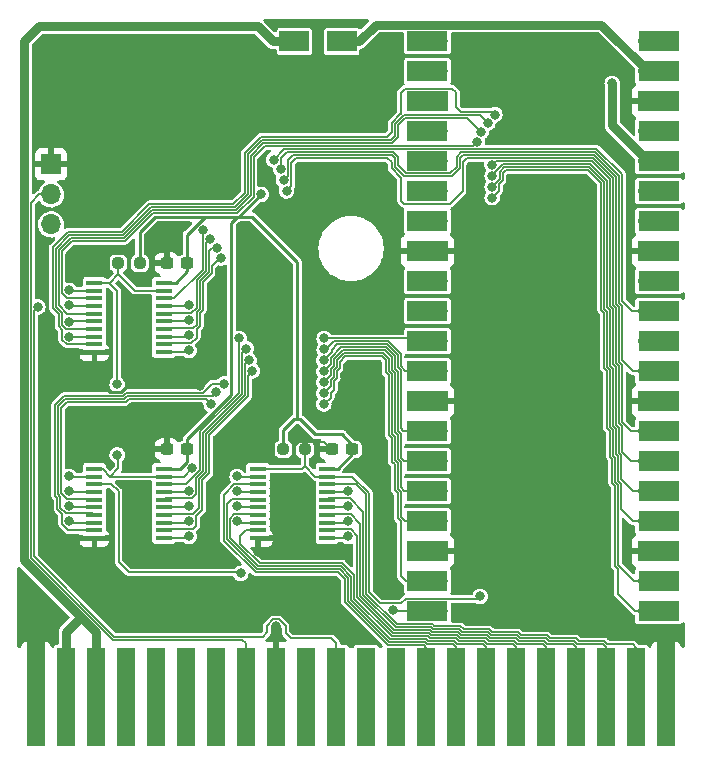
<source format=gtl>
%TF.GenerationSoftware,KiCad,Pcbnew,6.0.0*%
%TF.CreationDate,2022-02-18T00:32:38-05:00*%
%TF.ProjectId,picocart,7069636f-6361-4727-942e-6b696361645f,rev?*%
%TF.SameCoordinates,Original*%
%TF.FileFunction,Copper,L1,Top*%
%TF.FilePolarity,Positive*%
%FSLAX46Y46*%
G04 Gerber Fmt 4.6, Leading zero omitted, Abs format (unit mm)*
G04 Created by KiCad (PCBNEW 6.0.0) date 2022-02-18 00:32:38*
%MOMM*%
%LPD*%
G01*
G04 APERTURE LIST*
G04 Aperture macros list*
%AMRoundRect*
0 Rectangle with rounded corners*
0 $1 Rounding radius*
0 $2 $3 $4 $5 $6 $7 $8 $9 X,Y pos of 4 corners*
0 Add a 4 corners polygon primitive as box body*
4,1,4,$2,$3,$4,$5,$6,$7,$8,$9,$2,$3,0*
0 Add four circle primitives for the rounded corners*
1,1,$1+$1,$2,$3*
1,1,$1+$1,$4,$5*
1,1,$1+$1,$6,$7*
1,1,$1+$1,$8,$9*
0 Add four rect primitives between the rounded corners*
20,1,$1+$1,$2,$3,$4,$5,0*
20,1,$1+$1,$4,$5,$6,$7,0*
20,1,$1+$1,$6,$7,$8,$9,0*
20,1,$1+$1,$8,$9,$2,$3,0*%
G04 Aperture macros list end*
%TA.AperFunction,ComponentPad*%
%ADD10O,1.700000X1.700000*%
%TD*%
%TA.AperFunction,ComponentPad*%
%ADD11R,1.700000X1.700000*%
%TD*%
%TA.AperFunction,SMDPad,CuDef*%
%ADD12R,2.500000X1.800000*%
%TD*%
%TA.AperFunction,SMDPad,CuDef*%
%ADD13R,3.500000X1.700000*%
%TD*%
%TA.AperFunction,SMDPad,CuDef*%
%ADD14RoundRect,0.237500X-0.250000X-0.237500X0.250000X-0.237500X0.250000X0.237500X-0.250000X0.237500X0*%
%TD*%
%TA.AperFunction,SMDPad,CuDef*%
%ADD15RoundRect,0.237500X0.300000X0.237500X-0.300000X0.237500X-0.300000X-0.237500X0.300000X-0.237500X0*%
%TD*%
%TA.AperFunction,SMDPad,CuDef*%
%ADD16R,1.475000X0.450000*%
%TD*%
%TA.AperFunction,SMDPad,CuDef*%
%ADD17RoundRect,0.237500X0.250000X0.237500X-0.250000X0.237500X-0.250000X-0.237500X0.250000X-0.237500X0*%
%TD*%
%TA.AperFunction,ConnectorPad*%
%ADD18R,1.524000X8.316000*%
%TD*%
%TA.AperFunction,ViaPad*%
%ADD19C,0.800000*%
%TD*%
%TA.AperFunction,Conductor*%
%ADD20C,0.127000*%
%TD*%
%TA.AperFunction,Conductor*%
%ADD21C,0.254000*%
%TD*%
%TA.AperFunction,Conductor*%
%ADD22C,1.500000*%
%TD*%
%TA.AperFunction,Conductor*%
%ADD23C,0.762000*%
%TD*%
G04 APERTURE END LIST*
D10*
%TO.P,SW1,3*%
%TO.N,N/C*%
X121412000Y-62992000D03*
%TO.P,SW1,2,B*%
%TO.N,Net-(J1-Pad8)*%
X121412000Y-60452000D03*
D11*
%TO.P,SW1,1,A*%
%TO.N,GND*%
X121412000Y-57912000D03*
%TD*%
D12*
%TO.P,D1,2,A*%
%TO.N,+5V*%
X142018000Y-47498000D03*
%TO.P,D1,1,K*%
%TO.N,Net-(D1-Pad1)*%
X146018000Y-47498000D03*
%TD*%
D10*
%TO.P,J2,40,VBUS*%
%TO.N,unconnected-(J2-Pad40)*%
X171958000Y-47470000D03*
D13*
X172858000Y-47470000D03*
%TO.P,J2,39,VSYS*%
%TO.N,Net-(D1-Pad1)*%
X172858000Y-50010000D03*
D10*
X171958000Y-50010000D03*
D11*
%TO.P,J2,38,GND*%
%TO.N,GND*%
X171958000Y-52550000D03*
D13*
X172858000Y-52550000D03*
D10*
%TO.P,J2,37,3V3_EN*%
%TO.N,unconnected-(J2-Pad37)*%
X171958000Y-55090000D03*
D13*
X172858000Y-55090000D03*
%TO.P,J2,36,3V3*%
%TO.N,+3V3*%
X172858000Y-57630000D03*
D10*
X171958000Y-57630000D03*
%TO.P,J2,35,ADC_VREF*%
%TO.N,unconnected-(J2-Pad35)*%
X171958000Y-60170000D03*
D13*
X172858000Y-60170000D03*
%TO.P,J2,34,GPIO28_ADC2*%
%TO.N,oe*%
X172858000Y-62710000D03*
D10*
X171958000Y-62710000D03*
D11*
%TO.P,J2,33,AGND*%
%TO.N,GND*%
X171958000Y-65250000D03*
D13*
X172858000Y-65250000D03*
D10*
%TO.P,J2,32,GPIO27_ADC1*%
%TO.N,ie*%
X171958000Y-67790000D03*
D13*
X172858000Y-67790000D03*
D10*
%TO.P,J2,31,GPIO26_ADC0*%
%TO.N,/romhpico*%
X171958000Y-70330000D03*
D13*
X172858000Y-70330000D03*
%TO.P,J2,30,RUN*%
%TO.N,unconnected-(J2-Pad30)*%
X172858000Y-72870000D03*
D10*
X171958000Y-72870000D03*
D13*
%TO.P,J2,29,GPIO22*%
%TO.N,/romlpico*%
X172858000Y-75410000D03*
D10*
X171958000Y-75410000D03*
D13*
%TO.P,J2,28,GND*%
%TO.N,GND*%
X172858000Y-77950000D03*
D11*
X171958000Y-77950000D03*
D10*
%TO.P,J2,27,GPIO21*%
%TO.N,/a13pico*%
X171958000Y-80490000D03*
D13*
X172858000Y-80490000D03*
D10*
%TO.P,J2,26,GPIO20*%
%TO.N,/a12pico*%
X171958000Y-83030000D03*
D13*
X172858000Y-83030000D03*
%TO.P,J2,25,GPIO19*%
%TO.N,/a11pico*%
X172858000Y-85570000D03*
D10*
X171958000Y-85570000D03*
%TO.P,J2,24,GPIO18*%
%TO.N,/a10pico*%
X171958000Y-88110000D03*
D13*
X172858000Y-88110000D03*
%TO.P,J2,23,GND*%
%TO.N,GND*%
X172858000Y-90650000D03*
D11*
X171958000Y-90650000D03*
D13*
%TO.P,J2,22,GPIO17*%
%TO.N,/a9pico*%
X172858000Y-93190000D03*
D10*
X171958000Y-93190000D03*
D13*
%TO.P,J2,21,GPIO16*%
%TO.N,/a8pico*%
X172858000Y-95730000D03*
D10*
X171958000Y-95730000D03*
D13*
%TO.P,J2,20,GPIO15*%
%TO.N,/a7pico*%
X153278000Y-95730000D03*
D10*
X154178000Y-95730000D03*
%TO.P,J2,19,GPIO14*%
%TO.N,/a6pico*%
X154178000Y-93190000D03*
D13*
X153278000Y-93190000D03*
%TO.P,J2,18,GND*%
%TO.N,GND*%
X153278000Y-90650000D03*
D11*
X154178000Y-90650000D03*
D13*
%TO.P,J2,17,GPIO13*%
%TO.N,/a5pico*%
X153278000Y-88110000D03*
D10*
X154178000Y-88110000D03*
%TO.P,J2,16,GPIO12*%
%TO.N,/a4pico*%
X154178000Y-85570000D03*
D13*
X153278000Y-85570000D03*
%TO.P,J2,15,GPIO11*%
%TO.N,/a3pico*%
X153278000Y-83030000D03*
D10*
X154178000Y-83030000D03*
D13*
%TO.P,J2,14,GPIO10*%
%TO.N,/a2pico*%
X153278000Y-80490000D03*
D10*
X154178000Y-80490000D03*
D13*
%TO.P,J2,13,GND*%
%TO.N,GND*%
X153278000Y-77950000D03*
D11*
X154178000Y-77950000D03*
D13*
%TO.P,J2,12,GPIO9*%
%TO.N,/a1pico*%
X153278000Y-75410000D03*
D10*
X154178000Y-75410000D03*
D13*
%TO.P,J2,11,GPIO8*%
%TO.N,/a0pico*%
X153278000Y-72870000D03*
D10*
X154178000Y-72870000D03*
D13*
%TO.P,J2,10,GPIO7*%
%TO.N,/d7pico*%
X153278000Y-70330000D03*
D10*
X154178000Y-70330000D03*
D13*
%TO.P,J2,9,GPIO6*%
%TO.N,/d6pico*%
X153278000Y-67790000D03*
D10*
X154178000Y-67790000D03*
D13*
%TO.P,J2,8,GND*%
%TO.N,GND*%
X153278000Y-65250000D03*
D11*
X154178000Y-65250000D03*
D10*
%TO.P,J2,7,GPIO5*%
%TO.N,/d5pico*%
X154178000Y-62710000D03*
D13*
X153278000Y-62710000D03*
%TO.P,J2,6,GPIO4*%
%TO.N,/d4pico*%
X153278000Y-60170000D03*
D10*
X154178000Y-60170000D03*
D13*
%TO.P,J2,5,GPIO3*%
%TO.N,/d3pico*%
X153278000Y-57630000D03*
D10*
X154178000Y-57630000D03*
%TO.P,J2,4,GPIO2*%
%TO.N,/d2pico*%
X154178000Y-55090000D03*
D13*
X153278000Y-55090000D03*
D11*
%TO.P,J2,3,GND*%
%TO.N,GND*%
X154178000Y-52550000D03*
D13*
X153278000Y-52550000D03*
D10*
%TO.P,J2,2,GPIO1*%
%TO.N,/d1pico*%
X154178000Y-50010000D03*
D13*
X153278000Y-50010000D03*
%TO.P,J2,1,GPIO0*%
%TO.N,/d0pico*%
X153278000Y-47470000D03*
D10*
X154178000Y-47470000D03*
%TD*%
D14*
%TO.P,R2,1*%
%TO.N,+3V3*%
X141073500Y-82042000D03*
%TO.P,R2,2*%
%TO.N,oe*%
X142898500Y-82042000D03*
%TD*%
D15*
%TO.P,C2,1*%
%TO.N,+3V3*%
X132942500Y-82042000D03*
%TO.P,C2,2*%
%TO.N,GND*%
X131217500Y-82042000D03*
%TD*%
D16*
%TO.P,U3,1,1~{OE}*%
%TO.N,oe*%
X138921000Y-83689000D03*
%TO.P,U3,2,1A1*%
%TO.N,/d0pico*%
X138921000Y-84339000D03*
%TO.P,U3,3,2Y4*%
%TO.N,/d7*%
X138921000Y-84989000D03*
%TO.P,U3,4,1A2*%
%TO.N,/d1pico*%
X138921000Y-85639000D03*
%TO.P,U3,5,2Y3*%
%TO.N,/d6*%
X138921000Y-86289000D03*
%TO.P,U3,6,1A3*%
%TO.N,/d2pico*%
X138921000Y-86939000D03*
%TO.P,U3,7,2Y2*%
%TO.N,/d5*%
X138921000Y-87589000D03*
%TO.P,U3,8,1A4*%
%TO.N,/d3pico*%
X138921000Y-88239000D03*
%TO.P,U3,9,2Y1*%
%TO.N,/d4*%
X138921000Y-88889000D03*
%TO.P,U3,10,GND*%
%TO.N,GND*%
X138921000Y-89539000D03*
%TO.P,U3,11,2A1*%
%TO.N,/d4pico*%
X144797000Y-89539000D03*
%TO.P,U3,12,1Y4*%
%TO.N,/d3*%
X144797000Y-88889000D03*
%TO.P,U3,13,2A2*%
%TO.N,/d5pico*%
X144797000Y-88239000D03*
%TO.P,U3,14,1Y3*%
%TO.N,/d2*%
X144797000Y-87589000D03*
%TO.P,U3,15,2A3*%
%TO.N,/d6pico*%
X144797000Y-86939000D03*
%TO.P,U3,16,1Y2*%
%TO.N,/d1*%
X144797000Y-86289000D03*
%TO.P,U3,17,2A4*%
%TO.N,/d7pico*%
X144797000Y-85639000D03*
%TO.P,U3,18,1Y1*%
%TO.N,/d0*%
X144797000Y-84989000D03*
%TO.P,U3,19,2~{OE}*%
%TO.N,oe*%
X144797000Y-84339000D03*
%TO.P,U3,20,VCC*%
%TO.N,+3V3*%
X144797000Y-83689000D03*
%TD*%
D15*
%TO.P,C1,1*%
%TO.N,+3V3*%
X132942500Y-66294000D03*
%TO.P,C1,2*%
%TO.N,GND*%
X131217500Y-66294000D03*
%TD*%
D16*
%TO.P,U2,1,1~{OE}*%
%TO.N,ie*%
X125078000Y-83689000D03*
%TO.P,U2,2,1A1*%
%TO.N,/a0*%
X125078000Y-84339000D03*
%TO.P,U2,3,2Y4*%
%TO.N,/a7pico*%
X125078000Y-84989000D03*
%TO.P,U2,4,1A2*%
%TO.N,/a1*%
X125078000Y-85639000D03*
%TO.P,U2,5,2Y3*%
%TO.N,/a6pico*%
X125078000Y-86289000D03*
%TO.P,U2,6,1A3*%
%TO.N,/a2*%
X125078000Y-86939000D03*
%TO.P,U2,7,2Y2*%
%TO.N,/a5pico*%
X125078000Y-87589000D03*
%TO.P,U2,8,1A4*%
%TO.N,/a3*%
X125078000Y-88239000D03*
%TO.P,U2,9,2Y1*%
%TO.N,/a4pico*%
X125078000Y-88889000D03*
%TO.P,U2,10,GND*%
%TO.N,GND*%
X125078000Y-89539000D03*
%TO.P,U2,11,2A1*%
%TO.N,/a4*%
X130954000Y-89539000D03*
%TO.P,U2,12,1Y4*%
%TO.N,/a3pico*%
X130954000Y-88889000D03*
%TO.P,U2,13,2A2*%
%TO.N,/a5*%
X130954000Y-88239000D03*
%TO.P,U2,14,1Y3*%
%TO.N,/a2pico*%
X130954000Y-87589000D03*
%TO.P,U2,15,2A3*%
%TO.N,/a6*%
X130954000Y-86939000D03*
%TO.P,U2,16,1Y2*%
%TO.N,/a1pico*%
X130954000Y-86289000D03*
%TO.P,U2,17,2A4*%
%TO.N,/a7*%
X130954000Y-85639000D03*
%TO.P,U2,18,1Y1*%
%TO.N,/a0pico*%
X130954000Y-84989000D03*
%TO.P,U2,19,2~{OE}*%
%TO.N,ie*%
X130954000Y-84339000D03*
%TO.P,U2,20,VCC*%
%TO.N,+3V3*%
X130954000Y-83689000D03*
%TD*%
D17*
%TO.P,R1,1*%
%TO.N,+3V3*%
X128928500Y-66294000D03*
%TO.P,R1,2*%
%TO.N,ie*%
X127103500Y-66294000D03*
%TD*%
D18*
%TO.P,J1,1,GND*%
%TO.N,GND*%
X120142000Y-102977800D03*
%TO.P,J1,2,+5V*%
%TO.N,+5V*%
X122682000Y-102977800D03*
%TO.P,J1,3,+5V*%
X125222000Y-102977800D03*
%TO.P,J1,4,~{IRQ}*%
%TO.N,unconnected-(J1-Pad4)*%
X127762000Y-102977800D03*
%TO.P,J1,5,R/~{W}*%
%TO.N,unconnected-(J1-Pad5)*%
X130302000Y-102977800D03*
%TO.P,J1,6,DOTCLK*%
%TO.N,unconnected-(J1-Pad6)*%
X132842000Y-102977800D03*
%TO.P,J1,7,~{IO1}*%
%TO.N,unconnected-(J1-Pad7)*%
X135382000Y-102977800D03*
%TO.P,J1,8,~{GAME}*%
%TO.N,Net-(J1-Pad8)*%
X137922000Y-102977800D03*
%TO.P,J1,9,~{EXROM}*%
%TO.N,GND*%
X140462000Y-102977800D03*
%TO.P,J1,10,~{IO2}*%
%TO.N,unconnected-(J1-Pad10)*%
X143002000Y-102977800D03*
%TO.P,J1,11,~{ROML}*%
%TO.N,roml*%
X145542000Y-102977800D03*
%TO.P,J1,12,BA*%
%TO.N,unconnected-(J1-Pad12)*%
X148082000Y-102977800D03*
%TO.P,J1,13,~{DMA}*%
%TO.N,unconnected-(J1-Pad13)*%
X150622000Y-102977800D03*
%TO.P,J1,14,D7*%
%TO.N,/d7*%
X153162000Y-102977800D03*
%TO.P,J1,15,D6*%
%TO.N,/d6*%
X155702000Y-102977800D03*
%TO.P,J1,16,D5*%
%TO.N,/d5*%
X158242000Y-102977800D03*
%TO.P,J1,17,D4*%
%TO.N,/d4*%
X160782000Y-102977800D03*
%TO.P,J1,18,D3*%
%TO.N,/d3*%
X163322000Y-102977800D03*
%TO.P,J1,19,D2*%
%TO.N,/d2*%
X165862000Y-102977800D03*
%TO.P,J1,20,D1*%
%TO.N,/d1*%
X168402000Y-102977800D03*
%TO.P,J1,21,D0*%
%TO.N,/d0*%
X170942000Y-102977800D03*
%TO.P,J1,22,GND*%
%TO.N,GND*%
X173482000Y-102977800D03*
%TD*%
D15*
%TO.P,C3,1*%
%TO.N,+3V3*%
X146912500Y-82042000D03*
%TO.P,C3,2*%
%TO.N,GND*%
X145187500Y-82042000D03*
%TD*%
D16*
%TO.P,U1,1,1~{OE}*%
%TO.N,ie*%
X125078000Y-67941000D03*
%TO.P,U1,2,1A1*%
%TO.N,romh*%
X125078000Y-68591000D03*
%TO.P,U1,3,2Y4*%
%TO.N,/a8pico*%
X125078000Y-69241000D03*
%TO.P,U1,4,1A2*%
%TO.N,roml*%
X125078000Y-69891000D03*
%TO.P,U1,5,2Y3*%
%TO.N,/a9pico*%
X125078000Y-70541000D03*
%TO.P,U1,6,1A3*%
%TO.N,/a13*%
X125078000Y-71191000D03*
%TO.P,U1,7,2Y2*%
%TO.N,/a10pico*%
X125078000Y-71841000D03*
%TO.P,U1,8,1A4*%
%TO.N,/a12*%
X125078000Y-72491000D03*
%TO.P,U1,9,2Y1*%
%TO.N,/a11pico*%
X125078000Y-73141000D03*
%TO.P,U1,10,GND*%
%TO.N,GND*%
X125078000Y-73791000D03*
%TO.P,U1,11,2A1*%
%TO.N,/a11*%
X130954000Y-73791000D03*
%TO.P,U1,12,1Y4*%
%TO.N,/a12pico*%
X130954000Y-73141000D03*
%TO.P,U1,13,2A2*%
%TO.N,/a10*%
X130954000Y-72491000D03*
%TO.P,U1,14,1Y3*%
%TO.N,/a13pico*%
X130954000Y-71841000D03*
%TO.P,U1,15,2A3*%
%TO.N,/a9*%
X130954000Y-71191000D03*
%TO.P,U1,16,1Y2*%
%TO.N,/romlpico*%
X130954000Y-70541000D03*
%TO.P,U1,17,2A4*%
%TO.N,/a8*%
X130954000Y-69891000D03*
%TO.P,U1,18,1Y1*%
%TO.N,/romhpico*%
X130954000Y-69241000D03*
%TO.P,U1,19,2~{OE}*%
%TO.N,ie*%
X130954000Y-68591000D03*
%TO.P,U1,20,VCC*%
%TO.N,+3V3*%
X130954000Y-67941000D03*
%TD*%
D19*
%TO.N,/a8pico*%
X158750000Y-60720058D03*
%TO.N,/a9pico*%
X158750000Y-59793555D03*
%TO.N,/a10pico*%
X158750000Y-58867052D03*
%TO.N,/a11pico*%
X158750000Y-57940549D03*
X158984346Y-53693794D03*
%TO.N,/a10pico*%
X158397533Y-54410771D03*
%TO.N,/a9pico*%
X157827398Y-55141082D03*
%TO.N,/a8pico*%
X157480000Y-55999989D03*
%TO.N,GND*%
X128016000Y-65024000D03*
%TO.N,/a12*%
X122936000Y-72517000D03*
%TO.N,/a13*%
X122936000Y-71247000D03*
%TO.N,roml*%
X120287020Y-69977000D03*
X122936000Y-69850000D03*
%TO.N,GND*%
X134000000Y-76652960D03*
%TO.N,/a12pico*%
X141347040Y-60156972D03*
X135780129Y-65823198D03*
%TO.N,/a13pico*%
X141093520Y-59250000D03*
X135427476Y-64966435D03*
%TO.N,/romlpico*%
X140840000Y-58326349D03*
X134840000Y-64250000D03*
%TO.N,/romhpico*%
X134250000Y-63500000D03*
X140250000Y-57500000D03*
%TO.N,GND*%
X133250000Y-79000000D03*
X138250000Y-79750000D03*
X125000000Y-91000000D03*
%TO.N,/a6pico*%
X134973905Y-78223905D03*
X144500000Y-78206012D03*
%TO.N,/a5pico*%
X144500000Y-77279509D03*
X135408722Y-77192794D03*
%TO.N,/a4pico*%
X144500000Y-76353006D03*
X136023900Y-76500000D03*
%TO.N,ie*%
X127000000Y-76536000D03*
X127000000Y-82500000D03*
%TO.N,/a3pico*%
X138444003Y-75386415D03*
X144500000Y-75426503D03*
%TO.N,/a2pico*%
X138174420Y-74500000D03*
%TO.N,/a1pico*%
X137920900Y-73500000D03*
%TO.N,/a2pico*%
X144500000Y-74500000D03*
%TO.N,/a7pico*%
X137475093Y-92534578D03*
X150394137Y-95677440D03*
%TO.N,/a1pico*%
X144526000Y-73570503D03*
%TO.N,/a0pico*%
X144526000Y-72644000D03*
X137330900Y-72644000D03*
%TO.N,ie*%
X133312406Y-83657429D03*
%TO.N,oe*%
X157734000Y-94488000D03*
%TO.N,GND*%
X138684000Y-96520000D03*
X140462000Y-97028000D03*
%TO.N,/a8*%
X133096000Y-69850000D03*
%TO.N,/a9*%
X133096000Y-71120000D03*
%TO.N,/a10*%
X133096000Y-72390000D03*
%TO.N,/a11*%
X133096000Y-73660000D03*
%TO.N,romh*%
X122936000Y-68580000D03*
%TO.N,/a0*%
X122936000Y-84328000D03*
%TO.N,/a1*%
X122936000Y-85598000D03*
%TO.N,/a2*%
X122936000Y-86868000D03*
%TO.N,/a3*%
X122936000Y-88138000D03*
%TO.N,/a7*%
X133096000Y-85598000D03*
%TO.N,/a6*%
X133096000Y-86868000D03*
%TO.N,/a5*%
X133096000Y-88138000D03*
%TO.N,/a4*%
X133096000Y-89408000D03*
%TO.N,GND*%
X120150000Y-97420000D03*
X138938000Y-90728800D03*
%TO.N,+3V3*%
X168910000Y-51054000D03*
X139192000Y-60452000D03*
%TO.N,/d0pico*%
X137160000Y-84328000D03*
%TO.N,/d1pico*%
X137160000Y-85598000D03*
%TO.N,/d2pico*%
X137160000Y-86868000D03*
%TO.N,/d3pico*%
X137160000Y-88138000D03*
%TO.N,/d4pico*%
X146558000Y-89408000D03*
%TO.N,/d5pico*%
X146558000Y-88138000D03*
%TO.N,/d6pico*%
X146558000Y-86868000D03*
%TO.N,/d7pico*%
X146558000Y-85598000D03*
%TD*%
D20*
%TO.N,/d0*%
X148080560Y-85850560D02*
X148080560Y-94252673D01*
%TO.N,/d2*%
X155866604Y-97536480D02*
X153671336Y-97536480D01*
X153671336Y-97536480D02*
X153497044Y-97362189D01*
X158556074Y-98044480D02*
X158301593Y-97790000D01*
X160991064Y-98298000D02*
X160737543Y-98044480D01*
X153497044Y-97362189D02*
X150462849Y-97362189D01*
X156120125Y-97790000D02*
X155866604Y-97536480D01*
X158301593Y-97790000D02*
X156120125Y-97790000D01*
X160737543Y-98044480D02*
X158556074Y-98044480D01*
X165608000Y-98552000D02*
X163426532Y-98552000D01*
X163172531Y-98298000D02*
X160991064Y-98298000D01*
X165862000Y-98806000D02*
X165608000Y-98552000D01*
X150462849Y-97362189D02*
X147573520Y-94472860D01*
X163426532Y-98552000D02*
X163172531Y-98298000D01*
X165862000Y-98819800D02*
X165862000Y-98806000D01*
X147573520Y-94472860D02*
X147573520Y-88319116D01*
X147573520Y-88319116D02*
X146802392Y-87547989D01*
X146802392Y-87547989D02*
X144838011Y-87547989D01*
%TO.N,/d3*%
X153566325Y-97790000D02*
X153392033Y-97615709D01*
X150357836Y-97615709D02*
X147320000Y-94577873D01*
X156016554Y-98044960D02*
X155761593Y-97790000D01*
X158198022Y-98044960D02*
X156016554Y-98044960D01*
X153392033Y-97615709D02*
X150357836Y-97615709D01*
X147320000Y-89335597D02*
X146802392Y-88817989D01*
X160632532Y-98298000D02*
X158451063Y-98298000D01*
X147320000Y-94577873D02*
X147320000Y-89335597D01*
X160886532Y-98552000D02*
X160632532Y-98298000D01*
X155761593Y-97790000D02*
X153566325Y-97790000D01*
X146802392Y-88817989D02*
X144868011Y-88817989D01*
X158451063Y-98298000D02*
X158198022Y-98044960D01*
X163068000Y-98552000D02*
X160886532Y-98552000D01*
X163322000Y-98806000D02*
X163068000Y-98552000D01*
X163322000Y-98819800D02*
X163322000Y-98806000D01*
%TO.N,/a8pico*%
X168482400Y-75420047D02*
X168228880Y-75166527D01*
X168482400Y-80255060D02*
X168482400Y-75420047D01*
X168735920Y-80508580D02*
X168482400Y-80255060D01*
X159638520Y-58629544D02*
X159638520Y-59263566D01*
X168911440Y-84897036D02*
X168911440Y-82845567D01*
X168228880Y-75166527D02*
X168228880Y-70488601D01*
X169164960Y-85150556D02*
X168911440Y-84897036D01*
X168735920Y-82670047D02*
X168735920Y-80508580D01*
X169164960Y-91948960D02*
X169164960Y-85150556D01*
X168911440Y-82845567D02*
X168735920Y-82670047D01*
X169418000Y-94305000D02*
X169418000Y-92202000D01*
X169418000Y-92202000D02*
X169164960Y-91948960D01*
X170843000Y-95730000D02*
X169418000Y-94305000D01*
X171958000Y-95730000D02*
X170843000Y-95730000D01*
X168228880Y-70488601D02*
X167975360Y-70235081D01*
X167975360Y-59485084D02*
X166854905Y-58364629D01*
X159638520Y-59263566D02*
X159340011Y-59562076D01*
X167975360Y-70235081D02*
X167975360Y-59485084D01*
X166854905Y-58364629D02*
X159903435Y-58364629D01*
X159903435Y-58364629D02*
X159638520Y-58629544D01*
X159340011Y-59562076D02*
X159340011Y-60130047D01*
X159340011Y-60130047D02*
X158750000Y-60720058D01*
%TO.N,/a9pico*%
X169418480Y-85045544D02*
X169418480Y-91821480D01*
X171958000Y-93190000D02*
X170787000Y-93190000D01*
X170787000Y-93190000D02*
X169418480Y-91821480D01*
X169164960Y-82740556D02*
X169164960Y-84792024D01*
X159385000Y-58524532D02*
X159798423Y-58111109D01*
X159385000Y-59158555D02*
X159385000Y-58524532D01*
X168482400Y-75061515D02*
X168735920Y-75315035D01*
X168989440Y-82565036D02*
X169164960Y-82740556D01*
X158750000Y-59793555D02*
X159385000Y-59158555D01*
X168482400Y-70383589D02*
X168482400Y-75061515D01*
X159798423Y-58111109D02*
X166959917Y-58111109D01*
X166959917Y-58111109D02*
X168228880Y-59380072D01*
X168228880Y-59380072D02*
X168228880Y-70130069D01*
X168228880Y-70130069D02*
X168482400Y-70383589D01*
X168735920Y-75315035D02*
X168735920Y-80150048D01*
X168735920Y-80150048D02*
X168989440Y-80403568D01*
X168989440Y-80403568D02*
X168989440Y-82565036D01*
X169164960Y-84792024D02*
X169418480Y-85045544D01*
%TO.N,/a10pico*%
X168482400Y-70025057D02*
X168482400Y-59275060D01*
X169418480Y-84687012D02*
X169418480Y-82635544D01*
X168735920Y-74956503D02*
X168735920Y-70278577D01*
X168989440Y-75210023D02*
X168735920Y-74956503D01*
X168989440Y-80045036D02*
X168989440Y-75210023D01*
X168735920Y-70278577D02*
X168482400Y-70025057D01*
X169242960Y-80298556D02*
X168989440Y-80045036D01*
X169672000Y-84940532D02*
X169418480Y-84687012D01*
X169418480Y-82635544D02*
X169242960Y-82460024D01*
X168482400Y-59275060D02*
X167064929Y-57857589D01*
X169242960Y-82460024D02*
X169242960Y-80298556D01*
X170660000Y-88110000D02*
X169672000Y-87122000D01*
X169672000Y-87122000D02*
X169672000Y-84940532D01*
X171958000Y-88110000D02*
X170660000Y-88110000D01*
X167064929Y-57857589D02*
X159693411Y-57857589D01*
X159693411Y-57857589D02*
X158750000Y-58801000D01*
X158750000Y-58801000D02*
X158750000Y-58867052D01*
%TO.N,/a11pico*%
X168989440Y-70173566D02*
X168735920Y-69920046D01*
X169242960Y-75105012D02*
X168989440Y-74851492D01*
X167169941Y-57604069D02*
X159086480Y-57604069D01*
X168735920Y-59170048D02*
X167169941Y-57604069D01*
X169242960Y-79940024D02*
X169242960Y-75105012D01*
X168989440Y-74851492D02*
X168989440Y-70173566D01*
X169496480Y-80193544D02*
X169242960Y-79940024D01*
X169496480Y-82355012D02*
X169496480Y-80193544D01*
X169672000Y-82530532D02*
X169496480Y-82355012D01*
X169672000Y-84582000D02*
X169672000Y-82530532D01*
X171958000Y-85570000D02*
X170660000Y-85570000D01*
X170660000Y-85570000D02*
X169672000Y-84582000D01*
X168735920Y-69920046D02*
X168735920Y-59170048D01*
X159086480Y-57604069D02*
X158750000Y-57940549D01*
X150961969Y-53679969D02*
X151003000Y-53638938D01*
X125078000Y-73141000D02*
X122725597Y-73141000D01*
X149860000Y-55575909D02*
X150241000Y-55194909D01*
X122047480Y-70567544D02*
X121540440Y-70060502D01*
X127379629Y-63628440D02*
X129728652Y-61279421D01*
X121540440Y-70060502D02*
X121540440Y-64940498D01*
X155702000Y-51816000D02*
X155702000Y-53086000D01*
X155395989Y-51509989D02*
X155702000Y-51816000D01*
X155702000Y-53086000D02*
X156083960Y-53467960D01*
X136840649Y-61279421D02*
X137796440Y-60323630D01*
X151003000Y-51844978D02*
X151337989Y-51509989D01*
X122345989Y-72761392D02*
X122345989Y-71904521D01*
X150241000Y-55194909D02*
X150241000Y-54400938D01*
X122047480Y-71606011D02*
X122047480Y-70567544D01*
X122852498Y-63628440D02*
X127379629Y-63628440D01*
X137796440Y-56961966D02*
X139182498Y-55575909D01*
X151003000Y-53638938D02*
X151003000Y-51844978D01*
X158758512Y-53467960D02*
X158984346Y-53693794D01*
X156083960Y-53467960D02*
X158758512Y-53467960D01*
X139182498Y-55575909D02*
X149860000Y-55575909D01*
X150241000Y-54400938D02*
X150961969Y-53679969D01*
X122725597Y-73141000D02*
X122345989Y-72761392D01*
X122345989Y-71904521D02*
X122047480Y-71606011D01*
X151337989Y-51509989D02*
X155395989Y-51509989D01*
X121540440Y-64940498D02*
X122852498Y-63628440D01*
X137796440Y-60323630D02*
X137796440Y-56961966D01*
X129728652Y-61279421D02*
X136840649Y-61279421D01*
%TO.N,/a10pico*%
X138049960Y-60428642D02*
X138049960Y-57066977D01*
X151279949Y-53721480D02*
X157708242Y-53721480D01*
X129833663Y-61532941D02*
X136945661Y-61532941D01*
X127484641Y-63881960D02*
X129833663Y-61532941D01*
X121793960Y-69955491D02*
X121793960Y-65045508D01*
X138049960Y-57066977D02*
X139287509Y-55829429D01*
X136945661Y-61532941D02*
X138049960Y-60428642D01*
X122641000Y-71841000D02*
X122301000Y-71501000D01*
X122957509Y-63881960D02*
X127484641Y-63881960D01*
X125078000Y-71841000D02*
X122641000Y-71841000D01*
X121793960Y-65045508D02*
X122957509Y-63881960D01*
X122301000Y-71501000D02*
X122301000Y-70462532D01*
X122301000Y-70462532D02*
X121793960Y-69955491D01*
X139287509Y-55829429D02*
X150187039Y-55829429D01*
X150187039Y-55829429D02*
X150495480Y-55520988D01*
X150495480Y-55520988D02*
X150495480Y-54504989D01*
X150495480Y-54504989D02*
X151279469Y-53721000D01*
X151279469Y-53721000D02*
X151279949Y-53721480D01*
X157708242Y-53721480D02*
X158397533Y-54410771D01*
%TO.N,/a9pico*%
X150292051Y-56082949D02*
X139392520Y-56082949D01*
X150292051Y-56082949D02*
X150749000Y-55626000D01*
X150749000Y-55626000D02*
X150749000Y-54610000D01*
X150749000Y-54610000D02*
X151384000Y-53975000D01*
X151384000Y-53975000D02*
X156661316Y-53975000D01*
X156661316Y-53975000D02*
X157827398Y-55141082D01*
X123062520Y-64135480D02*
X122047480Y-65150520D01*
X127589653Y-64135480D02*
X123062520Y-64135480D01*
X137050673Y-61786461D02*
X129938674Y-61786461D01*
X138303480Y-60533654D02*
X137050673Y-61786461D01*
X138303480Y-57171988D02*
X138303480Y-60533654D01*
X139392520Y-56082949D02*
X138303480Y-57171988D01*
X129938674Y-61786461D02*
X127589653Y-64135480D01*
X122047480Y-65150520D02*
X122047480Y-69850480D01*
X122738000Y-70541000D02*
X125078000Y-70541000D01*
X122047480Y-69850480D02*
X122738000Y-70541000D01*
%TO.N,/a12pico*%
X155178022Y-61250000D02*
X156257040Y-60170982D01*
X156257040Y-57742960D02*
X156649451Y-57350549D01*
X151029000Y-60986000D02*
X151293000Y-61250000D01*
X151029000Y-59029000D02*
X151029000Y-60986000D01*
X156649451Y-57350549D02*
X167274953Y-57350549D01*
X150242960Y-58242960D02*
X151029000Y-59029000D01*
X169750000Y-80088532D02*
X169750000Y-82250000D01*
X156257040Y-60170982D02*
X156257040Y-57742960D01*
X151293000Y-61250000D02*
X155178022Y-61250000D01*
X149850549Y-57350549D02*
X150242960Y-57742960D01*
X141750000Y-57750000D02*
X142149451Y-57350549D01*
X141347040Y-60156972D02*
X141750000Y-59754012D01*
X168989440Y-59065036D02*
X168989440Y-69815034D01*
X150242960Y-57742960D02*
X150242960Y-58242960D01*
X169496480Y-75000000D02*
X169496480Y-79835012D01*
X141750000Y-59754012D02*
X141750000Y-57750000D01*
X169242960Y-74746480D02*
X169496480Y-75000000D01*
X142149451Y-57350549D02*
X149850549Y-57350549D01*
X167274953Y-57350549D02*
X168989440Y-59065036D01*
X168989440Y-69815034D02*
X169242960Y-70068554D01*
X169242960Y-70068554D02*
X169242960Y-74746480D01*
X169496480Y-79835012D02*
X169750000Y-80088532D01*
X169750000Y-82250000D02*
X170530000Y-83030000D01*
X170530000Y-83030000D02*
X171958000Y-83030000D01*
%TO.N,/a8pico*%
X123190000Y-64389000D02*
X127635000Y-64389000D01*
X127694665Y-64389000D02*
X130043685Y-62039981D01*
X127635000Y-64389000D02*
X127694665Y-64389000D01*
X138557000Y-57277000D02*
X139497531Y-56336469D01*
X157143520Y-56336469D02*
X157480000Y-55999989D01*
X139497531Y-56336469D02*
X157143520Y-56336469D01*
X137155685Y-62039981D02*
X138557000Y-60638666D01*
X125078000Y-69241000D02*
X122762597Y-69241000D01*
X130043685Y-62039981D02*
X137155685Y-62039981D01*
X122301000Y-65278000D02*
X123190000Y-64389000D01*
X122301000Y-68779403D02*
X122301000Y-65278000D01*
X122762597Y-69241000D02*
X122301000Y-68779403D01*
X138557000Y-60638666D02*
X138557000Y-57277000D01*
%TO.N,/a12*%
X122962000Y-72491000D02*
X122936000Y-72517000D01*
X125078000Y-72491000D02*
X122962000Y-72491000D01*
%TO.N,/a13*%
X122992000Y-71191000D02*
X122936000Y-71247000D01*
X125078000Y-71191000D02*
X122992000Y-71191000D01*
%TO.N,roml*%
X120287020Y-69977000D02*
X119950540Y-70313480D01*
X119950540Y-70313480D02*
X119950540Y-91098464D01*
X119950540Y-91098464D02*
X126744156Y-97892080D01*
X126744156Y-97892080D02*
X139343920Y-97892080D01*
X122977000Y-69891000D02*
X122936000Y-69850000D01*
X125078000Y-69891000D02*
X122977000Y-69891000D01*
%TO.N,/romhpico*%
X134250000Y-66809500D02*
X134250000Y-63500000D01*
X130954000Y-69241000D02*
X131818500Y-69241000D01*
X131818500Y-69241000D02*
X134250000Y-66809500D01*
D21*
%TO.N,GND*%
X133902960Y-76750000D02*
X134000000Y-76652960D01*
X128750000Y-76750000D02*
X133902960Y-76750000D01*
D20*
%TO.N,/a6pico*%
X125066989Y-86277989D02*
X122777989Y-86277989D01*
X122250000Y-85750000D02*
X122250000Y-78500000D01*
X122777989Y-86277989D02*
X122250000Y-85750000D01*
X122250000Y-78500000D02*
X122726491Y-78023509D01*
X122726491Y-78023509D02*
X127726491Y-78023509D01*
X127726491Y-78023509D02*
X128000000Y-77750000D01*
X128000000Y-77750000D02*
X134500000Y-77750000D01*
X134500000Y-77750000D02*
X134973905Y-78223905D01*
%TO.N,/a4pico*%
X121742960Y-85960024D02*
X121742961Y-78289976D01*
X121742960Y-78289976D02*
X122516467Y-77516469D01*
X122516467Y-77516469D02*
X127483531Y-77516469D01*
%TO.N,/a5pico*%
X121996480Y-85855011D02*
X121996480Y-78394988D01*
X121996480Y-78394988D02*
X122621479Y-77769989D01*
X122621479Y-77769989D02*
X127588543Y-77769989D01*
X127588543Y-77769989D02*
X127862052Y-77496480D01*
X127862052Y-77496480D02*
X135105036Y-77496480D01*
X135105036Y-77496480D02*
X135408722Y-77192794D01*
%TO.N,/a4pico*%
X136023900Y-76500000D02*
X135000000Y-76500000D01*
X135000000Y-76500000D02*
X134257040Y-77242960D01*
X134257040Y-77242960D02*
X127757040Y-77242960D01*
X127757040Y-77242960D02*
X127483531Y-77516469D01*
D21*
%TO.N,GND*%
X125078000Y-73791000D02*
X125078000Y-75828000D01*
X127310489Y-77189511D02*
X127750000Y-76750000D01*
X125078000Y-75828000D02*
X126439511Y-77189511D01*
X126439511Y-77189511D02*
X127310489Y-77189511D01*
X127750000Y-76750000D02*
X128750000Y-76750000D01*
D20*
%TO.N,/a13pico*%
X141902971Y-57097029D02*
X150238497Y-57097029D01*
X141093520Y-59250000D02*
X141430011Y-58913509D01*
X141430011Y-58913509D02*
X141430011Y-57569989D01*
X141430011Y-57569989D02*
X141902971Y-57097029D01*
%TO.N,/a12pico*%
X135676802Y-65823198D02*
X135010560Y-66489440D01*
X134257039Y-67878055D02*
X135010560Y-67124533D01*
X135780129Y-65823198D02*
X135676802Y-65823198D01*
X135010560Y-66489440D02*
X135010560Y-67124533D01*
%TO.N,/a13pico*%
X135427476Y-64966435D02*
X135033565Y-64966435D01*
X135033565Y-64966435D02*
X134757040Y-65242960D01*
X134003520Y-67773044D02*
X134003520Y-70135414D01*
X134757040Y-65242960D02*
X134757040Y-67019522D01*
X134757040Y-67019522D02*
X134003520Y-67773044D01*
X134003520Y-70135414D02*
X133750000Y-70388935D01*
X133750000Y-70388935D02*
X133750000Y-71500000D01*
X133750000Y-71500000D02*
X133450011Y-71799989D01*
X133450011Y-71799989D02*
X130995011Y-71799989D01*
%TO.N,/a12pico*%
X134257039Y-70240427D02*
X134257039Y-67878055D01*
X133750000Y-72570403D02*
X133750000Y-71858532D01*
X133750000Y-71858532D02*
X134003520Y-71605011D01*
X131025011Y-73069989D02*
X133250414Y-73069989D01*
X134003520Y-71605011D02*
X134003520Y-70493946D01*
X133250414Y-73069989D02*
X133750000Y-72570403D01*
X134003520Y-70493946D02*
X134257039Y-70240427D01*
%TO.N,/a13pico*%
X170510000Y-80490000D02*
X169750000Y-79730000D01*
X171958000Y-80490000D02*
X170510000Y-80490000D01*
X169750000Y-79730000D02*
X169750000Y-74858532D01*
X156261503Y-57097029D02*
X167379965Y-57097029D01*
X156003520Y-57355012D02*
X156261503Y-57097029D01*
X169496480Y-74605012D02*
X169750000Y-74858532D01*
X151314999Y-58923531D02*
X155323023Y-58923531D01*
X150238497Y-57097029D02*
X150496480Y-57355012D01*
X150496480Y-57355012D02*
X150496480Y-58105012D01*
X156003520Y-58243034D02*
X156003520Y-57355012D01*
X150496480Y-58105012D02*
X151314999Y-58923531D01*
X155323023Y-58923531D02*
X156003520Y-58243034D01*
X167379965Y-57097029D02*
X169242960Y-58960024D01*
X169242960Y-58960024D02*
X169242960Y-69710022D01*
X169242960Y-69710022D02*
X169496480Y-69963542D01*
X169496480Y-69963542D02*
X169496480Y-74605012D01*
%TO.N,/romlpico*%
X151420011Y-58670011D02*
X155218011Y-58670011D01*
X150750000Y-57250000D02*
X150343509Y-56843509D01*
X151420011Y-58670011D02*
X150750000Y-58000000D01*
X150750000Y-58000000D02*
X150750000Y-57250000D01*
X150343509Y-56843509D02*
X141406491Y-56843509D01*
X141406491Y-56843509D02*
X140840000Y-57410000D01*
X140840000Y-57410000D02*
X140840000Y-58326349D01*
X171958000Y-75410000D02*
X170660000Y-75410000D01*
X170660000Y-75410000D02*
X169750000Y-74500000D01*
X169750000Y-74500000D02*
X169750000Y-69858532D01*
X169496480Y-58855012D02*
X167484977Y-56843509D01*
X155750000Y-57250000D02*
X155750000Y-58138022D01*
X169750000Y-69858532D02*
X169496480Y-69605011D01*
X169496480Y-69605011D02*
X169496480Y-58855012D01*
X167484977Y-56843509D02*
X156156491Y-56843509D01*
X156156491Y-56843509D02*
X155750000Y-57250000D01*
X155750000Y-58138022D02*
X155218011Y-58670011D01*
X134503520Y-64586480D02*
X134840000Y-64250000D01*
X134503520Y-66914511D02*
X134503520Y-64586480D01*
X133750000Y-67668032D02*
X134503520Y-66914511D01*
X130965011Y-70529989D02*
X133250414Y-70529989D01*
X133250414Y-70529989D02*
X133750000Y-70030403D01*
X133750000Y-70030403D02*
X133750000Y-67668032D01*
%TO.N,/romhpico*%
X171958000Y-70330000D02*
X170580000Y-70330000D01*
X170580000Y-70330000D02*
X169750000Y-69500000D01*
X169750000Y-69500000D02*
X169750000Y-58750000D01*
X169750000Y-58750000D02*
X167589989Y-56589989D01*
X167589989Y-56589989D02*
X141160011Y-56589989D01*
X141160011Y-56589989D02*
X140250000Y-57500000D01*
D21*
%TO.N,GND*%
X139823480Y-82927480D02*
X139823480Y-81323480D01*
X139823480Y-81323480D02*
X138250000Y-79750000D01*
D20*
%TO.N,/a1pico*%
X144526000Y-73570503D02*
X144679497Y-73570503D01*
X151000000Y-73924405D02*
X151000000Y-75000000D01*
X144679497Y-73570503D02*
X145352480Y-72897520D01*
X145352480Y-72897520D02*
X149973115Y-72897520D01*
X149973115Y-72897520D02*
X151000000Y-73924405D01*
X151410000Y-75410000D02*
X154178000Y-75410000D01*
X151000000Y-75000000D02*
X151410000Y-75410000D01*
%TO.N,/a2pico*%
X154178000Y-80490000D02*
X151240000Y-80490000D01*
X151240000Y-80490000D02*
X151000000Y-80250000D01*
X151000000Y-80250000D02*
X151000000Y-75358532D01*
X151000000Y-75358532D02*
X150746480Y-75105012D01*
X149868103Y-73151040D02*
X145651040Y-73151040D01*
X150746480Y-75105012D02*
X150746480Y-74029417D01*
X145651040Y-73151040D02*
X145186069Y-73616011D01*
X145186069Y-73813931D02*
X144500000Y-74500000D01*
X150746480Y-74029417D02*
X149868103Y-73151040D01*
X145186069Y-73616011D02*
X145186069Y-73813931D01*
%TO.N,/a3pico*%
X145090011Y-74268521D02*
X145953972Y-73404560D01*
X154178000Y-83030000D02*
X151280000Y-83030000D01*
X150492960Y-74134428D02*
X149763092Y-73404560D01*
X151280000Y-83030000D02*
X151000000Y-82750000D01*
X149763092Y-73404560D02*
X145953972Y-73404560D01*
X151000000Y-82750000D02*
X151000000Y-80750000D01*
X145090011Y-74268521D02*
X145090011Y-74836492D01*
X145090011Y-74836492D02*
X144500000Y-75426503D01*
X151000000Y-80750000D02*
X150746480Y-80496480D01*
X150746480Y-80496480D02*
X150746480Y-75463543D01*
X150746480Y-75463543D02*
X150492960Y-75210023D01*
X150492960Y-75210023D02*
X150492960Y-74134428D01*
%TO.N,/a6pico*%
X150239440Y-81065035D02*
X149985920Y-80811515D01*
X150239440Y-83065035D02*
X150239440Y-81065035D01*
X154178000Y-93190000D02*
X151440000Y-93190000D01*
X149985920Y-75778579D02*
X149732400Y-75525059D01*
X150492960Y-83318555D02*
X150239440Y-83065035D01*
X149732400Y-75525059D02*
X149732400Y-74449464D01*
X150492960Y-85460022D02*
X150492960Y-83318555D01*
X150746480Y-87855012D02*
X150746480Y-85713542D01*
X151000000Y-88108532D02*
X150746480Y-87855012D01*
X151000000Y-92750000D02*
X151000000Y-88108532D01*
X145343531Y-76265001D02*
X145343531Y-76996480D01*
X145090011Y-77659989D02*
X144543988Y-78206012D01*
X149985920Y-80811515D02*
X149985920Y-75778579D01*
X145850571Y-74616493D02*
X145850571Y-75151527D01*
X151440000Y-93190000D02*
X151000000Y-92750000D01*
X150746480Y-85713542D02*
X150492960Y-85460022D01*
X149732400Y-74449464D02*
X149448056Y-74165120D01*
X149448056Y-74165120D02*
X146301944Y-74165120D01*
X146301944Y-74165120D02*
X145850571Y-74616493D01*
X145850571Y-75151527D02*
X145597051Y-75405048D01*
X145090011Y-77250000D02*
X145090011Y-77659989D01*
X145597051Y-75405048D02*
X145597051Y-76011480D01*
X145597051Y-76011480D02*
X145343531Y-76265001D01*
X144543988Y-78206012D02*
X144500000Y-78206012D01*
X145343531Y-76996480D02*
X145090011Y-77250000D01*
%TO.N,/a5pico*%
X154178000Y-88110000D02*
X151360000Y-88110000D01*
X151360000Y-88110000D02*
X151000000Y-87750000D01*
X144500000Y-77279509D02*
X145090011Y-76689498D01*
X149553068Y-73911600D02*
X149985920Y-74344452D01*
X145090011Y-76689498D02*
X145090011Y-76159989D01*
X145090011Y-76159989D02*
X145343531Y-75906469D01*
X145343531Y-75906469D02*
X145343531Y-75300036D01*
X145343531Y-75300036D02*
X145597051Y-75046516D01*
X145597051Y-75046516D02*
X145597051Y-74511481D01*
X146196932Y-73911600D02*
X149553068Y-73911600D01*
X145597051Y-74511481D02*
X146196932Y-73911600D01*
X149985920Y-74344452D02*
X149985920Y-75420047D01*
X150746480Y-85355011D02*
X151000000Y-85608531D01*
X149985920Y-75420047D02*
X150239440Y-75673567D01*
X150492960Y-80960024D02*
X150492960Y-82960023D01*
X150239440Y-75673567D02*
X150239440Y-80706504D01*
X150492960Y-82960023D02*
X150746480Y-83213543D01*
X150239440Y-80706504D02*
X150492960Y-80960024D01*
X150746480Y-83213543D02*
X150746480Y-85355011D01*
X151000000Y-85608531D02*
X151000000Y-87750000D01*
%TO.N,/a4pico*%
X121742961Y-85960024D02*
X121942214Y-86159277D01*
X121942214Y-86159277D02*
X121942214Y-87067148D01*
X121942214Y-87067148D02*
X122345989Y-87470924D01*
X122345989Y-87470924D02*
X122345989Y-88382392D01*
X122345989Y-88382392D02*
X122852597Y-88889000D01*
X122852597Y-88889000D02*
X125078000Y-88889000D01*
X145343531Y-74406469D02*
X145343531Y-74941504D01*
X154178000Y-85570000D02*
X151320000Y-85570000D01*
X150239440Y-75315035D02*
X150239440Y-74239440D01*
X150492960Y-75568555D02*
X150239440Y-75315035D01*
X145343531Y-74941504D02*
X145090011Y-75195024D01*
X150492960Y-80601492D02*
X150492960Y-75568555D01*
X146091920Y-73658080D02*
X145343531Y-74406469D01*
X150746480Y-80855012D02*
X150492960Y-80601492D01*
X145090011Y-75195024D02*
X145090011Y-75762995D01*
X150746480Y-82855012D02*
X150746480Y-80855012D01*
X145090011Y-75762995D02*
X144500000Y-76353006D01*
X151000000Y-83108532D02*
X150746480Y-82855012D01*
X150239440Y-74239440D02*
X149658080Y-73658080D01*
X151000000Y-85250000D02*
X151000000Y-83108532D01*
X149658080Y-73658080D02*
X146091920Y-73658080D01*
X151320000Y-85570000D02*
X151000000Y-85250000D01*
%TO.N,/a5pico*%
X124947011Y-87458011D02*
X122691608Y-87458011D01*
X122691608Y-87458011D02*
X122195734Y-86962137D01*
X122195734Y-86962137D02*
X122195734Y-86054266D01*
X122195734Y-86054266D02*
X121996480Y-85855011D01*
%TO.N,ie*%
X126369000Y-67941000D02*
X126309000Y-67941000D01*
X126309000Y-67941000D02*
X125078000Y-67941000D01*
X127000000Y-76536000D02*
X127000000Y-68632000D01*
X127000000Y-68632000D02*
X126309000Y-67941000D01*
X127103500Y-83656022D02*
X127103500Y-82603500D01*
X127103500Y-82603500D02*
X127000000Y-82500000D01*
%TO.N,/a3pico*%
X131025011Y-88817989D02*
X133432011Y-88817989D01*
X133432011Y-88817989D02*
X133686011Y-88563989D01*
X133686011Y-88563989D02*
X133686011Y-87672521D01*
X133686011Y-87672521D02*
X134226425Y-87132107D01*
X134226425Y-87132107D02*
X134226425Y-84653408D01*
X134226425Y-84653408D02*
X134821759Y-84058074D01*
X134821759Y-84058074D02*
X134821759Y-80824171D01*
X134821759Y-80824171D02*
X138091460Y-77554468D01*
X138091460Y-77554468D02*
X138091460Y-75836480D01*
X138091460Y-75836480D02*
X138427940Y-75500000D01*
%TO.N,/a2pico*%
X134568240Y-80719158D02*
X137837940Y-77449456D01*
X138174420Y-74500000D02*
X137837940Y-74836480D01*
X137837940Y-74836480D02*
X137837940Y-77449456D01*
%TO.N,/a1pico*%
X134314720Y-80614146D02*
X137584420Y-77344445D01*
X137584420Y-73836480D02*
X137584420Y-77344446D01*
X137920900Y-73500000D02*
X137584420Y-73836480D01*
%TO.N,/a2pico*%
X134568240Y-83953060D02*
X134568240Y-80719158D01*
X133972905Y-87027095D02*
X133972905Y-84548397D01*
X133452011Y-87547989D02*
X133972905Y-87027095D01*
X130995011Y-87547989D02*
X133452011Y-87547989D01*
X133972905Y-84548397D02*
X134568240Y-83953060D01*
%TO.N,oe*%
X144797000Y-84339000D02*
X146927532Y-84339000D01*
X146927532Y-84339000D02*
X148335520Y-85746988D01*
X148335520Y-85746988D02*
X148335520Y-94149101D01*
X157532011Y-94689989D02*
X157734000Y-94488000D01*
X148335520Y-94149101D02*
X149273848Y-95087429D01*
X149273848Y-95087429D02*
X151042549Y-95087429D01*
X151042549Y-95087429D02*
X151439989Y-94689989D01*
X151439989Y-94689989D02*
X157532011Y-94689989D01*
%TO.N,/a7pico*%
X127127000Y-85598000D02*
X127127000Y-91567000D01*
X125078000Y-84989000D02*
X126518000Y-84989000D01*
X126518000Y-84989000D02*
X127127000Y-85598000D01*
X128016000Y-92456000D02*
X137396515Y-92456000D01*
X127127000Y-91567000D02*
X128016000Y-92456000D01*
X154178000Y-95730000D02*
X150446697Y-95730000D01*
X137475093Y-92534578D02*
X137396515Y-92456000D01*
X150446697Y-95730000D02*
X150394137Y-95677440D01*
%TO.N,ie*%
X127103500Y-83656022D02*
X126420522Y-84339000D01*
%TO.N,/a1pico*%
X133719385Y-84443385D02*
X134314720Y-83848049D01*
X133719385Y-85809018D02*
X133719385Y-84443385D01*
X133340392Y-86188011D02*
X133719385Y-85809018D01*
X134314720Y-83848049D02*
X134314720Y-80614146D01*
X131054989Y-86188011D02*
X133340392Y-86188011D01*
%TO.N,/a0pico*%
X134061200Y-80509134D02*
X137330900Y-77239434D01*
X137330900Y-77239434D02*
X137330900Y-72644000D01*
X144526000Y-72644000D02*
X153952000Y-72644000D01*
X134061200Y-83743038D02*
X134061200Y-80509134D01*
X130954000Y-84989000D02*
X132815238Y-84989000D01*
X132815238Y-84989000D02*
X134061200Y-83743038D01*
D21*
%TO.N,+3V3*%
X137287000Y-62357000D02*
X138455400Y-62357000D01*
X138455400Y-62357000D02*
X142240000Y-66141600D01*
X142240000Y-66141600D02*
X142240000Y-79502000D01*
X130175000Y-62357000D02*
X137185400Y-62357000D01*
X136677400Y-62865000D02*
X136677400Y-77444600D01*
X137287000Y-62357000D02*
X137185400Y-62357000D01*
X137185400Y-62357000D02*
X136677400Y-62865000D01*
X132942500Y-81179500D02*
X136677400Y-77444600D01*
X132942500Y-82042000D02*
X132942500Y-81179500D01*
X141073500Y-80414500D02*
X141073500Y-82042000D01*
X141986000Y-79502000D02*
X141073500Y-80414500D01*
X142240000Y-79502000D02*
X141986000Y-79502000D01*
X142494000Y-79502000D02*
X143764000Y-80772000D01*
D20*
%TO.N,/d7*%
X146304000Y-94996000D02*
X149937789Y-98629789D01*
X136062949Y-85860648D02*
X136107798Y-85815798D01*
X146304000Y-93023596D02*
X146304000Y-94996000D01*
X136107798Y-85815798D02*
X136934597Y-84989000D01*
X136062949Y-85860647D02*
X136062949Y-89763748D01*
X136062949Y-89763748D02*
X138755201Y-92456000D01*
X138755201Y-92456000D02*
X145736404Y-92456000D01*
X145736404Y-92456000D02*
X146304000Y-93023596D01*
%TO.N,/d6*%
X146558480Y-94891948D02*
X150042801Y-98376269D01*
X138909989Y-86277989D02*
X136734011Y-86277989D01*
X136316469Y-86695531D02*
X136316469Y-89658736D01*
X136734011Y-86277989D02*
X136316469Y-86695531D01*
X136316469Y-89658736D02*
X138859733Y-92202000D01*
X145840936Y-92202000D02*
X146558480Y-92919544D01*
X146558480Y-92919544D02*
X146558480Y-94891948D01*
X138859733Y-92202000D02*
X145840936Y-92202000D01*
%TO.N,/d5*%
X146812000Y-92815492D02*
X146812480Y-92815012D01*
X146812000Y-94786936D02*
X146812000Y-92815492D01*
X155806532Y-98552000D02*
X155552051Y-98297520D01*
X150147813Y-98122749D02*
X146812000Y-94786936D01*
X153357743Y-98298480D02*
X153182011Y-98122749D01*
X153358703Y-98297520D02*
X153357743Y-98298480D01*
X158242000Y-98819800D02*
X158242000Y-98806000D01*
X136569989Y-89553724D02*
X136569989Y-87893608D01*
X146812480Y-92815012D02*
X145945468Y-91948000D01*
X153182011Y-98122749D02*
X150147813Y-98122749D01*
X157988000Y-98552000D02*
X155806532Y-98552000D01*
X145945468Y-91948000D02*
X138964265Y-91948000D01*
X158242000Y-98806000D02*
X157988000Y-98552000D01*
X155552051Y-98297520D02*
X153358703Y-98297520D01*
X138964265Y-91948000D02*
X136569989Y-89553724D01*
X136569989Y-87893608D02*
X136915608Y-87547989D01*
X136915608Y-87547989D02*
X138879989Y-87547989D01*
%TO.N,/d4*%
X147066000Y-92710000D02*
X146050000Y-91694000D01*
X147066000Y-94682404D02*
X147066000Y-92710000D01*
X146050000Y-91694000D02*
X139068797Y-91694000D01*
X137414000Y-89408000D02*
X137414000Y-90039203D01*
X147066000Y-94682404D02*
X150252825Y-97869229D01*
X137933000Y-88889000D02*
X137414000Y-89408000D01*
X138921000Y-88889000D02*
X137933000Y-88889000D01*
X137414000Y-90039203D02*
X139068797Y-91694000D01*
%TO.N,Net-(J1-Pad8)*%
X119697020Y-61150980D02*
X119697020Y-91203476D01*
X121412000Y-60452000D02*
X120396000Y-60452000D01*
X120396000Y-60452000D02*
X119697020Y-61150980D01*
X119697020Y-91203476D02*
X126639144Y-98145600D01*
X126639144Y-98145600D02*
X137617200Y-98145600D01*
X137617200Y-98145600D02*
X137922000Y-98450400D01*
X137922000Y-98450400D02*
X137922000Y-98819800D01*
%TO.N,ie*%
X130954000Y-84339000D02*
X126420522Y-84339000D01*
X126420522Y-84339000D02*
X125770522Y-83689000D01*
X125770522Y-83689000D02*
X125078000Y-83689000D01*
X133312406Y-83657429D02*
X132630835Y-84339000D01*
X132630835Y-84339000D02*
X130954000Y-84339000D01*
D21*
%TO.N,+3V3*%
X130954000Y-67941000D02*
X131957000Y-67941000D01*
X131957000Y-67941000D02*
X132942500Y-66955500D01*
X132942500Y-66955500D02*
X132942500Y-66294000D01*
X142240000Y-79502000D02*
X142494000Y-79502000D01*
D20*
%TO.N,roml*%
X145542000Y-98819800D02*
X145542000Y-98450400D01*
X145542000Y-98450400D02*
X145135600Y-98044000D01*
X145135600Y-98044000D02*
X141732000Y-98044000D01*
X141732000Y-98044000D02*
X141260202Y-97572202D01*
X141260202Y-97572202D02*
X141260202Y-96991798D01*
X141260202Y-96991798D02*
X140706392Y-96437989D01*
X140706392Y-96437989D02*
X140217608Y-96437989D01*
X140217608Y-96437989D02*
X139700000Y-96955597D01*
X139700000Y-96955597D02*
X139700000Y-97536000D01*
X139700000Y-97536000D02*
X139343920Y-97892080D01*
D21*
%TO.N,GND*%
X140462000Y-98819800D02*
X140462000Y-97028000D01*
X131217500Y-66294000D02*
X131217500Y-65431500D01*
X131217500Y-65431500D02*
X131064000Y-65278000D01*
X131064000Y-65278000D02*
X130302000Y-65278000D01*
X130302000Y-65278000D02*
X130048000Y-65532000D01*
X129794000Y-67310000D02*
X128270000Y-67310000D01*
X130048000Y-65532000D02*
X130048000Y-67056000D01*
X128270000Y-67310000D02*
X128016000Y-67056000D01*
X130048000Y-67056000D02*
X129794000Y-67310000D01*
X128016000Y-67056000D02*
X128016000Y-65024000D01*
D20*
%TO.N,ie*%
X127103500Y-67206500D02*
X128488000Y-68591000D01*
X128488000Y-68591000D02*
X130954000Y-68591000D01*
X127103500Y-66294000D02*
X127103500Y-67206500D01*
X127103500Y-67206500D02*
X126369000Y-67941000D01*
D21*
%TO.N,+3V3*%
X132942500Y-66294000D02*
X132942500Y-63854500D01*
X132942500Y-63854500D02*
X134440000Y-62357000D01*
X130175000Y-62357000D02*
X128928500Y-63603500D01*
X128928500Y-63603500D02*
X128928500Y-66294000D01*
D20*
%TO.N,GND*%
X141862520Y-81930500D02*
X141862520Y-82927480D01*
X145187500Y-82042000D02*
X144522480Y-81376980D01*
X144522480Y-81376980D02*
X142416040Y-81376980D01*
X142416040Y-81376980D02*
X141862520Y-81930500D01*
D21*
X141862520Y-82927480D02*
X139823480Y-82927480D01*
D20*
%TO.N,/a8*%
X130954000Y-69891000D02*
X133055000Y-69891000D01*
X133055000Y-69891000D02*
X133096000Y-69850000D01*
%TO.N,/a9*%
X130954000Y-71191000D02*
X133025000Y-71191000D01*
X133025000Y-71191000D02*
X133096000Y-71120000D01*
%TO.N,/a10*%
X130954000Y-72491000D02*
X132995000Y-72491000D01*
X132995000Y-72491000D02*
X133096000Y-72390000D01*
%TO.N,/a11*%
X130954000Y-73791000D02*
X132965000Y-73791000D01*
X132965000Y-73791000D02*
X133096000Y-73660000D01*
%TO.N,romh*%
X125078000Y-68591000D02*
X122947000Y-68591000D01*
X122947000Y-68591000D02*
X122936000Y-68580000D01*
D21*
%TO.N,+3V3*%
X130954000Y-83689000D02*
X132338000Y-83689000D01*
X132338000Y-83689000D02*
X132942500Y-83084500D01*
X132942500Y-83084500D02*
X132942500Y-82042000D01*
X139192000Y-60452000D02*
X137287000Y-62357000D01*
D20*
%TO.N,/a0*%
X125078000Y-84339000D02*
X122947000Y-84339000D01*
X122947000Y-84339000D02*
X122936000Y-84328000D01*
%TO.N,/a1*%
X125078000Y-85639000D02*
X122977000Y-85639000D01*
X122977000Y-85639000D02*
X122936000Y-85598000D01*
%TO.N,/a2*%
X125078000Y-86939000D02*
X123007000Y-86939000D01*
X123007000Y-86939000D02*
X122936000Y-86868000D01*
%TO.N,/a3*%
X123037000Y-88239000D02*
X122936000Y-88138000D01*
X125078000Y-88239000D02*
X123037000Y-88239000D01*
%TO.N,/a7*%
X133055000Y-85639000D02*
X133096000Y-85598000D01*
X130954000Y-85639000D02*
X133055000Y-85639000D01*
%TO.N,/a6*%
X133025000Y-86939000D02*
X133096000Y-86868000D01*
X130954000Y-86939000D02*
X133025000Y-86939000D01*
%TO.N,/a5*%
X132995000Y-88239000D02*
X133096000Y-88138000D01*
X130954000Y-88239000D02*
X132995000Y-88239000D01*
%TO.N,/a4*%
X132965000Y-89539000D02*
X133096000Y-89408000D01*
X130954000Y-89539000D02*
X132965000Y-89539000D01*
D22*
%TO.N,GND*%
X120142000Y-98819800D02*
X120150000Y-98811800D01*
X120150000Y-98811800D02*
X120150000Y-97420000D01*
X173490000Y-98820000D02*
X173490000Y-97620000D01*
D20*
X138921000Y-90711800D02*
X138938000Y-90728800D01*
X138921000Y-89539000D02*
X138921000Y-90711800D01*
D23*
%TO.N,+5V*%
X125222000Y-97536000D02*
X123952000Y-96266000D01*
X122682000Y-97536000D02*
X123952000Y-96266000D01*
X125222000Y-98819800D02*
X125222000Y-97536000D01*
X119126000Y-47498000D02*
X119126000Y-91440000D01*
X119126000Y-91440000D02*
X123952000Y-96266000D01*
X140208000Y-47498000D02*
X138938000Y-46228000D01*
X122682000Y-98819800D02*
X122682000Y-97536000D01*
X120396000Y-46228000D02*
X119126000Y-47498000D01*
X142018000Y-47498000D02*
X140208000Y-47498000D01*
X138938000Y-46228000D02*
X120396000Y-46228000D01*
D21*
%TO.N,+3V3*%
X146050000Y-80772000D02*
X146912500Y-81634500D01*
X143764000Y-80772000D02*
X146050000Y-80772000D01*
X146912500Y-81634500D02*
X146912500Y-82042000D01*
D23*
X171958000Y-57658000D02*
X168910000Y-54610000D01*
D21*
X144797000Y-83689000D02*
X145673000Y-83689000D01*
X146912500Y-82449500D02*
X146912500Y-82042000D01*
X145673000Y-83689000D02*
X146912500Y-82449500D01*
D23*
X168910000Y-54610000D02*
X168910000Y-51054000D01*
D20*
%TO.N,/d0pico*%
X138921000Y-84339000D02*
X137171000Y-84339000D01*
X137171000Y-84339000D02*
X137160000Y-84328000D01*
%TO.N,/d1pico*%
X138921000Y-85639000D02*
X137201000Y-85639000D01*
X137201000Y-85639000D02*
X137160000Y-85598000D01*
%TO.N,/d2pico*%
X138921000Y-86939000D02*
X137231000Y-86939000D01*
X137231000Y-86939000D02*
X137160000Y-86868000D01*
%TO.N,/d3pico*%
X138921000Y-88239000D02*
X137261000Y-88239000D01*
X137261000Y-88239000D02*
X137160000Y-88138000D01*
%TO.N,/d4pico*%
X144797000Y-89539000D02*
X146427000Y-89539000D01*
X146427000Y-89539000D02*
X146558000Y-89408000D01*
%TO.N,/d5pico*%
X144797000Y-88239000D02*
X146457000Y-88239000D01*
X146457000Y-88239000D02*
X146558000Y-88138000D01*
%TO.N,/d6pico*%
X144797000Y-86939000D02*
X146487000Y-86939000D01*
X146487000Y-86939000D02*
X146558000Y-86868000D01*
%TO.N,/d7pico*%
X146517000Y-85639000D02*
X146558000Y-85598000D01*
X144797000Y-85639000D02*
X146517000Y-85639000D01*
%TO.N,/d7*%
X136934597Y-84989000D02*
X138921000Y-84989000D01*
X153162000Y-98819800D02*
X152971989Y-98629789D01*
X152971989Y-98629789D02*
X149937789Y-98629789D01*
%TO.N,/d6*%
X155702000Y-98806000D02*
X155448000Y-98552000D01*
X155702000Y-98819800D02*
X155702000Y-98806000D01*
X155448000Y-98552000D02*
X153252732Y-98552000D01*
X153077000Y-98376269D02*
X150042801Y-98376269D01*
X153252732Y-98552000D02*
X153077000Y-98376269D01*
%TO.N,/d4*%
X160782000Y-98806000D02*
X160528000Y-98552000D01*
X153461794Y-98044000D02*
X153287022Y-97869229D01*
X158346532Y-98552000D02*
X158093011Y-98298480D01*
X153287022Y-97869229D02*
X150252825Y-97869229D01*
X160528000Y-98552000D02*
X158346532Y-98552000D01*
X155911543Y-98298480D02*
X155657062Y-98044000D01*
X160782000Y-98819800D02*
X160782000Y-98806000D01*
X155657062Y-98044000D02*
X153461794Y-98044000D01*
X158093011Y-98298480D02*
X155911543Y-98298480D01*
%TO.N,/d1*%
X161096075Y-98044480D02*
X163277542Y-98044480D01*
X160842554Y-97790960D02*
X161096075Y-98044480D01*
X153775387Y-97282000D02*
X155970656Y-97282000D01*
X147827040Y-94357685D02*
X150578024Y-97108669D01*
X147827040Y-87302637D02*
X147827040Y-94357685D01*
X150578024Y-97108669D02*
X153602055Y-97108669D01*
X168402000Y-98806000D02*
X168402000Y-98819800D01*
X163531063Y-98298000D02*
X165712532Y-98298000D01*
X168148000Y-98552000D02*
X168402000Y-98806000D01*
X163277542Y-98044480D02*
X163531063Y-98298000D01*
X155970656Y-97282000D02*
X156225136Y-97536480D01*
X153602055Y-97108669D02*
X153775387Y-97282000D01*
X156225136Y-97536480D02*
X158406604Y-97536480D01*
X144897989Y-86188011D02*
X146712414Y-86188011D01*
X158661085Y-97790960D02*
X160842554Y-97790960D01*
X146712414Y-86188011D02*
X147827040Y-87302637D01*
X165966532Y-98552000D02*
X168148000Y-98552000D01*
X158406604Y-97536480D02*
X158661085Y-97790960D01*
X165712532Y-98298000D02*
X165966532Y-98552000D01*
%TO.N,/d0*%
X163382555Y-97790961D02*
X161201087Y-97790961D01*
X165817063Y-98044000D02*
X163635594Y-98044000D01*
X153707068Y-96855150D02*
X150683037Y-96855150D01*
X158766096Y-97537440D02*
X158511615Y-97282960D01*
X166071064Y-98298000D02*
X165817063Y-98044000D01*
X168252532Y-98298000D02*
X166071064Y-98298000D01*
X147219000Y-84989000D02*
X148080560Y-85850560D01*
X156330148Y-97282960D02*
X156068339Y-97021152D01*
X161201087Y-97790961D02*
X160947565Y-97537440D01*
X170942000Y-98819800D02*
X170674200Y-98552000D01*
X168506532Y-98552000D02*
X168252532Y-98298000D01*
X170674200Y-98552000D02*
X168506532Y-98552000D01*
X150683037Y-96855150D02*
X148080560Y-94252673D01*
X153873070Y-97021152D02*
X153707068Y-96855150D01*
X144797000Y-84989000D02*
X147219000Y-84989000D01*
X158511615Y-97282960D02*
X156330148Y-97282960D01*
X156068339Y-97021152D02*
X153873070Y-97021152D01*
X163635594Y-98044000D02*
X163382555Y-97790961D01*
X160947565Y-97537440D02*
X158766096Y-97537440D01*
D23*
%TO.N,Net-(D1-Pad1)*%
X146018000Y-47498000D02*
X147506978Y-47498000D01*
X171958000Y-50038000D02*
X167987489Y-46067489D01*
X147506978Y-47498000D02*
X148937489Y-46067489D01*
X167987489Y-46067489D02*
X148937489Y-46067489D01*
D20*
%TO.N,oe*%
X138921000Y-83689000D02*
X142672000Y-83689000D01*
X142898500Y-83462500D02*
X143775000Y-84339000D01*
X143775000Y-84339000D02*
X144797000Y-84339000D01*
X142898500Y-82042000D02*
X142898500Y-83462500D01*
X142672000Y-83689000D02*
X142898500Y-83462500D01*
%TD*%
%TA.AperFunction,Conductor*%
%TO.N,GND*%
G36*
X118774512Y-91987698D02*
G01*
X118781095Y-91993827D01*
X122964172Y-96176905D01*
X122998198Y-96239217D01*
X122993133Y-96310033D01*
X122964172Y-96355095D01*
X122288517Y-97030750D01*
X122280191Y-97038326D01*
X122273697Y-97042447D01*
X122268274Y-97048222D01*
X122226915Y-97092265D01*
X122224160Y-97095107D01*
X122204361Y-97114906D01*
X122201937Y-97118031D01*
X122201929Y-97118040D01*
X122201863Y-97118126D01*
X122194155Y-97127151D01*
X122163783Y-97159494D01*
X122154869Y-97175709D01*
X122153978Y-97177329D01*
X122143127Y-97193847D01*
X122130650Y-97209933D01*
X122113024Y-97250666D01*
X122107807Y-97261314D01*
X122086431Y-97300197D01*
X122084460Y-97307872D01*
X122084458Y-97307878D01*
X122081369Y-97319911D01*
X122074966Y-97338613D01*
X122066883Y-97357292D01*
X122065644Y-97365117D01*
X122059940Y-97401127D01*
X122057535Y-97412740D01*
X122046500Y-97455718D01*
X122046500Y-97476065D01*
X122044949Y-97495776D01*
X122041765Y-97515879D01*
X122042511Y-97523771D01*
X122045941Y-97560056D01*
X122046500Y-97571914D01*
X122046500Y-98439301D01*
X122026498Y-98507422D01*
X121972842Y-98553915D01*
X121920500Y-98565301D01*
X121894934Y-98565301D01*
X121859182Y-98572412D01*
X121832874Y-98577644D01*
X121832872Y-98577645D01*
X121820699Y-98580066D01*
X121810379Y-98586961D01*
X121810378Y-98586962D01*
X121749985Y-98627316D01*
X121736516Y-98636316D01*
X121729623Y-98646632D01*
X121692499Y-98702192D01*
X121680266Y-98720499D01*
X121677846Y-98732667D01*
X121673889Y-98742219D01*
X121629341Y-98797500D01*
X121557481Y-98820000D01*
X121530042Y-98820000D01*
X121461921Y-98799998D01*
X121415428Y-98746342D01*
X121407458Y-98723142D01*
X121402477Y-98702192D01*
X121357324Y-98581746D01*
X121348786Y-98566151D01*
X121272285Y-98464076D01*
X121259724Y-98451515D01*
X121157649Y-98375014D01*
X121142054Y-98366476D01*
X121021606Y-98321322D01*
X121006351Y-98317695D01*
X120955486Y-98312169D01*
X120948672Y-98311800D01*
X120414115Y-98311800D01*
X120398876Y-98316275D01*
X120397671Y-98317665D01*
X120396000Y-98325348D01*
X120396000Y-98820000D01*
X119888000Y-98820000D01*
X119888000Y-98329916D01*
X119883525Y-98314677D01*
X119882135Y-98313472D01*
X119874452Y-98311801D01*
X119335331Y-98311801D01*
X119328510Y-98312171D01*
X119277648Y-98317695D01*
X119262396Y-98321321D01*
X119141946Y-98366476D01*
X119126351Y-98375014D01*
X119024276Y-98451515D01*
X119011715Y-98464076D01*
X118935214Y-98566151D01*
X118926676Y-98581746D01*
X118881522Y-98702194D01*
X118876540Y-98723146D01*
X118841322Y-98784793D01*
X118778367Y-98817613D01*
X118753957Y-98820000D01*
X118692000Y-98820000D01*
X118623879Y-98799998D01*
X118577386Y-98746342D01*
X118566000Y-98694000D01*
X118566000Y-92082922D01*
X118586002Y-92014801D01*
X118639658Y-91968308D01*
X118709932Y-91958204D01*
X118774512Y-91987698D01*
G37*
%TD.AperFunction*%
%TA.AperFunction,Conductor*%
G36*
X148280176Y-45610002D02*
G01*
X148326669Y-45663658D01*
X148336773Y-45733932D01*
X148307279Y-45798512D01*
X148301150Y-45805096D01*
X147656275Y-46449970D01*
X147593963Y-46483995D01*
X147523147Y-46478930D01*
X147462414Y-46430874D01*
X147458377Y-46424832D01*
X147451484Y-46414516D01*
X147367301Y-46358266D01*
X147293067Y-46343500D01*
X146018207Y-46343500D01*
X144742934Y-46343501D01*
X144707182Y-46350612D01*
X144680874Y-46355844D01*
X144680872Y-46355845D01*
X144668699Y-46358266D01*
X144658379Y-46365161D01*
X144658378Y-46365162D01*
X144597985Y-46405516D01*
X144584516Y-46414516D01*
X144528266Y-46498699D01*
X144513500Y-46572933D01*
X144513501Y-48423066D01*
X144528266Y-48497301D01*
X144584516Y-48581484D01*
X144668699Y-48637734D01*
X144742933Y-48652500D01*
X146017793Y-48652500D01*
X147293066Y-48652499D01*
X147328818Y-48645388D01*
X147355126Y-48640156D01*
X147355128Y-48640155D01*
X147367301Y-48637734D01*
X147377621Y-48630839D01*
X147377622Y-48630838D01*
X147441168Y-48588377D01*
X147451484Y-48581484D01*
X147507734Y-48497301D01*
X147522500Y-48423067D01*
X147522500Y-48249871D01*
X147542502Y-48181750D01*
X147596158Y-48135257D01*
X147613342Y-48128876D01*
X147626731Y-48124986D01*
X147646090Y-48120977D01*
X147658418Y-48119420D01*
X147658420Y-48119420D01*
X147666277Y-48118427D01*
X147673641Y-48115511D01*
X147673646Y-48115510D01*
X147707534Y-48102093D01*
X147718763Y-48098248D01*
X147735443Y-48093402D01*
X147761371Y-48085869D01*
X147768198Y-48081831D01*
X147768201Y-48081830D01*
X147778884Y-48075512D01*
X147796642Y-48066812D01*
X147808193Y-48062239D01*
X147808199Y-48062235D01*
X147815566Y-48059319D01*
X147824955Y-48052498D01*
X147846456Y-48036876D01*
X147851469Y-48033234D01*
X147861388Y-48026719D01*
X147892746Y-48008174D01*
X147892750Y-48008171D01*
X147899576Y-48004134D01*
X147913960Y-47989750D01*
X147928994Y-47976909D01*
X147939051Y-47969602D01*
X147945465Y-47964942D01*
X147973756Y-47930744D01*
X147981745Y-47921965D01*
X149163817Y-46739894D01*
X149226129Y-46705868D01*
X149252912Y-46702989D01*
X151147500Y-46702989D01*
X151215621Y-46722991D01*
X151262114Y-46776647D01*
X151273500Y-46828989D01*
X151273501Y-47724327D01*
X151273501Y-48345066D01*
X151280612Y-48380818D01*
X151285313Y-48404452D01*
X151288266Y-48419301D01*
X151295161Y-48429620D01*
X151295162Y-48429622D01*
X151332249Y-48485126D01*
X151344516Y-48503484D01*
X151428699Y-48559734D01*
X151502933Y-48574500D01*
X151509120Y-48574500D01*
X153395840Y-48574499D01*
X154151809Y-48574499D01*
X154156756Y-48574596D01*
X154160535Y-48574744D01*
X154236053Y-48577712D01*
X154241763Y-48576884D01*
X154241764Y-48576884D01*
X154244858Y-48576435D01*
X154249219Y-48575803D01*
X154267299Y-48574499D01*
X155053066Y-48574499D01*
X155088818Y-48567388D01*
X155115126Y-48562156D01*
X155115128Y-48562155D01*
X155127301Y-48559734D01*
X155137621Y-48552839D01*
X155137622Y-48552838D01*
X155201168Y-48510377D01*
X155211484Y-48503484D01*
X155267734Y-48419301D01*
X155282500Y-48345067D01*
X155282500Y-47559291D01*
X155283804Y-47541213D01*
X155285179Y-47531732D01*
X155285180Y-47531726D01*
X155285712Y-47528053D01*
X155287232Y-47470000D01*
X155283028Y-47424252D01*
X155282499Y-47412723D01*
X155282499Y-46828989D01*
X155302501Y-46760868D01*
X155356157Y-46714375D01*
X155408499Y-46702989D01*
X167672067Y-46702989D01*
X167740188Y-46722991D01*
X167761162Y-46739894D01*
X170816595Y-49795328D01*
X170850621Y-49857640D01*
X170853500Y-49884423D01*
X170853500Y-49936759D01*
X170852627Y-49951567D01*
X170849148Y-49980964D01*
X170849526Y-49986730D01*
X170853231Y-50043253D01*
X170853501Y-50051495D01*
X170853501Y-50885066D01*
X170857321Y-50904273D01*
X170865313Y-50944452D01*
X170868266Y-50959301D01*
X170875161Y-50969620D01*
X170875162Y-50969622D01*
X170892779Y-50995987D01*
X170924516Y-51043484D01*
X170925328Y-51044026D01*
X170955560Y-51099391D01*
X170950495Y-51170206D01*
X170907948Y-51227042D01*
X170876666Y-51244157D01*
X170869945Y-51246676D01*
X170854351Y-51255214D01*
X170752276Y-51331715D01*
X170739715Y-51344276D01*
X170663214Y-51446351D01*
X170654676Y-51461946D01*
X170609522Y-51582394D01*
X170605895Y-51597649D01*
X170600369Y-51648514D01*
X170600000Y-51655328D01*
X170600000Y-52277885D01*
X170604475Y-52293124D01*
X170605865Y-52294329D01*
X170613548Y-52296000D01*
X173230000Y-52296000D01*
X173298121Y-52316002D01*
X173344614Y-52369658D01*
X173356000Y-52422000D01*
X173356000Y-52678000D01*
X173335998Y-52746121D01*
X173282342Y-52792614D01*
X173230000Y-52804000D01*
X170618116Y-52804000D01*
X170602877Y-52808475D01*
X170601672Y-52809865D01*
X170600001Y-52817548D01*
X170600001Y-53444669D01*
X170600371Y-53451490D01*
X170605895Y-53502352D01*
X170609521Y-53517604D01*
X170654676Y-53638054D01*
X170663214Y-53653649D01*
X170739715Y-53755724D01*
X170752276Y-53768285D01*
X170854351Y-53844786D01*
X170869945Y-53853324D01*
X170876666Y-53855843D01*
X170933432Y-53898483D01*
X170958133Y-53965044D01*
X170942927Y-54034394D01*
X170928166Y-54054077D01*
X170924516Y-54056516D01*
X170868266Y-54140699D01*
X170853500Y-54214933D01*
X170853500Y-55016759D01*
X170852627Y-55031567D01*
X170849148Y-55060964D01*
X170849526Y-55066730D01*
X170853231Y-55123253D01*
X170853501Y-55131495D01*
X170853501Y-55350578D01*
X170833499Y-55418699D01*
X170779843Y-55465192D01*
X170709569Y-55475296D01*
X170644989Y-55445802D01*
X170638406Y-55439673D01*
X169582405Y-54383672D01*
X169548379Y-54321360D01*
X169545500Y-54294577D01*
X169545500Y-51242711D01*
X169547861Y-51224786D01*
X169546842Y-51224641D01*
X169568581Y-51071891D01*
X169568581Y-51071888D01*
X169569162Y-51067807D01*
X169569307Y-51054000D01*
X169568035Y-51043484D01*
X169556374Y-50947126D01*
X169550276Y-50896733D01*
X169494280Y-50748546D01*
X169404553Y-50617992D01*
X169286275Y-50512611D01*
X169278889Y-50508700D01*
X169152988Y-50442039D01*
X169152989Y-50442039D01*
X169146274Y-50438484D01*
X168992633Y-50399892D01*
X168985034Y-50399852D01*
X168985033Y-50399852D01*
X168919181Y-50399507D01*
X168834221Y-50399062D01*
X168826841Y-50400834D01*
X168826839Y-50400834D01*
X168687563Y-50434271D01*
X168687560Y-50434272D01*
X168680184Y-50436043D01*
X168539414Y-50508700D01*
X168420039Y-50612838D01*
X168328950Y-50742444D01*
X168326190Y-50749524D01*
X168275757Y-50878878D01*
X168271406Y-50890037D01*
X168270414Y-50897570D01*
X168270414Y-50897571D01*
X168252048Y-51037079D01*
X168250729Y-51047096D01*
X168268113Y-51204553D01*
X168270722Y-51211682D01*
X168271171Y-51213597D01*
X168274500Y-51242368D01*
X168274500Y-54530980D01*
X168273970Y-54542214D01*
X168272292Y-54549719D01*
X168273288Y-54581412D01*
X168274438Y-54618012D01*
X168274500Y-54621969D01*
X168274500Y-54649983D01*
X168274996Y-54653908D01*
X168274996Y-54653909D01*
X168275008Y-54654004D01*
X168275941Y-54665849D01*
X168277335Y-54710205D01*
X168279547Y-54717817D01*
X168283013Y-54729748D01*
X168287023Y-54749112D01*
X168289573Y-54769299D01*
X168292489Y-54776663D01*
X168292490Y-54776668D01*
X168305907Y-54810556D01*
X168309752Y-54821785D01*
X168322131Y-54864393D01*
X168326169Y-54871220D01*
X168326170Y-54871223D01*
X168332488Y-54881906D01*
X168341188Y-54899664D01*
X168345761Y-54911215D01*
X168345765Y-54911221D01*
X168348681Y-54918588D01*
X168353339Y-54924999D01*
X168353340Y-54925001D01*
X168374764Y-54954488D01*
X168381281Y-54964410D01*
X168399826Y-54995768D01*
X168399829Y-54995772D01*
X168403866Y-55002598D01*
X168418250Y-55016982D01*
X168431091Y-55032016D01*
X168443058Y-55048487D01*
X168449166Y-55053540D01*
X168477255Y-55076777D01*
X168486035Y-55084767D01*
X170816595Y-57415328D01*
X170850621Y-57477640D01*
X170853500Y-57504423D01*
X170853500Y-57556759D01*
X170852627Y-57571567D01*
X170849148Y-57600964D01*
X170849526Y-57606730D01*
X170853231Y-57663253D01*
X170853501Y-57671495D01*
X170853501Y-58505066D01*
X170854767Y-58511431D01*
X170865313Y-58564452D01*
X170868266Y-58579301D01*
X170875161Y-58589621D01*
X170875162Y-58589622D01*
X170891140Y-58613534D01*
X170924516Y-58663484D01*
X171008699Y-58719734D01*
X171082933Y-58734500D01*
X171931823Y-58734500D01*
X171936770Y-58734597D01*
X172016053Y-58737712D01*
X172029213Y-58735804D01*
X172047292Y-58734500D01*
X173581565Y-58734499D01*
X174633066Y-58734499D01*
X174668818Y-58727388D01*
X174695126Y-58722156D01*
X174695128Y-58722155D01*
X174707301Y-58719734D01*
X174717621Y-58712839D01*
X174717622Y-58712838D01*
X174781168Y-58670377D01*
X174791484Y-58663484D01*
X174815831Y-58627047D01*
X174827236Y-58609979D01*
X174881713Y-58564452D01*
X174952156Y-58555605D01*
X175016200Y-58586246D01*
X175053511Y-58646648D01*
X175058000Y-58679982D01*
X175058000Y-59120018D01*
X175037998Y-59188139D01*
X174984342Y-59234632D01*
X174914068Y-59244736D01*
X174849488Y-59215242D01*
X174827236Y-59190021D01*
X174798378Y-59146833D01*
X174798377Y-59146832D01*
X174791484Y-59136516D01*
X174707301Y-59080266D01*
X174633067Y-59065500D01*
X174626880Y-59065500D01*
X172279465Y-59065501D01*
X171972142Y-59065501D01*
X171970492Y-59065490D01*
X171969862Y-59065482D01*
X171870971Y-59064187D01*
X171865475Y-59065131D01*
X171856061Y-59065501D01*
X171082934Y-59065501D01*
X171047182Y-59072612D01*
X171020874Y-59077844D01*
X171020872Y-59077845D01*
X171008699Y-59080266D01*
X170998379Y-59087161D01*
X170998378Y-59087162D01*
X170952640Y-59117724D01*
X170924516Y-59136516D01*
X170917623Y-59146832D01*
X170889291Y-59189234D01*
X170868266Y-59220699D01*
X170853500Y-59294933D01*
X170853500Y-60096759D01*
X170852627Y-60111567D01*
X170849148Y-60140964D01*
X170850078Y-60155158D01*
X170853231Y-60203253D01*
X170853501Y-60211495D01*
X170853501Y-61045066D01*
X170859261Y-61074024D01*
X170865463Y-61105207D01*
X170868266Y-61119301D01*
X170875161Y-61129621D01*
X170875162Y-61129622D01*
X170899688Y-61166327D01*
X170924516Y-61203484D01*
X171008699Y-61259734D01*
X171082933Y-61274500D01*
X171931823Y-61274500D01*
X171936770Y-61274597D01*
X172016053Y-61277712D01*
X172029213Y-61275804D01*
X172047292Y-61274500D01*
X173581565Y-61274499D01*
X174633066Y-61274499D01*
X174671931Y-61266769D01*
X174695126Y-61262156D01*
X174695128Y-61262155D01*
X174707301Y-61259734D01*
X174717621Y-61252839D01*
X174717622Y-61252838D01*
X174781168Y-61210377D01*
X174791484Y-61203484D01*
X174804496Y-61184011D01*
X174827236Y-61149979D01*
X174881713Y-61104452D01*
X174952156Y-61095605D01*
X175016200Y-61126246D01*
X175053511Y-61186648D01*
X175058000Y-61219982D01*
X175058000Y-61660018D01*
X175037998Y-61728139D01*
X174984342Y-61774632D01*
X174914068Y-61784736D01*
X174849488Y-61755242D01*
X174827236Y-61730021D01*
X174798378Y-61686833D01*
X174798377Y-61686832D01*
X174791484Y-61676516D01*
X174707301Y-61620266D01*
X174633067Y-61605500D01*
X174626880Y-61605500D01*
X172279465Y-61605501D01*
X171972142Y-61605501D01*
X171970492Y-61605490D01*
X171969862Y-61605482D01*
X171870971Y-61604187D01*
X171865475Y-61605131D01*
X171856061Y-61605501D01*
X171082934Y-61605501D01*
X171047182Y-61612612D01*
X171020874Y-61617844D01*
X171020872Y-61617845D01*
X171008699Y-61620266D01*
X170998379Y-61627161D01*
X170998378Y-61627162D01*
X170962909Y-61650862D01*
X170924516Y-61676516D01*
X170868266Y-61760699D01*
X170853500Y-61834933D01*
X170853500Y-62636759D01*
X170852627Y-62651567D01*
X170849148Y-62680964D01*
X170849526Y-62686730D01*
X170853231Y-62743253D01*
X170853501Y-62751495D01*
X170853501Y-63585066D01*
X170856631Y-63600802D01*
X170865313Y-63644452D01*
X170868266Y-63659301D01*
X170875161Y-63669620D01*
X170875162Y-63669622D01*
X170891665Y-63694320D01*
X170924516Y-63743484D01*
X170925328Y-63744026D01*
X170955560Y-63799391D01*
X170950495Y-63870206D01*
X170907948Y-63927042D01*
X170876666Y-63944157D01*
X170869945Y-63946676D01*
X170854351Y-63955214D01*
X170752276Y-64031715D01*
X170739715Y-64044276D01*
X170663214Y-64146351D01*
X170654676Y-64161946D01*
X170609522Y-64282394D01*
X170605895Y-64297649D01*
X170600369Y-64348514D01*
X170600000Y-64355328D01*
X170600000Y-64977885D01*
X170604475Y-64993124D01*
X170605865Y-64994329D01*
X170613548Y-64996000D01*
X173230000Y-64996000D01*
X173298121Y-65016002D01*
X173344614Y-65069658D01*
X173356000Y-65122000D01*
X173356000Y-65378000D01*
X173335998Y-65446121D01*
X173282342Y-65492614D01*
X173230000Y-65504000D01*
X170618116Y-65504000D01*
X170602877Y-65508475D01*
X170601672Y-65509865D01*
X170600001Y-65517548D01*
X170600001Y-66144669D01*
X170600371Y-66151490D01*
X170605895Y-66202352D01*
X170609521Y-66217604D01*
X170654676Y-66338054D01*
X170663214Y-66353649D01*
X170739715Y-66455724D01*
X170752276Y-66468285D01*
X170854351Y-66544786D01*
X170869945Y-66553324D01*
X170876666Y-66555843D01*
X170933432Y-66598483D01*
X170958133Y-66665044D01*
X170942927Y-66734394D01*
X170928166Y-66754077D01*
X170924516Y-66756516D01*
X170868266Y-66840699D01*
X170853500Y-66914933D01*
X170853500Y-67716759D01*
X170852627Y-67731567D01*
X170849148Y-67760964D01*
X170849526Y-67766730D01*
X170853231Y-67823253D01*
X170853501Y-67831495D01*
X170853501Y-68665066D01*
X170860612Y-68700818D01*
X170865783Y-68726815D01*
X170868266Y-68739301D01*
X170875161Y-68749620D01*
X170875162Y-68749622D01*
X170901559Y-68789127D01*
X170924516Y-68823484D01*
X171008699Y-68879734D01*
X171082933Y-68894500D01*
X171931823Y-68894500D01*
X171936770Y-68894597D01*
X172016053Y-68897712D01*
X172029213Y-68895804D01*
X172047292Y-68894500D01*
X173581565Y-68894499D01*
X174633066Y-68894499D01*
X174669115Y-68887329D01*
X174695126Y-68882156D01*
X174695128Y-68882155D01*
X174707301Y-68879734D01*
X174717621Y-68872839D01*
X174717622Y-68872838D01*
X174781168Y-68830377D01*
X174791484Y-68823484D01*
X174798378Y-68813167D01*
X174827236Y-68769979D01*
X174881713Y-68724452D01*
X174952156Y-68715605D01*
X175016200Y-68746246D01*
X175053511Y-68806648D01*
X175058000Y-68839982D01*
X175058000Y-69280018D01*
X175037998Y-69348139D01*
X174984342Y-69394632D01*
X174914068Y-69404736D01*
X174849488Y-69375242D01*
X174827236Y-69350021D01*
X174798378Y-69306833D01*
X174798377Y-69306832D01*
X174791484Y-69296516D01*
X174707301Y-69240266D01*
X174633067Y-69225500D01*
X174626880Y-69225500D01*
X172279465Y-69225501D01*
X171972142Y-69225501D01*
X171970492Y-69225490D01*
X171969862Y-69225482D01*
X171870971Y-69224187D01*
X171865475Y-69225131D01*
X171856061Y-69225501D01*
X171082934Y-69225501D01*
X171047182Y-69232612D01*
X171020874Y-69237844D01*
X171020872Y-69237845D01*
X171008699Y-69240266D01*
X170998379Y-69247161D01*
X170998378Y-69247162D01*
X170949207Y-69280018D01*
X170924516Y-69296516D01*
X170868266Y-69380699D01*
X170853500Y-69454933D01*
X170853500Y-69849590D01*
X170833498Y-69917711D01*
X170779842Y-69964204D01*
X170709568Y-69974308D01*
X170644988Y-69944814D01*
X170638405Y-69938685D01*
X170104905Y-69405185D01*
X170070879Y-69342873D01*
X170068000Y-69316090D01*
X170068000Y-58769392D01*
X170068479Y-58758410D01*
X170068589Y-58757154D01*
X170071677Y-58721857D01*
X170066648Y-58703089D01*
X170062182Y-58686419D01*
X170059804Y-58675690D01*
X170055348Y-58650421D01*
X170055346Y-58650416D01*
X170053432Y-58639560D01*
X170047919Y-58630013D01*
X170046840Y-58627047D01*
X170045506Y-58624186D01*
X170042652Y-58613534D01*
X170021608Y-58583480D01*
X170015703Y-58574210D01*
X170002874Y-58551989D01*
X170002871Y-58551985D01*
X169997360Y-58542440D01*
X169969255Y-58518857D01*
X169961151Y-58511431D01*
X167828558Y-56378838D01*
X167821132Y-56370734D01*
X167804637Y-56351076D01*
X167797549Y-56342629D01*
X167788004Y-56337118D01*
X167788000Y-56337115D01*
X167765779Y-56324286D01*
X167756509Y-56318381D01*
X167735485Y-56303660D01*
X167726455Y-56297337D01*
X167715803Y-56294483D01*
X167712942Y-56293149D01*
X167709976Y-56292070D01*
X167700429Y-56286557D01*
X167689573Y-56284643D01*
X167689568Y-56284641D01*
X167664299Y-56280185D01*
X167653570Y-56277807D01*
X167628783Y-56271166D01*
X167618132Y-56268312D01*
X167585511Y-56271166D01*
X167581579Y-56271510D01*
X167570597Y-56271989D01*
X158247618Y-56271989D01*
X158179497Y-56251987D01*
X158133004Y-56198331D01*
X158122875Y-56128236D01*
X158123552Y-56123484D01*
X158135532Y-56039301D01*
X158138581Y-56017880D01*
X158138581Y-56017877D01*
X158139162Y-56013796D01*
X158139231Y-56007254D01*
X158139264Y-56004123D01*
X158139264Y-56004117D01*
X158139307Y-55999989D01*
X158120276Y-55842722D01*
X158117987Y-55836665D01*
X158121144Y-55766216D01*
X158162163Y-55708268D01*
X158183709Y-55694530D01*
X158192253Y-55690233D01*
X158312712Y-55587351D01*
X158405153Y-55458706D01*
X158464240Y-55311723D01*
X158486560Y-55154889D01*
X158486586Y-55152451D01*
X158511557Y-55086410D01*
X158568584Y-55044120D01*
X158583952Y-55039554D01*
X158594576Y-55037121D01*
X158613462Y-55032796D01*
X158613466Y-55032795D01*
X158620865Y-55031100D01*
X158666379Y-55008209D01*
X158755605Y-54963334D01*
X158755608Y-54963332D01*
X158762388Y-54959922D01*
X158768159Y-54954993D01*
X158768162Y-54954991D01*
X158877069Y-54861975D01*
X158877069Y-54861974D01*
X158882847Y-54857040D01*
X158975288Y-54728395D01*
X159034375Y-54581412D01*
X159055656Y-54431880D01*
X159085057Y-54367257D01*
X159144728Y-54328788D01*
X159152266Y-54326814D01*
X159176080Y-54321360D01*
X159200274Y-54315819D01*
X159200276Y-54315818D01*
X159207678Y-54314123D01*
X159306399Y-54264472D01*
X159342418Y-54246357D01*
X159342421Y-54246355D01*
X159349201Y-54242945D01*
X159354972Y-54238016D01*
X159354975Y-54238014D01*
X159463882Y-54144998D01*
X159463882Y-54144997D01*
X159469660Y-54140063D01*
X159562101Y-54011418D01*
X159621188Y-53864435D01*
X159643508Y-53707601D01*
X159643653Y-53693794D01*
X159624622Y-53536527D01*
X159568626Y-53388340D01*
X159478899Y-53257786D01*
X159360621Y-53152405D01*
X159353235Y-53148494D01*
X159227334Y-53081833D01*
X159227335Y-53081833D01*
X159220620Y-53078278D01*
X159066979Y-53039686D01*
X159059380Y-53039646D01*
X159059379Y-53039646D01*
X158993527Y-53039301D01*
X158908567Y-53038856D01*
X158901187Y-53040628D01*
X158901185Y-53040628D01*
X158761909Y-53074065D01*
X158761906Y-53074066D01*
X158754530Y-53075837D01*
X158747785Y-53079318D01*
X158747786Y-53079318D01*
X158638110Y-53135926D01*
X158580320Y-53149960D01*
X156267870Y-53149960D01*
X156199749Y-53129958D01*
X156178775Y-53113055D01*
X156056905Y-52991185D01*
X156022879Y-52928873D01*
X156020000Y-52902090D01*
X156020000Y-51835392D01*
X156020479Y-51824410D01*
X156021142Y-51816835D01*
X156023677Y-51787857D01*
X156019071Y-51770668D01*
X156014182Y-51752419D01*
X156011804Y-51741690D01*
X156007348Y-51716421D01*
X156007346Y-51716416D01*
X156005432Y-51705560D01*
X155999919Y-51696013D01*
X155998840Y-51693047D01*
X155997506Y-51690186D01*
X155994652Y-51679534D01*
X155973608Y-51649480D01*
X155967703Y-51640210D01*
X155954874Y-51617989D01*
X155954871Y-51617985D01*
X155949360Y-51608440D01*
X155921255Y-51584857D01*
X155913151Y-51577431D01*
X155634558Y-51298838D01*
X155627132Y-51290734D01*
X155610637Y-51271076D01*
X155603549Y-51262629D01*
X155594004Y-51257118D01*
X155594000Y-51257115D01*
X155571779Y-51244286D01*
X155562509Y-51238381D01*
X155541485Y-51223660D01*
X155532455Y-51217337D01*
X155521803Y-51214483D01*
X155518942Y-51213149D01*
X155515976Y-51212070D01*
X155506429Y-51206557D01*
X155495573Y-51204643D01*
X155495568Y-51204641D01*
X155470299Y-51200185D01*
X155459570Y-51197807D01*
X155434783Y-51191166D01*
X155424132Y-51188312D01*
X155391511Y-51191166D01*
X155387579Y-51191510D01*
X155376597Y-51191989D01*
X155347986Y-51191989D01*
X155279865Y-51171987D01*
X155233372Y-51118331D01*
X155223268Y-51048057D01*
X155243221Y-50995987D01*
X155260839Y-50969620D01*
X155267734Y-50959301D01*
X155282500Y-50885067D01*
X155282500Y-50099291D01*
X155283804Y-50081213D01*
X155285179Y-50071732D01*
X155285180Y-50071726D01*
X155285712Y-50068053D01*
X155287232Y-50010000D01*
X155283028Y-49964252D01*
X155282499Y-49952723D01*
X155282499Y-49134934D01*
X155272515Y-49084736D01*
X155270156Y-49072874D01*
X155270155Y-49072872D01*
X155267734Y-49060699D01*
X155247236Y-49030021D01*
X155218377Y-48986832D01*
X155211484Y-48976516D01*
X155127301Y-48920266D01*
X155053067Y-48905500D01*
X154192102Y-48905500D01*
X154190453Y-48905489D01*
X154188942Y-48905469D01*
X154090971Y-48904187D01*
X154085478Y-48905131D01*
X154076070Y-48905500D01*
X152690564Y-48905501D01*
X151502934Y-48905501D01*
X151467182Y-48912612D01*
X151440874Y-48917844D01*
X151440872Y-48917845D01*
X151428699Y-48920266D01*
X151418379Y-48927161D01*
X151418378Y-48927162D01*
X151369207Y-48960018D01*
X151344516Y-48976516D01*
X151288266Y-49060699D01*
X151273500Y-49134933D01*
X151273501Y-50885066D01*
X151277321Y-50904273D01*
X151285313Y-50944452D01*
X151288266Y-50959301D01*
X151295161Y-50969620D01*
X151295162Y-50969622D01*
X151322384Y-51010362D01*
X151343599Y-51078115D01*
X151324816Y-51146582D01*
X151271999Y-51194025D01*
X151239498Y-51204450D01*
X151227549Y-51206557D01*
X151218001Y-51212070D01*
X151215036Y-51213149D01*
X151212175Y-51214483D01*
X151201523Y-51217337D01*
X151192493Y-51223660D01*
X151171469Y-51238381D01*
X151162199Y-51244286D01*
X151139978Y-51257115D01*
X151139974Y-51257118D01*
X151130429Y-51262629D01*
X151123341Y-51271076D01*
X151106846Y-51290734D01*
X151099420Y-51298838D01*
X150791849Y-51606409D01*
X150783745Y-51613835D01*
X150755640Y-51637418D01*
X150750129Y-51646963D01*
X150750126Y-51646967D01*
X150737297Y-51669188D01*
X150731392Y-51678458D01*
X150710348Y-51708512D01*
X150707494Y-51719164D01*
X150706160Y-51722025D01*
X150705081Y-51724991D01*
X150699568Y-51734538D01*
X150697654Y-51745394D01*
X150697652Y-51745399D01*
X150693196Y-51770668D01*
X150690818Y-51781397D01*
X150686145Y-51798839D01*
X150681323Y-51816835D01*
X150682284Y-51827817D01*
X150684521Y-51853388D01*
X150685000Y-51864370D01*
X150685000Y-53455028D01*
X150664998Y-53523149D01*
X150648095Y-53544123D01*
X150029849Y-54162369D01*
X150021745Y-54169795D01*
X149993640Y-54193378D01*
X149988129Y-54202923D01*
X149988126Y-54202927D01*
X149975297Y-54225148D01*
X149969392Y-54234418D01*
X149948348Y-54264472D01*
X149945494Y-54275124D01*
X149944160Y-54277985D01*
X149943081Y-54280951D01*
X149937568Y-54290498D01*
X149935654Y-54301354D01*
X149935652Y-54301359D01*
X149931196Y-54326628D01*
X149928818Y-54337357D01*
X149926297Y-54346767D01*
X149919323Y-54372795D01*
X149922521Y-54409348D01*
X149923000Y-54420330D01*
X149923000Y-55010999D01*
X149902998Y-55079120D01*
X149886095Y-55100094D01*
X149765185Y-55221004D01*
X149702873Y-55255030D01*
X149676090Y-55257909D01*
X139201890Y-55257909D01*
X139190908Y-55257430D01*
X139186976Y-55257086D01*
X139154355Y-55254232D01*
X139143704Y-55257086D01*
X139118917Y-55263727D01*
X139108188Y-55266105D01*
X139082919Y-55270561D01*
X139082914Y-55270563D01*
X139072058Y-55272477D01*
X139062511Y-55277990D01*
X139059545Y-55279069D01*
X139056684Y-55280403D01*
X139046032Y-55283257D01*
X139037002Y-55289580D01*
X139015978Y-55304301D01*
X139006708Y-55310206D01*
X138984487Y-55323035D01*
X138984483Y-55323038D01*
X138974938Y-55328549D01*
X138967850Y-55336996D01*
X138951355Y-55356654D01*
X138943929Y-55364758D01*
X137585289Y-56723397D01*
X137577185Y-56730823D01*
X137549080Y-56754406D01*
X137543569Y-56763951D01*
X137543566Y-56763955D01*
X137530737Y-56786176D01*
X137524832Y-56795446D01*
X137503788Y-56825500D01*
X137500934Y-56836152D01*
X137499600Y-56839013D01*
X137498521Y-56841979D01*
X137493008Y-56851526D01*
X137491094Y-56862382D01*
X137491092Y-56862387D01*
X137486636Y-56887656D01*
X137484258Y-56898385D01*
X137481685Y-56907989D01*
X137474763Y-56933823D01*
X137477026Y-56959689D01*
X137477961Y-56970376D01*
X137478440Y-56981358D01*
X137478440Y-60139720D01*
X137458438Y-60207841D01*
X137441535Y-60228815D01*
X136745834Y-60924516D01*
X136683522Y-60958542D01*
X136656739Y-60961421D01*
X129748044Y-60961421D01*
X129737062Y-60960942D01*
X129733130Y-60960598D01*
X129700509Y-60957744D01*
X129689858Y-60960598D01*
X129665071Y-60967239D01*
X129654342Y-60969617D01*
X129629073Y-60974073D01*
X129629068Y-60974075D01*
X129618212Y-60975989D01*
X129608665Y-60981502D01*
X129605699Y-60982581D01*
X129602838Y-60983915D01*
X129592186Y-60986769D01*
X129583156Y-60993092D01*
X129562132Y-61007813D01*
X129552862Y-61013718D01*
X129530641Y-61026547D01*
X129530637Y-61026550D01*
X129521092Y-61032061D01*
X129497504Y-61060172D01*
X129490088Y-61068265D01*
X127284813Y-63273536D01*
X127222501Y-63307561D01*
X127195718Y-63310440D01*
X122871890Y-63310440D01*
X122860908Y-63309961D01*
X122856976Y-63309617D01*
X122824355Y-63306763D01*
X122813704Y-63309617D01*
X122788917Y-63316258D01*
X122778188Y-63318636D01*
X122752919Y-63323092D01*
X122752914Y-63323094D01*
X122742058Y-63325008D01*
X122732511Y-63330521D01*
X122729545Y-63331600D01*
X122726684Y-63332934D01*
X122716032Y-63335788D01*
X122707002Y-63342111D01*
X122690214Y-63353866D01*
X122622940Y-63376553D01*
X122554080Y-63359268D01*
X122505496Y-63307498D01*
X122493248Y-63232572D01*
X122519179Y-63053727D01*
X122519712Y-63050053D01*
X122521232Y-62992000D01*
X122502658Y-62789859D01*
X122501090Y-62784299D01*
X122449125Y-62600046D01*
X122449124Y-62600044D01*
X122447557Y-62594487D01*
X122436978Y-62573033D01*
X122360331Y-62417609D01*
X122357776Y-62412428D01*
X122236320Y-62249779D01*
X122087258Y-62111987D01*
X122082375Y-62108906D01*
X122082371Y-62108903D01*
X121935939Y-62016512D01*
X121915581Y-62003667D01*
X121727039Y-61928446D01*
X121721379Y-61927320D01*
X121721375Y-61927319D01*
X121533613Y-61889971D01*
X121533610Y-61889971D01*
X121527946Y-61888844D01*
X121522171Y-61888768D01*
X121522167Y-61888768D01*
X121420793Y-61887441D01*
X121324971Y-61886187D01*
X121319274Y-61887166D01*
X121319273Y-61887166D01*
X121130607Y-61919585D01*
X121124910Y-61920564D01*
X120934463Y-61990824D01*
X120760010Y-62094612D01*
X120755670Y-62098418D01*
X120755666Y-62098421D01*
X120724765Y-62125521D01*
X120607392Y-62228455D01*
X120481720Y-62387869D01*
X120479031Y-62392980D01*
X120479029Y-62392983D01*
X120431128Y-62484027D01*
X120387203Y-62567515D01*
X120327007Y-62761378D01*
X120303148Y-62962964D01*
X120316424Y-63165522D01*
X120317845Y-63171118D01*
X120317846Y-63171123D01*
X120355068Y-63317682D01*
X120366392Y-63362269D01*
X120368809Y-63367512D01*
X120412422Y-63462115D01*
X120451377Y-63546616D01*
X120454710Y-63551332D01*
X120549266Y-63685126D01*
X120568533Y-63712389D01*
X120572675Y-63716424D01*
X120632129Y-63774341D01*
X120713938Y-63854035D01*
X120718742Y-63857245D01*
X120785000Y-63901517D01*
X120882720Y-63966812D01*
X120888023Y-63969090D01*
X120888026Y-63969092D01*
X121062506Y-64044054D01*
X121069228Y-64046942D01*
X121142244Y-64063464D01*
X121261579Y-64090467D01*
X121261584Y-64090468D01*
X121267216Y-64091742D01*
X121272987Y-64091969D01*
X121272989Y-64091969D01*
X121332756Y-64094317D01*
X121470053Y-64099712D01*
X121634364Y-64075888D01*
X121704650Y-64085908D01*
X121758361Y-64132337D01*
X121778444Y-64200434D01*
X121758523Y-64268579D01*
X121741539Y-64289679D01*
X121329289Y-64701929D01*
X121321185Y-64709355D01*
X121293080Y-64732938D01*
X121287569Y-64742483D01*
X121287566Y-64742487D01*
X121274737Y-64764708D01*
X121268832Y-64773978D01*
X121247788Y-64804032D01*
X121244934Y-64814684D01*
X121243600Y-64817545D01*
X121242521Y-64820511D01*
X121237008Y-64830058D01*
X121235094Y-64840914D01*
X121235092Y-64840919D01*
X121230636Y-64866188D01*
X121228258Y-64876917D01*
X121222137Y-64899764D01*
X121218763Y-64912355D01*
X121219724Y-64923337D01*
X121221961Y-64948908D01*
X121222440Y-64959890D01*
X121222440Y-70041109D01*
X121221961Y-70052091D01*
X121218763Y-70088644D01*
X121221616Y-70099291D01*
X121228257Y-70124074D01*
X121230637Y-70134809D01*
X121232900Y-70147641D01*
X121237008Y-70170942D01*
X121242517Y-70180483D01*
X121243597Y-70183452D01*
X121244936Y-70186323D01*
X121247788Y-70196967D01*
X121260625Y-70215301D01*
X121268835Y-70227026D01*
X121274737Y-70236291D01*
X121293080Y-70268062D01*
X121321191Y-70291650D01*
X121329284Y-70299066D01*
X121692576Y-70662360D01*
X121726601Y-70724672D01*
X121729480Y-70751455D01*
X121729480Y-71586618D01*
X121729001Y-71597600D01*
X121725803Y-71634153D01*
X121728656Y-71644800D01*
X121735297Y-71669583D01*
X121737677Y-71680318D01*
X121744048Y-71716451D01*
X121749557Y-71725992D01*
X121750637Y-71728961D01*
X121751976Y-71731832D01*
X121754828Y-71742476D01*
X121761149Y-71751503D01*
X121775875Y-71772535D01*
X121781777Y-71781800D01*
X121800120Y-71813571D01*
X121828231Y-71837159D01*
X121836324Y-71844575D01*
X121991085Y-71999337D01*
X122025110Y-72061649D01*
X122027989Y-72088432D01*
X122027989Y-72742000D01*
X122027510Y-72752982D01*
X122024312Y-72789535D01*
X122027166Y-72800186D01*
X122033807Y-72824973D01*
X122036185Y-72835702D01*
X122040641Y-72860971D01*
X122040643Y-72860976D01*
X122042557Y-72871832D01*
X122048070Y-72881379D01*
X122049149Y-72884345D01*
X122050483Y-72887206D01*
X122053337Y-72897858D01*
X122059660Y-72906888D01*
X122074381Y-72927912D01*
X122080286Y-72937182D01*
X122093115Y-72959403D01*
X122093118Y-72959407D01*
X122098629Y-72968952D01*
X122107076Y-72976040D01*
X122126734Y-72992535D01*
X122134838Y-72999961D01*
X122487028Y-73352151D01*
X122494454Y-73360255D01*
X122518037Y-73388360D01*
X122527582Y-73393871D01*
X122527586Y-73393874D01*
X122549807Y-73406703D01*
X122559077Y-73412608D01*
X122589131Y-73433652D01*
X122599783Y-73436506D01*
X122602644Y-73437840D01*
X122605610Y-73438919D01*
X122615157Y-73444432D01*
X122626013Y-73446346D01*
X122626018Y-73446348D01*
X122651287Y-73450804D01*
X122662016Y-73453182D01*
X122686809Y-73459825D01*
X122686811Y-73459825D01*
X122697454Y-73462677D01*
X122708429Y-73461717D01*
X122708430Y-73461717D01*
X122723265Y-73460419D01*
X122734013Y-73459479D01*
X122744991Y-73459000D01*
X123712079Y-73459000D01*
X123780200Y-73479002D01*
X123826693Y-73532658D01*
X123832975Y-73549502D01*
X123836975Y-73563124D01*
X123838365Y-73564329D01*
X123846048Y-73566000D01*
X124143511Y-73566000D01*
X124213514Y-73587236D01*
X124230879Y-73598839D01*
X124230882Y-73598840D01*
X124241199Y-73605734D01*
X124253368Y-73608155D01*
X124253369Y-73608155D01*
X124308314Y-73619084D01*
X124315433Y-73620500D01*
X125077876Y-73620500D01*
X125840566Y-73620499D01*
X125914801Y-73605734D01*
X125925121Y-73598839D01*
X125925122Y-73598838D01*
X125942486Y-73587236D01*
X126012489Y-73566000D01*
X126305384Y-73566000D01*
X126320623Y-73561525D01*
X126321828Y-73560135D01*
X126323499Y-73552452D01*
X126323499Y-73521331D01*
X126323129Y-73514510D01*
X126317605Y-73463648D01*
X126313979Y-73448396D01*
X126268824Y-73327946D01*
X126260286Y-73312351D01*
X126183785Y-73210276D01*
X126171227Y-73197718D01*
X126120434Y-73159651D01*
X126077919Y-73102791D01*
X126069999Y-73058824D01*
X126069999Y-72890934D01*
X126059983Y-72840576D01*
X126059984Y-72791419D01*
X126070000Y-72741067D01*
X126069999Y-72240934D01*
X126059983Y-72190576D01*
X126059984Y-72141419D01*
X126070000Y-72091067D01*
X126069999Y-71590934D01*
X126059983Y-71540576D01*
X126059984Y-71491419D01*
X126070000Y-71441067D01*
X126069999Y-70940934D01*
X126059983Y-70890576D01*
X126059984Y-70841419D01*
X126070000Y-70791067D01*
X126069999Y-70290934D01*
X126059983Y-70240576D01*
X126059984Y-70191419D01*
X126070000Y-70141067D01*
X126069999Y-69640934D01*
X126059983Y-69590576D01*
X126059984Y-69541419D01*
X126070000Y-69491067D01*
X126069999Y-68990934D01*
X126059983Y-68940576D01*
X126059984Y-68891421D01*
X126070000Y-68841067D01*
X126069999Y-68455908D01*
X126090001Y-68387789D01*
X126143656Y-68341296D01*
X126213930Y-68331191D01*
X126278511Y-68360684D01*
X126285094Y-68366814D01*
X126645095Y-68726815D01*
X126679121Y-68789127D01*
X126682000Y-68815910D01*
X126682000Y-75889352D01*
X126661998Y-75957473D01*
X126629817Y-75990492D01*
X126629414Y-75990700D01*
X126510039Y-76094838D01*
X126418950Y-76224444D01*
X126410484Y-76246159D01*
X126366372Y-76359301D01*
X126361406Y-76372037D01*
X126360414Y-76379570D01*
X126360414Y-76379571D01*
X126342228Y-76517712D01*
X126340729Y-76529096D01*
X126345268Y-76570206D01*
X126355129Y-76659522D01*
X126358113Y-76686553D01*
X126360723Y-76693684D01*
X126360723Y-76693686D01*
X126380982Y-76749045D01*
X126412553Y-76835319D01*
X126416789Y-76841622D01*
X126416789Y-76841623D01*
X126487352Y-76946631D01*
X126500908Y-76966805D01*
X126506528Y-76971919D01*
X126506529Y-76971920D01*
X126514614Y-76979277D01*
X126551536Y-77039917D01*
X126549811Y-77110893D01*
X126509988Y-77169669D01*
X126444710Y-77197585D01*
X126429813Y-77198469D01*
X122535859Y-77198469D01*
X122524877Y-77197990D01*
X122520945Y-77197646D01*
X122488324Y-77194792D01*
X122477673Y-77197646D01*
X122452886Y-77204287D01*
X122442157Y-77206665D01*
X122416888Y-77211121D01*
X122416883Y-77211123D01*
X122406027Y-77213037D01*
X122396480Y-77218550D01*
X122393514Y-77219629D01*
X122390653Y-77220963D01*
X122380001Y-77223817D01*
X122363960Y-77235049D01*
X122349947Y-77244861D01*
X122340677Y-77250766D01*
X122318456Y-77263595D01*
X122318452Y-77263598D01*
X122308907Y-77269109D01*
X122301819Y-77277556D01*
X122285324Y-77297214D01*
X122277898Y-77305318D01*
X121531809Y-78051407D01*
X121523705Y-78058833D01*
X121504046Y-78075329D01*
X121504044Y-78075332D01*
X121495601Y-78082416D01*
X121482618Y-78104905D01*
X121477266Y-78114175D01*
X121471361Y-78123444D01*
X121450308Y-78153510D01*
X121447455Y-78164156D01*
X121446129Y-78167001D01*
X121445042Y-78169988D01*
X121439529Y-78179536D01*
X121437615Y-78190392D01*
X121433161Y-78215651D01*
X121430781Y-78226383D01*
X121424137Y-78251179D01*
X121424137Y-78251183D01*
X121421283Y-78261833D01*
X121422244Y-78272815D01*
X121424482Y-78298398D01*
X121424961Y-78309380D01*
X121424960Y-85940643D01*
X121424481Y-85951625D01*
X121421284Y-85988167D01*
X121424138Y-85998818D01*
X121430776Y-86023594D01*
X121433154Y-86034323D01*
X121437612Y-86059605D01*
X121437614Y-86059611D01*
X121439528Y-86070464D01*
X121445040Y-86080011D01*
X121446115Y-86082964D01*
X121447455Y-86085838D01*
X121450309Y-86096490D01*
X121456633Y-86105521D01*
X121456633Y-86105522D01*
X121471351Y-86126543D01*
X121477254Y-86135808D01*
X121495600Y-86167584D01*
X121504047Y-86174672D01*
X121523711Y-86191172D01*
X121531815Y-86198598D01*
X121587309Y-86254092D01*
X121621335Y-86316404D01*
X121624214Y-86343187D01*
X121624214Y-87047755D01*
X121623735Y-87058737D01*
X121620537Y-87095290D01*
X121623391Y-87105941D01*
X121630032Y-87130728D01*
X121632411Y-87141457D01*
X121634842Y-87155242D01*
X121638782Y-87177588D01*
X121644294Y-87187135D01*
X121645373Y-87190100D01*
X121646708Y-87192964D01*
X121649562Y-87203614D01*
X121655885Y-87212644D01*
X121670606Y-87233668D01*
X121676511Y-87242938D01*
X121689340Y-87265159D01*
X121689343Y-87265163D01*
X121694854Y-87274708D01*
X121722965Y-87298296D01*
X121731058Y-87305712D01*
X121991085Y-87565740D01*
X122025110Y-87628052D01*
X122027989Y-87654835D01*
X122027989Y-88363000D01*
X122027510Y-88373982D01*
X122024312Y-88410535D01*
X122027166Y-88421186D01*
X122033807Y-88445973D01*
X122036185Y-88456702D01*
X122040641Y-88481971D01*
X122040643Y-88481976D01*
X122042557Y-88492832D01*
X122048070Y-88502379D01*
X122049149Y-88505345D01*
X122050483Y-88508206D01*
X122053337Y-88518858D01*
X122059660Y-88527888D01*
X122074381Y-88548912D01*
X122080286Y-88558182D01*
X122093115Y-88580403D01*
X122093118Y-88580407D01*
X122098629Y-88589952D01*
X122107076Y-88597040D01*
X122126734Y-88613535D01*
X122134838Y-88620961D01*
X122614028Y-89100151D01*
X122621454Y-89108255D01*
X122645037Y-89136360D01*
X122654582Y-89141871D01*
X122654586Y-89141874D01*
X122676807Y-89154703D01*
X122686077Y-89160608D01*
X122716131Y-89181652D01*
X122726783Y-89184506D01*
X122729644Y-89185840D01*
X122732610Y-89186919D01*
X122742157Y-89192432D01*
X122753013Y-89194346D01*
X122753018Y-89194348D01*
X122778287Y-89198804D01*
X122789016Y-89201182D01*
X122810731Y-89207000D01*
X122824454Y-89210677D01*
X122861007Y-89207479D01*
X122871989Y-89207000D01*
X123712079Y-89207000D01*
X123780200Y-89227002D01*
X123826693Y-89280658D01*
X123832975Y-89297502D01*
X123836975Y-89311124D01*
X123838365Y-89312329D01*
X123846048Y-89314000D01*
X124143511Y-89314000D01*
X124213514Y-89335236D01*
X124230879Y-89346839D01*
X124230882Y-89346840D01*
X124241199Y-89353734D01*
X124253368Y-89356155D01*
X124253369Y-89356155D01*
X124270297Y-89359522D01*
X124315433Y-89368500D01*
X125077876Y-89368500D01*
X125840566Y-89368499D01*
X125914801Y-89353734D01*
X125925121Y-89346839D01*
X125925122Y-89346838D01*
X125942486Y-89335236D01*
X126012489Y-89314000D01*
X126305384Y-89314000D01*
X126320623Y-89309525D01*
X126321828Y-89308135D01*
X126323499Y-89300452D01*
X126323499Y-89269331D01*
X126323129Y-89262510D01*
X126317605Y-89211648D01*
X126313979Y-89196396D01*
X126268824Y-89075946D01*
X126260286Y-89060351D01*
X126183785Y-88958276D01*
X126171227Y-88945718D01*
X126120434Y-88907651D01*
X126077919Y-88850791D01*
X126069999Y-88806824D01*
X126069999Y-88638934D01*
X126059983Y-88588576D01*
X126059984Y-88539419D01*
X126070000Y-88489067D01*
X126069999Y-87988934D01*
X126059983Y-87938576D01*
X126059984Y-87889419D01*
X126070000Y-87839067D01*
X126069999Y-87338934D01*
X126059983Y-87288576D01*
X126059984Y-87239419D01*
X126070000Y-87189067D01*
X126069999Y-86688934D01*
X126059983Y-86638576D01*
X126059984Y-86589419D01*
X126070000Y-86539067D01*
X126069999Y-86038934D01*
X126059983Y-85988576D01*
X126059984Y-85939419D01*
X126070000Y-85889067D01*
X126069999Y-85433000D01*
X126090001Y-85364879D01*
X126143656Y-85318386D01*
X126195999Y-85307000D01*
X126334090Y-85307000D01*
X126402211Y-85327002D01*
X126423185Y-85343905D01*
X126772095Y-85692815D01*
X126806121Y-85755127D01*
X126809000Y-85781910D01*
X126809000Y-91547608D01*
X126808521Y-91558590D01*
X126805323Y-91595143D01*
X126808177Y-91605794D01*
X126814818Y-91630581D01*
X126817196Y-91641310D01*
X126821652Y-91666579D01*
X126821654Y-91666584D01*
X126823568Y-91677440D01*
X126829081Y-91686987D01*
X126830160Y-91689953D01*
X126831494Y-91692814D01*
X126834348Y-91703466D01*
X126840671Y-91712496D01*
X126855392Y-91733520D01*
X126861297Y-91742790D01*
X126874126Y-91765011D01*
X126874129Y-91765015D01*
X126879640Y-91774560D01*
X126888087Y-91781648D01*
X126907745Y-91798143D01*
X126915849Y-91805569D01*
X127777431Y-92667151D01*
X127784857Y-92675255D01*
X127808440Y-92703360D01*
X127817985Y-92708871D01*
X127817989Y-92708874D01*
X127840210Y-92721703D01*
X127849480Y-92727608D01*
X127861629Y-92736115D01*
X127879534Y-92748652D01*
X127890186Y-92751506D01*
X127893047Y-92752840D01*
X127896013Y-92753919D01*
X127905560Y-92759432D01*
X127916416Y-92761346D01*
X127916421Y-92761348D01*
X127941690Y-92765804D01*
X127952419Y-92768182D01*
X127974134Y-92774000D01*
X127987857Y-92777677D01*
X128024410Y-92774479D01*
X128035392Y-92774000D01*
X136780938Y-92774000D01*
X136849059Y-92794002D01*
X136886094Y-92834940D01*
X136887646Y-92833897D01*
X136949396Y-92925790D01*
X136976001Y-92965383D01*
X136981620Y-92970496D01*
X136981621Y-92970497D01*
X136992996Y-92980847D01*
X137093169Y-93071997D01*
X137232386Y-93147586D01*
X137385615Y-93187785D01*
X137469570Y-93189104D01*
X137536412Y-93190154D01*
X137536415Y-93190154D01*
X137544009Y-93190273D01*
X137698425Y-93154907D01*
X137770990Y-93118411D01*
X137833165Y-93087141D01*
X137833168Y-93087139D01*
X137839948Y-93083729D01*
X137845719Y-93078800D01*
X137845722Y-93078798D01*
X137954629Y-92985782D01*
X137954629Y-92985781D01*
X137960407Y-92980847D01*
X138052848Y-92852202D01*
X138111935Y-92705219D01*
X138124461Y-92617204D01*
X138131568Y-92567267D01*
X138160969Y-92502644D01*
X138220640Y-92464175D01*
X138291636Y-92464073D01*
X138345406Y-92495925D01*
X138516632Y-92667151D01*
X138524058Y-92675255D01*
X138547641Y-92703360D01*
X138557186Y-92708871D01*
X138557190Y-92708874D01*
X138579419Y-92721707D01*
X138588680Y-92727607D01*
X138618735Y-92748651D01*
X138629380Y-92751504D01*
X138632252Y-92752843D01*
X138635218Y-92753923D01*
X138644761Y-92759432D01*
X138655610Y-92761345D01*
X138655618Y-92761348D01*
X138680895Y-92765805D01*
X138691623Y-92768183D01*
X138716406Y-92774823D01*
X138716407Y-92774823D01*
X138727058Y-92777677D01*
X138763611Y-92774479D01*
X138774593Y-92774000D01*
X145552494Y-92774000D01*
X145620615Y-92794002D01*
X145641589Y-92810905D01*
X145949095Y-93118411D01*
X145983121Y-93180723D01*
X145986000Y-93207506D01*
X145986000Y-94976608D01*
X145985521Y-94987590D01*
X145982323Y-95024143D01*
X145985177Y-95034794D01*
X145991818Y-95059581D01*
X145994196Y-95070310D01*
X145998652Y-95095579D01*
X145998654Y-95095584D01*
X146000568Y-95106440D01*
X146006081Y-95115987D01*
X146007160Y-95118953D01*
X146008494Y-95121814D01*
X146011348Y-95132466D01*
X146017671Y-95141496D01*
X146032392Y-95162520D01*
X146038297Y-95171790D01*
X146051126Y-95194011D01*
X146051129Y-95194015D01*
X146056640Y-95203560D01*
X146065087Y-95210648D01*
X146084745Y-95227143D01*
X146092849Y-95234569D01*
X149463185Y-98604905D01*
X149497211Y-98667217D01*
X149492146Y-98738032D01*
X149449599Y-98794868D01*
X149383079Y-98819679D01*
X149374090Y-98820000D01*
X149206518Y-98820000D01*
X149138397Y-98799998D01*
X149090109Y-98742217D01*
X149086155Y-98732670D01*
X149083734Y-98720499D01*
X149071502Y-98702192D01*
X149034377Y-98646632D01*
X149027484Y-98636316D01*
X148943301Y-98580066D01*
X148869067Y-98565300D01*
X148082128Y-98565300D01*
X147294934Y-98565301D01*
X147259182Y-98572412D01*
X147232874Y-98577644D01*
X147232872Y-98577645D01*
X147220699Y-98580066D01*
X147210379Y-98586961D01*
X147210378Y-98586962D01*
X147149985Y-98627316D01*
X147136516Y-98636316D01*
X147129623Y-98646632D01*
X147092499Y-98702192D01*
X147080266Y-98720499D01*
X147077846Y-98732667D01*
X147073889Y-98742219D01*
X147029341Y-98797500D01*
X146957481Y-98820000D01*
X146666518Y-98820000D01*
X146598397Y-98799998D01*
X146550109Y-98742217D01*
X146546155Y-98732670D01*
X146543734Y-98720499D01*
X146531502Y-98702192D01*
X146494377Y-98646632D01*
X146487484Y-98636316D01*
X146403301Y-98580066D01*
X146329067Y-98565300D01*
X145988668Y-98565300D01*
X145920547Y-98545298D01*
X145874054Y-98491642D01*
X145865853Y-98444031D01*
X145863677Y-98444221D01*
X145862716Y-98433240D01*
X145863677Y-98422257D01*
X145858732Y-98403801D01*
X145854183Y-98386822D01*
X145851805Y-98376094D01*
X145847348Y-98350817D01*
X145847345Y-98350809D01*
X145845432Y-98339960D01*
X145839923Y-98330417D01*
X145838843Y-98327451D01*
X145837504Y-98324579D01*
X145834651Y-98313934D01*
X145813607Y-98283879D01*
X145807707Y-98274618D01*
X145794874Y-98252389D01*
X145794871Y-98252385D01*
X145789360Y-98242840D01*
X145761255Y-98219257D01*
X145753151Y-98211831D01*
X145374169Y-97832849D01*
X145366743Y-97824745D01*
X145350248Y-97805087D01*
X145343160Y-97796640D01*
X145333615Y-97791129D01*
X145333611Y-97791126D01*
X145311390Y-97778297D01*
X145302120Y-97772392D01*
X145281096Y-97757671D01*
X145272066Y-97751348D01*
X145261414Y-97748494D01*
X145258553Y-97747160D01*
X145255587Y-97746081D01*
X145246040Y-97740568D01*
X145235184Y-97738654D01*
X145235179Y-97738652D01*
X145209910Y-97734196D01*
X145199181Y-97731818D01*
X145174394Y-97725177D01*
X145163743Y-97722323D01*
X145131122Y-97725177D01*
X145127190Y-97725521D01*
X145116208Y-97726000D01*
X141915910Y-97726000D01*
X141847789Y-97705998D01*
X141826815Y-97689095D01*
X141615107Y-97477387D01*
X141581081Y-97415075D01*
X141578202Y-97388292D01*
X141578202Y-97011193D01*
X141578681Y-97000212D01*
X141580919Y-96974632D01*
X141580919Y-96974630D01*
X141581879Y-96963655D01*
X141579027Y-96953010D01*
X141572384Y-96928217D01*
X141570006Y-96917488D01*
X141565550Y-96892219D01*
X141565548Y-96892214D01*
X141563634Y-96881358D01*
X141558121Y-96871811D01*
X141557042Y-96868845D01*
X141555708Y-96865984D01*
X141552854Y-96855332D01*
X141538267Y-96834500D01*
X141531810Y-96825278D01*
X141525905Y-96816008D01*
X141513076Y-96793787D01*
X141513073Y-96793783D01*
X141507562Y-96784238D01*
X141479449Y-96760649D01*
X141471344Y-96753221D01*
X140944961Y-96226838D01*
X140937535Y-96218734D01*
X140921040Y-96199076D01*
X140913952Y-96190629D01*
X140904407Y-96185118D01*
X140904403Y-96185115D01*
X140882182Y-96172286D01*
X140872912Y-96166381D01*
X140851888Y-96151660D01*
X140842858Y-96145337D01*
X140832206Y-96142483D01*
X140829345Y-96141149D01*
X140826379Y-96140070D01*
X140816832Y-96134557D01*
X140805976Y-96132643D01*
X140805971Y-96132641D01*
X140780702Y-96128185D01*
X140769973Y-96125807D01*
X140745180Y-96119164D01*
X140745178Y-96119164D01*
X140734535Y-96116312D01*
X140723560Y-96117272D01*
X140723559Y-96117272D01*
X140697981Y-96119510D01*
X140687000Y-96119989D01*
X140237000Y-96119989D01*
X140226018Y-96119510D01*
X140222063Y-96119164D01*
X140189465Y-96116312D01*
X140178814Y-96119166D01*
X140154027Y-96125807D01*
X140143298Y-96128185D01*
X140118029Y-96132641D01*
X140118024Y-96132643D01*
X140107168Y-96134557D01*
X140097621Y-96140070D01*
X140094655Y-96141149D01*
X140091794Y-96142483D01*
X140081142Y-96145337D01*
X140072112Y-96151660D01*
X140051088Y-96166381D01*
X140041818Y-96172286D01*
X140019597Y-96185115D01*
X140019593Y-96185118D01*
X140010048Y-96190629D01*
X140002960Y-96199076D01*
X139986465Y-96218734D01*
X139979039Y-96226838D01*
X139488849Y-96717028D01*
X139480745Y-96724454D01*
X139452640Y-96748037D01*
X139447129Y-96757582D01*
X139447126Y-96757586D01*
X139434297Y-96779807D01*
X139428392Y-96789077D01*
X139407348Y-96819131D01*
X139404494Y-96829783D01*
X139403160Y-96832644D01*
X139402081Y-96835610D01*
X139396568Y-96845157D01*
X139394654Y-96856013D01*
X139394652Y-96856018D01*
X139390196Y-96881287D01*
X139387818Y-96892016D01*
X139387764Y-96892219D01*
X139378323Y-96927454D01*
X139380559Y-96953010D01*
X139381521Y-96964007D01*
X139382000Y-96974989D01*
X139382000Y-97352090D01*
X139361998Y-97420211D01*
X139345095Y-97441185D01*
X139249105Y-97537175D01*
X139186793Y-97571201D01*
X139160010Y-97574080D01*
X126928066Y-97574080D01*
X126859945Y-97554078D01*
X126838971Y-97537175D01*
X120305445Y-91003649D01*
X120271419Y-90941337D01*
X120268540Y-90914554D01*
X120268540Y-89808669D01*
X123832501Y-89808669D01*
X123832871Y-89815490D01*
X123838395Y-89866352D01*
X123842021Y-89881604D01*
X123887176Y-90002054D01*
X123895714Y-90017649D01*
X123972215Y-90119724D01*
X123984776Y-90132285D01*
X124086851Y-90208786D01*
X124102446Y-90217324D01*
X124222894Y-90262478D01*
X124238149Y-90266105D01*
X124289014Y-90271631D01*
X124295828Y-90272000D01*
X124834885Y-90272000D01*
X124850124Y-90267525D01*
X124851329Y-90266135D01*
X124853000Y-90258452D01*
X124853000Y-90253884D01*
X125303000Y-90253884D01*
X125307475Y-90269123D01*
X125308865Y-90270328D01*
X125316548Y-90271999D01*
X125860169Y-90271999D01*
X125866990Y-90271629D01*
X125917852Y-90266105D01*
X125933104Y-90262479D01*
X126053554Y-90217324D01*
X126069149Y-90208786D01*
X126171224Y-90132285D01*
X126183785Y-90119724D01*
X126260286Y-90017649D01*
X126268824Y-90002054D01*
X126313978Y-89881606D01*
X126317605Y-89866351D01*
X126323131Y-89815486D01*
X126323500Y-89808672D01*
X126323500Y-89782115D01*
X126319025Y-89766876D01*
X126317635Y-89765671D01*
X126309952Y-89764000D01*
X125321115Y-89764000D01*
X125305876Y-89768475D01*
X125304671Y-89769865D01*
X125303000Y-89777548D01*
X125303000Y-90253884D01*
X124853000Y-90253884D01*
X124853000Y-89782115D01*
X124848525Y-89766876D01*
X124847135Y-89765671D01*
X124839452Y-89764000D01*
X123850616Y-89764000D01*
X123835377Y-89768475D01*
X123834172Y-89769865D01*
X123832501Y-89777548D01*
X123832501Y-89808669D01*
X120268540Y-89808669D01*
X120268540Y-74060669D01*
X123832501Y-74060669D01*
X123832871Y-74067490D01*
X123838395Y-74118352D01*
X123842021Y-74133604D01*
X123887176Y-74254054D01*
X123895714Y-74269649D01*
X123972215Y-74371724D01*
X123984776Y-74384285D01*
X124086851Y-74460786D01*
X124102446Y-74469324D01*
X124222894Y-74514478D01*
X124238149Y-74518105D01*
X124289014Y-74523631D01*
X124295828Y-74524000D01*
X124834885Y-74524000D01*
X124850124Y-74519525D01*
X124851329Y-74518135D01*
X124853000Y-74510452D01*
X124853000Y-74505884D01*
X125303000Y-74505884D01*
X125307475Y-74521123D01*
X125308865Y-74522328D01*
X125316548Y-74523999D01*
X125860169Y-74523999D01*
X125866990Y-74523629D01*
X125917852Y-74518105D01*
X125933104Y-74514479D01*
X126053554Y-74469324D01*
X126069149Y-74460786D01*
X126171224Y-74384285D01*
X126183785Y-74371724D01*
X126260286Y-74269649D01*
X126268824Y-74254054D01*
X126313978Y-74133606D01*
X126317605Y-74118351D01*
X126323131Y-74067486D01*
X126323500Y-74060672D01*
X126323500Y-74034115D01*
X126319025Y-74018876D01*
X126317635Y-74017671D01*
X126309952Y-74016000D01*
X125321115Y-74016000D01*
X125305876Y-74020475D01*
X125304671Y-74021865D01*
X125303000Y-74029548D01*
X125303000Y-74505884D01*
X124853000Y-74505884D01*
X124853000Y-74034115D01*
X124848525Y-74018876D01*
X124847135Y-74017671D01*
X124839452Y-74016000D01*
X123850616Y-74016000D01*
X123835377Y-74020475D01*
X123834172Y-74021865D01*
X123832501Y-74029548D01*
X123832501Y-74060669D01*
X120268540Y-74060669D01*
X120268540Y-70753116D01*
X120288542Y-70684995D01*
X120342198Y-70638502D01*
X120366411Y-70630296D01*
X120502947Y-70599025D01*
X120510352Y-70597329D01*
X120580762Y-70561917D01*
X120645092Y-70529563D01*
X120645095Y-70529561D01*
X120651875Y-70526151D01*
X120657646Y-70521222D01*
X120657649Y-70521220D01*
X120766556Y-70428204D01*
X120766556Y-70428203D01*
X120772334Y-70423269D01*
X120864775Y-70294624D01*
X120923862Y-70147641D01*
X120937460Y-70052091D01*
X120945601Y-69994891D01*
X120945601Y-69994888D01*
X120946182Y-69990807D01*
X120946327Y-69977000D01*
X120927296Y-69819733D01*
X120871300Y-69671546D01*
X120815653Y-69590579D01*
X120785875Y-69547251D01*
X120785874Y-69547249D01*
X120781573Y-69540992D01*
X120761897Y-69523461D01*
X120684983Y-69454934D01*
X120663295Y-69435611D01*
X120650938Y-69429068D01*
X120612730Y-69408838D01*
X120523294Y-69361484D01*
X120369653Y-69322892D01*
X120362054Y-69322852D01*
X120362053Y-69322852D01*
X120296201Y-69322507D01*
X120211241Y-69322062D01*
X120203861Y-69323834D01*
X120203859Y-69323834D01*
X120170434Y-69331859D01*
X120099526Y-69328312D01*
X120041792Y-69286992D01*
X120015562Y-69221019D01*
X120015020Y-69209340D01*
X120015020Y-61334890D01*
X120035022Y-61266769D01*
X120051925Y-61245795D01*
X120279300Y-61018420D01*
X120341612Y-60984394D01*
X120412427Y-60989459D01*
X120471292Y-61034795D01*
X120482841Y-61051137D01*
X120559886Y-61160153D01*
X120568533Y-61172389D01*
X120572675Y-61176424D01*
X120622098Y-61224569D01*
X120713938Y-61314035D01*
X120882720Y-61426812D01*
X120888023Y-61429090D01*
X120888026Y-61429092D01*
X121027264Y-61488913D01*
X121069228Y-61506942D01*
X121107964Y-61515707D01*
X121261579Y-61550467D01*
X121261584Y-61550468D01*
X121267216Y-61551742D01*
X121272987Y-61551969D01*
X121272989Y-61551969D01*
X121332756Y-61554317D01*
X121470053Y-61559712D01*
X121587714Y-61542652D01*
X121665231Y-61531413D01*
X121665236Y-61531412D01*
X121670945Y-61530584D01*
X121676409Y-61528729D01*
X121676414Y-61528728D01*
X121857693Y-61467192D01*
X121857698Y-61467190D01*
X121863165Y-61465334D01*
X121870635Y-61461151D01*
X122023123Y-61375753D01*
X122040276Y-61366147D01*
X122077859Y-61334890D01*
X122191913Y-61240031D01*
X122196345Y-61236345D01*
X122259714Y-61160153D01*
X122322453Y-61084718D01*
X122322455Y-61084715D01*
X122326147Y-61080276D01*
X122425334Y-60903165D01*
X122427190Y-60897698D01*
X122427192Y-60897693D01*
X122488728Y-60716414D01*
X122488729Y-60716409D01*
X122490584Y-60710945D01*
X122491412Y-60705236D01*
X122491413Y-60705231D01*
X122519179Y-60513727D01*
X122519712Y-60510053D01*
X122521232Y-60452000D01*
X122504560Y-60270561D01*
X122503187Y-60255613D01*
X122503186Y-60255610D01*
X122502658Y-60249859D01*
X122496508Y-60228053D01*
X122449125Y-60060046D01*
X122449124Y-60060044D01*
X122447557Y-60054487D01*
X122428574Y-60015992D01*
X122360331Y-59877609D01*
X122357776Y-59872428D01*
X122236320Y-59709779D01*
X122087258Y-59571987D01*
X121977224Y-59502561D01*
X121930286Y-59449294D01*
X121919597Y-59379107D01*
X121948552Y-59314282D01*
X122007956Y-59275403D01*
X122044460Y-59269999D01*
X122306669Y-59269999D01*
X122313490Y-59269629D01*
X122364352Y-59264105D01*
X122379604Y-59260479D01*
X122500054Y-59215324D01*
X122515649Y-59206786D01*
X122617724Y-59130285D01*
X122630285Y-59117724D01*
X122706786Y-59015649D01*
X122715324Y-59000054D01*
X122760478Y-58879606D01*
X122764105Y-58864351D01*
X122769631Y-58813486D01*
X122770000Y-58806672D01*
X122770000Y-58184115D01*
X122765525Y-58168876D01*
X122764135Y-58167671D01*
X122756452Y-58166000D01*
X120072116Y-58166000D01*
X120056877Y-58170475D01*
X120055672Y-58171865D01*
X120054001Y-58179548D01*
X120054001Y-58806669D01*
X120054371Y-58813490D01*
X120059895Y-58864352D01*
X120063521Y-58879604D01*
X120108676Y-59000054D01*
X120117214Y-59015649D01*
X120193715Y-59117724D01*
X120206276Y-59130285D01*
X120308351Y-59206786D01*
X120323946Y-59215324D01*
X120444394Y-59260478D01*
X120459649Y-59264105D01*
X120510514Y-59269631D01*
X120517328Y-59270000D01*
X120780180Y-59270000D01*
X120848301Y-59290002D01*
X120894794Y-59343658D01*
X120904898Y-59413932D01*
X120875404Y-59478512D01*
X120844605Y-59504284D01*
X120760010Y-59554612D01*
X120755670Y-59558418D01*
X120755666Y-59558421D01*
X120619466Y-59677866D01*
X120607392Y-59688455D01*
X120481720Y-59847869D01*
X120479031Y-59852980D01*
X120479029Y-59852983D01*
X120447729Y-59912475D01*
X120387203Y-60027515D01*
X120385489Y-60033036D01*
X120385487Y-60033040D01*
X120375590Y-60064912D01*
X120336287Y-60124037D01*
X120298356Y-60145947D01*
X120296413Y-60146654D01*
X120285560Y-60148568D01*
X120276017Y-60154078D01*
X120273050Y-60155158D01*
X120270183Y-60156495D01*
X120259534Y-60159348D01*
X120250504Y-60165671D01*
X120229480Y-60180392D01*
X120220210Y-60186297D01*
X120197991Y-60199125D01*
X120197988Y-60199128D01*
X120188440Y-60204640D01*
X120181352Y-60213087D01*
X120164857Y-60232745D01*
X120157431Y-60240849D01*
X119976595Y-60421685D01*
X119914283Y-60455711D01*
X119843468Y-60450646D01*
X119786632Y-60408099D01*
X119761821Y-60341579D01*
X119761500Y-60332590D01*
X119761500Y-57639885D01*
X120054000Y-57639885D01*
X120058475Y-57655124D01*
X120059865Y-57656329D01*
X120067548Y-57658000D01*
X121139885Y-57658000D01*
X121155124Y-57653525D01*
X121156329Y-57652135D01*
X121158000Y-57644452D01*
X121158000Y-57639885D01*
X121666000Y-57639885D01*
X121670475Y-57655124D01*
X121671865Y-57656329D01*
X121679548Y-57658000D01*
X122751884Y-57658000D01*
X122767123Y-57653525D01*
X122768328Y-57652135D01*
X122769999Y-57644452D01*
X122769999Y-57017331D01*
X122769629Y-57010510D01*
X122764105Y-56959648D01*
X122760479Y-56944396D01*
X122715324Y-56823946D01*
X122706786Y-56808351D01*
X122630285Y-56706276D01*
X122617724Y-56693715D01*
X122515649Y-56617214D01*
X122500054Y-56608676D01*
X122379606Y-56563522D01*
X122364351Y-56559895D01*
X122313486Y-56554369D01*
X122306672Y-56554000D01*
X121684115Y-56554000D01*
X121668876Y-56558475D01*
X121667671Y-56559865D01*
X121666000Y-56567548D01*
X121666000Y-57639885D01*
X121158000Y-57639885D01*
X121158000Y-56572116D01*
X121153525Y-56556877D01*
X121152135Y-56555672D01*
X121144452Y-56554001D01*
X120517331Y-56554001D01*
X120510510Y-56554371D01*
X120459648Y-56559895D01*
X120444396Y-56563521D01*
X120323946Y-56608676D01*
X120308351Y-56617214D01*
X120206276Y-56693715D01*
X120193715Y-56706276D01*
X120117214Y-56808351D01*
X120108676Y-56823946D01*
X120063522Y-56944394D01*
X120059895Y-56959649D01*
X120054369Y-57010514D01*
X120054000Y-57017328D01*
X120054000Y-57639885D01*
X119761500Y-57639885D01*
X119761500Y-47813422D01*
X119781502Y-47745301D01*
X119798405Y-47724327D01*
X120622327Y-46900405D01*
X120684639Y-46866379D01*
X120711422Y-46863500D01*
X138622578Y-46863500D01*
X138690699Y-46883502D01*
X138711673Y-46900405D01*
X139702745Y-47891477D01*
X139710322Y-47899803D01*
X139714447Y-47906303D01*
X139720225Y-47911729D01*
X139720226Y-47911730D01*
X139764281Y-47953100D01*
X139767123Y-47955855D01*
X139786906Y-47975638D01*
X139790114Y-47978126D01*
X139799143Y-47985837D01*
X139831494Y-48016217D01*
X139838443Y-48020037D01*
X139849329Y-48026022D01*
X139865853Y-48036876D01*
X139881933Y-48049349D01*
X139889210Y-48052498D01*
X139922650Y-48066969D01*
X139933311Y-48072192D01*
X139965247Y-48089749D01*
X139965252Y-48089751D01*
X139972197Y-48093569D01*
X139979871Y-48095539D01*
X139979878Y-48095542D01*
X139991913Y-48098632D01*
X140010618Y-48105036D01*
X140022013Y-48109967D01*
X140029292Y-48113117D01*
X140044401Y-48115510D01*
X140073127Y-48120060D01*
X140084740Y-48122465D01*
X140127718Y-48133500D01*
X140148065Y-48133500D01*
X140167777Y-48135051D01*
X140187879Y-48138235D01*
X140195771Y-48137489D01*
X140232056Y-48134059D01*
X140243914Y-48133500D01*
X140387501Y-48133500D01*
X140455622Y-48153502D01*
X140502115Y-48207158D01*
X140513501Y-48259500D01*
X140513501Y-48423066D01*
X140528266Y-48497301D01*
X140584516Y-48581484D01*
X140668699Y-48637734D01*
X140742933Y-48652500D01*
X142017793Y-48652500D01*
X143293066Y-48652499D01*
X143328818Y-48645388D01*
X143355126Y-48640156D01*
X143355128Y-48640155D01*
X143367301Y-48637734D01*
X143377621Y-48630839D01*
X143377622Y-48630838D01*
X143441168Y-48588377D01*
X143451484Y-48581484D01*
X143507734Y-48497301D01*
X143522500Y-48423067D01*
X143522499Y-46572934D01*
X143512110Y-46520699D01*
X143510156Y-46510874D01*
X143510155Y-46510872D01*
X143507734Y-46498699D01*
X143451484Y-46414516D01*
X143367301Y-46358266D01*
X143293067Y-46343500D01*
X142018207Y-46343500D01*
X140742934Y-46343501D01*
X140707182Y-46350612D01*
X140680874Y-46355844D01*
X140680872Y-46355845D01*
X140668699Y-46358266D01*
X140658379Y-46365161D01*
X140658378Y-46365162D01*
X140597985Y-46405516D01*
X140584516Y-46414516D01*
X140528266Y-46498699D01*
X140513500Y-46572933D01*
X140513500Y-46600577D01*
X140493498Y-46668698D01*
X140439842Y-46715191D01*
X140369568Y-46725295D01*
X140304988Y-46695801D01*
X140298405Y-46689672D01*
X139443250Y-45834517D01*
X139435674Y-45826191D01*
X139431553Y-45819697D01*
X139418938Y-45807850D01*
X139382972Y-45746638D01*
X139385809Y-45675699D01*
X139426549Y-45617554D01*
X139492257Y-45590666D01*
X139505190Y-45590000D01*
X148212055Y-45590000D01*
X148280176Y-45610002D01*
G37*
%TD.AperFunction*%
%TA.AperFunction,Conductor*%
G36*
X140590602Y-96775991D02*
G01*
X140611576Y-96792893D01*
X140905297Y-97086613D01*
X140939322Y-97148926D01*
X140942202Y-97175709D01*
X140942202Y-97552810D01*
X140941723Y-97563792D01*
X140938525Y-97600345D01*
X140941379Y-97610996D01*
X140948020Y-97635783D01*
X140950398Y-97646512D01*
X140954854Y-97671781D01*
X140954856Y-97671786D01*
X140956770Y-97682642D01*
X140962283Y-97692189D01*
X140963362Y-97695155D01*
X140964696Y-97698016D01*
X140967550Y-97708668D01*
X140973873Y-97717698D01*
X140988594Y-97738722D01*
X140994499Y-97747992D01*
X141007328Y-97770213D01*
X141007331Y-97770217D01*
X141012842Y-97779762D01*
X141021289Y-97786850D01*
X141040947Y-97803345D01*
X141049051Y-97810771D01*
X141334985Y-98096705D01*
X141369011Y-98159017D01*
X141363946Y-98229832D01*
X141321399Y-98286668D01*
X141254879Y-98311479D01*
X141245890Y-98311800D01*
X140734115Y-98311800D01*
X140718876Y-98316275D01*
X140717671Y-98317665D01*
X140716000Y-98325348D01*
X140716000Y-98820000D01*
X140208000Y-98820000D01*
X140208000Y-98329916D01*
X140203525Y-98314677D01*
X140202135Y-98313472D01*
X140194452Y-98311801D01*
X139678109Y-98311801D01*
X139609988Y-98291799D01*
X139563495Y-98238143D01*
X139553391Y-98167869D01*
X139582885Y-98103289D01*
X139589014Y-98096706D01*
X139911151Y-97774569D01*
X139919255Y-97767143D01*
X139938913Y-97750648D01*
X139947360Y-97743560D01*
X139952871Y-97734015D01*
X139952874Y-97734011D01*
X139965703Y-97711790D01*
X139971608Y-97702520D01*
X139986329Y-97681496D01*
X139992652Y-97672466D01*
X139995506Y-97661814D01*
X139996840Y-97658953D01*
X139997919Y-97655987D01*
X140003432Y-97646440D01*
X140005346Y-97635584D01*
X140005348Y-97635579D01*
X140009804Y-97610310D01*
X140012182Y-97599581D01*
X140018823Y-97574794D01*
X140021677Y-97564143D01*
X140018479Y-97527590D01*
X140018000Y-97516608D01*
X140018000Y-97139507D01*
X140038002Y-97071386D01*
X140054905Y-97050412D01*
X140312423Y-96792894D01*
X140374735Y-96758868D01*
X140401518Y-96755989D01*
X140522481Y-96755989D01*
X140590602Y-96775991D01*
G37*
%TD.AperFunction*%
%TA.AperFunction,Conductor*%
G36*
X140010381Y-56674471D02*
G01*
X140056874Y-56728127D01*
X140066978Y-56798401D01*
X140037484Y-56862981D01*
X140000050Y-56892435D01*
X139879414Y-56954700D01*
X139760039Y-57058838D01*
X139668950Y-57188444D01*
X139611406Y-57336037D01*
X139610414Y-57343570D01*
X139610414Y-57343571D01*
X139592764Y-57477640D01*
X139590729Y-57493096D01*
X139591563Y-57500646D01*
X139605844Y-57630000D01*
X139608113Y-57650553D01*
X139610723Y-57657684D01*
X139610723Y-57657686D01*
X139629944Y-57710209D01*
X139662553Y-57799319D01*
X139666789Y-57805622D01*
X139666789Y-57805623D01*
X139713194Y-57874680D01*
X139750908Y-57930805D01*
X139756527Y-57935918D01*
X139756528Y-57935919D01*
X139862460Y-58032309D01*
X139868076Y-58037419D01*
X140007293Y-58113008D01*
X140066589Y-58128564D01*
X140093762Y-58135693D01*
X140154577Y-58172327D01*
X140185932Y-58236024D01*
X140186710Y-58274015D01*
X140182428Y-58306541D01*
X140180729Y-58319445D01*
X140181563Y-58326995D01*
X140195983Y-58457605D01*
X140198113Y-58476902D01*
X140200723Y-58484033D01*
X140200723Y-58484035D01*
X140248113Y-58613534D01*
X140252553Y-58625668D01*
X140256789Y-58631971D01*
X140256789Y-58631972D01*
X140332965Y-58745333D01*
X140340908Y-58757154D01*
X140346527Y-58762267D01*
X140346528Y-58762268D01*
X140455666Y-58861575D01*
X140492589Y-58922215D01*
X140490866Y-58993191D01*
X140488260Y-59000538D01*
X140457687Y-59078954D01*
X140457686Y-59078958D01*
X140454926Y-59086037D01*
X140453934Y-59093570D01*
X140453934Y-59093571D01*
X140436121Y-59228879D01*
X140434249Y-59243096D01*
X140437816Y-59275403D01*
X140447504Y-59363152D01*
X140451633Y-59400553D01*
X140454243Y-59407684D01*
X140454243Y-59407686D01*
X140487383Y-59498245D01*
X140506073Y-59549319D01*
X140510309Y-59555622D01*
X140510309Y-59555623D01*
X140519236Y-59568907D01*
X140594428Y-59680805D01*
X140704387Y-59780859D01*
X140741309Y-59841500D01*
X140739586Y-59912475D01*
X140736980Y-59919823D01*
X140714629Y-59977151D01*
X140708446Y-59993009D01*
X140707454Y-60000542D01*
X140707454Y-60000543D01*
X140688931Y-60141242D01*
X140687769Y-60150068D01*
X140694361Y-60209776D01*
X140703741Y-60294733D01*
X140705153Y-60307525D01*
X140707763Y-60314656D01*
X140707763Y-60314658D01*
X140756671Y-60448305D01*
X140759593Y-60456291D01*
X140763829Y-60462594D01*
X140763829Y-60462595D01*
X140826659Y-60556095D01*
X140847948Y-60587777D01*
X140853567Y-60592890D01*
X140853568Y-60592891D01*
X140901802Y-60636780D01*
X140965116Y-60694391D01*
X141104333Y-60769980D01*
X141257562Y-60810179D01*
X141341517Y-60811498D01*
X141408359Y-60812548D01*
X141408362Y-60812548D01*
X141415956Y-60812667D01*
X141570372Y-60777301D01*
X141640782Y-60741889D01*
X141705112Y-60709535D01*
X141705115Y-60709533D01*
X141711895Y-60706123D01*
X141717666Y-60701194D01*
X141717669Y-60701192D01*
X141826576Y-60608176D01*
X141826576Y-60608175D01*
X141832354Y-60603241D01*
X141924795Y-60474596D01*
X141983882Y-60327613D01*
X141996230Y-60240849D01*
X142005621Y-60174863D01*
X142005621Y-60174860D01*
X142006202Y-60170779D01*
X142006347Y-60156972D01*
X141990291Y-60024292D01*
X142001965Y-59954263D01*
X142006261Y-59946156D01*
X142015705Y-59929799D01*
X142021609Y-59920531D01*
X142036327Y-59899511D01*
X142036329Y-59899507D01*
X142042651Y-59890478D01*
X142045504Y-59879833D01*
X142046843Y-59876961D01*
X142047923Y-59873995D01*
X142053432Y-59864452D01*
X142055345Y-59853603D01*
X142055348Y-59853595D01*
X142059805Y-59828318D01*
X142062183Y-59817590D01*
X142068823Y-59792807D01*
X142068823Y-59792806D01*
X142071677Y-59782155D01*
X142068479Y-59745602D01*
X142068000Y-59734620D01*
X142068000Y-57933910D01*
X142088002Y-57865789D01*
X142104905Y-57844815D01*
X142244266Y-57705454D01*
X142306578Y-57671428D01*
X142333361Y-57668549D01*
X149666639Y-57668549D01*
X149734760Y-57688551D01*
X149755734Y-57705454D01*
X149888055Y-57837775D01*
X149922081Y-57900087D01*
X149924960Y-57926870D01*
X149924960Y-58223568D01*
X149924481Y-58234550D01*
X149921283Y-58271103D01*
X149924137Y-58281754D01*
X149930778Y-58306541D01*
X149933156Y-58317270D01*
X149937612Y-58342539D01*
X149937614Y-58342544D01*
X149939528Y-58353400D01*
X149945041Y-58362947D01*
X149946120Y-58365913D01*
X149947454Y-58368774D01*
X149950308Y-58379426D01*
X149956631Y-58388456D01*
X149971352Y-58409480D01*
X149977257Y-58418750D01*
X149990086Y-58440971D01*
X149990089Y-58440975D01*
X149995600Y-58450520D01*
X150023711Y-58474108D01*
X150031803Y-58481523D01*
X150363771Y-58813490D01*
X150674095Y-59123814D01*
X150708120Y-59186127D01*
X150711000Y-59212910D01*
X150711000Y-60966608D01*
X150710521Y-60977590D01*
X150707323Y-61014143D01*
X150710177Y-61024794D01*
X150716818Y-61049581D01*
X150719196Y-61060310D01*
X150723652Y-61085579D01*
X150723654Y-61085584D01*
X150725568Y-61096440D01*
X150731081Y-61105987D01*
X150732160Y-61108953D01*
X150733494Y-61111814D01*
X150736348Y-61122466D01*
X150742671Y-61131496D01*
X150757392Y-61152520D01*
X150763297Y-61161790D01*
X150776126Y-61184011D01*
X150776129Y-61184015D01*
X150781640Y-61193560D01*
X150790087Y-61200648D01*
X150809745Y-61217143D01*
X150817849Y-61224569D01*
X151054431Y-61461151D01*
X151061857Y-61469255D01*
X151085440Y-61497360D01*
X151094985Y-61502871D01*
X151094989Y-61502874D01*
X151117218Y-61515707D01*
X151126479Y-61521607D01*
X151156534Y-61542651D01*
X151167179Y-61545504D01*
X151170051Y-61546843D01*
X151173017Y-61547922D01*
X151182560Y-61553432D01*
X151193412Y-61555346D01*
X151193413Y-61555346D01*
X151204585Y-61557316D01*
X151210853Y-61558421D01*
X151274465Y-61589948D01*
X151310935Y-61650862D01*
X151308682Y-61721823D01*
X151297359Y-61745074D01*
X151295162Y-61750379D01*
X151288266Y-61760699D01*
X151273500Y-61834933D01*
X151273501Y-63585066D01*
X151276631Y-63600802D01*
X151285313Y-63644452D01*
X151288266Y-63659301D01*
X151295161Y-63669620D01*
X151295162Y-63669622D01*
X151311665Y-63694320D01*
X151344516Y-63743484D01*
X151345328Y-63744026D01*
X151375560Y-63799391D01*
X151370495Y-63870206D01*
X151327948Y-63927042D01*
X151296666Y-63944157D01*
X151289945Y-63946676D01*
X151274351Y-63955214D01*
X151172276Y-64031715D01*
X151159715Y-64044276D01*
X151083214Y-64146351D01*
X151074676Y-64161946D01*
X151029522Y-64282394D01*
X151025895Y-64297649D01*
X151020369Y-64348514D01*
X151020000Y-64355328D01*
X151020000Y-64977885D01*
X151024475Y-64993124D01*
X151025865Y-64994329D01*
X151033548Y-64996000D01*
X155517884Y-64996000D01*
X155533123Y-64991525D01*
X155534328Y-64990135D01*
X155535999Y-64982452D01*
X155535999Y-64355331D01*
X155535629Y-64348510D01*
X155530105Y-64297648D01*
X155526479Y-64282396D01*
X155481324Y-64161946D01*
X155472786Y-64146351D01*
X155396285Y-64044276D01*
X155383724Y-64031715D01*
X155281649Y-63955214D01*
X155266055Y-63946676D01*
X155259334Y-63944157D01*
X155202568Y-63901517D01*
X155177867Y-63834956D01*
X155193073Y-63765606D01*
X155207834Y-63745923D01*
X155211484Y-63743484D01*
X155267734Y-63659301D01*
X155282500Y-63585067D01*
X155282500Y-62799291D01*
X155283804Y-62781213D01*
X155285179Y-62771732D01*
X155285180Y-62771726D01*
X155285712Y-62768053D01*
X155287232Y-62710000D01*
X155283028Y-62664252D01*
X155282499Y-62652723D01*
X155282499Y-61834934D01*
X155272515Y-61784736D01*
X155270156Y-61772874D01*
X155270155Y-61772872D01*
X155267734Y-61760699D01*
X155248306Y-61731623D01*
X155227092Y-61663870D01*
X155245876Y-61595403D01*
X155290086Y-61552495D01*
X155290533Y-61552237D01*
X155300272Y-61547168D01*
X155303837Y-61545506D01*
X155314488Y-61542652D01*
X155344542Y-61521608D01*
X155353812Y-61515703D01*
X155376033Y-61502874D01*
X155376037Y-61502871D01*
X155385582Y-61497360D01*
X155409165Y-61469255D01*
X155416591Y-61461151D01*
X156468191Y-60409551D01*
X156476295Y-60402125D01*
X156495953Y-60385630D01*
X156504400Y-60378542D01*
X156509911Y-60368997D01*
X156509914Y-60368993D01*
X156522743Y-60346772D01*
X156528648Y-60337502D01*
X156543369Y-60316478D01*
X156549692Y-60307448D01*
X156552546Y-60296796D01*
X156553880Y-60293935D01*
X156554959Y-60290969D01*
X156560472Y-60281422D01*
X156562386Y-60270566D01*
X156562388Y-60270561D01*
X156566844Y-60245292D01*
X156569222Y-60234563D01*
X156575863Y-60209776D01*
X156578717Y-60199125D01*
X156575519Y-60162572D01*
X156575040Y-60151590D01*
X156575040Y-57926870D01*
X156595042Y-57858749D01*
X156611945Y-57837775D01*
X156744266Y-57705454D01*
X156806578Y-57671428D01*
X156833361Y-57668549D01*
X157981954Y-57668549D01*
X158050075Y-57688551D01*
X158096568Y-57742207D01*
X158106876Y-57810995D01*
X158091933Y-57924500D01*
X158090729Y-57933645D01*
X158091563Y-57941195D01*
X158106201Y-58073781D01*
X158108113Y-58091102D01*
X158110723Y-58098233D01*
X158110723Y-58098235D01*
X158142151Y-58184115D01*
X158162553Y-58239868D01*
X158166788Y-58246171D01*
X158166792Y-58246178D01*
X158225805Y-58333998D01*
X158247198Y-58401695D01*
X158228594Y-58470211D01*
X158224311Y-58476724D01*
X158173321Y-58549275D01*
X158173317Y-58549282D01*
X158168950Y-58555496D01*
X158164416Y-58567126D01*
X158118261Y-58685508D01*
X158111406Y-58703089D01*
X158110414Y-58710622D01*
X158110414Y-58710623D01*
X158096872Y-58813490D01*
X158090729Y-58860148D01*
X158099358Y-58938303D01*
X158106229Y-59000538D01*
X158108113Y-59017605D01*
X158110723Y-59024736D01*
X158110723Y-59024738D01*
X158155403Y-59146832D01*
X158162553Y-59166371D01*
X158166788Y-59172674D01*
X158166792Y-59172681D01*
X158225805Y-59260501D01*
X158247198Y-59328198D01*
X158228594Y-59396714D01*
X158224311Y-59403227D01*
X158173321Y-59475778D01*
X158173317Y-59475785D01*
X158168950Y-59481999D01*
X158160261Y-59504286D01*
X158116392Y-59616804D01*
X158111406Y-59629592D01*
X158110414Y-59637125D01*
X158110414Y-59637126D01*
X158092767Y-59771173D01*
X158090729Y-59786651D01*
X158095329Y-59828318D01*
X158106007Y-59925031D01*
X158108113Y-59944108D01*
X158110723Y-59951239D01*
X158110723Y-59951241D01*
X158150540Y-60060046D01*
X158162553Y-60092874D01*
X158166788Y-60099177D01*
X158166792Y-60099184D01*
X158225805Y-60187004D01*
X158247198Y-60254701D01*
X158228594Y-60323217D01*
X158224311Y-60329730D01*
X158173321Y-60402281D01*
X158173317Y-60402288D01*
X158168950Y-60408502D01*
X158140774Y-60480770D01*
X158127925Y-60513727D01*
X158111406Y-60556095D01*
X158110414Y-60563628D01*
X158110414Y-60563629D01*
X158092304Y-60701192D01*
X158090729Y-60713154D01*
X158097434Y-60773888D01*
X158101703Y-60812548D01*
X158108113Y-60870611D01*
X158110723Y-60877742D01*
X158110723Y-60877744D01*
X158154079Y-60996220D01*
X158162553Y-61019377D01*
X158166789Y-61025680D01*
X158166789Y-61025681D01*
X158245329Y-61142560D01*
X158250908Y-61150863D01*
X158256527Y-61155976D01*
X158256528Y-61155977D01*
X158362460Y-61252367D01*
X158368076Y-61257477D01*
X158507293Y-61333066D01*
X158660522Y-61373265D01*
X158744477Y-61374584D01*
X158811319Y-61375634D01*
X158811322Y-61375634D01*
X158818916Y-61375753D01*
X158973332Y-61340387D01*
X159043742Y-61304975D01*
X159108072Y-61272621D01*
X159108075Y-61272619D01*
X159114855Y-61269209D01*
X159120626Y-61264280D01*
X159120629Y-61264278D01*
X159229536Y-61171262D01*
X159229536Y-61171261D01*
X159235314Y-61166327D01*
X159327755Y-61037682D01*
X159386842Y-60890699D01*
X159409162Y-60733865D01*
X159409307Y-60720058D01*
X159407024Y-60701192D01*
X159394049Y-60593969D01*
X159405722Y-60523938D01*
X159430041Y-60489737D01*
X159551162Y-60368616D01*
X159559266Y-60361190D01*
X159578924Y-60344695D01*
X159587371Y-60337607D01*
X159592882Y-60328062D01*
X159592885Y-60328058D01*
X159605714Y-60305837D01*
X159611619Y-60296567D01*
X159626340Y-60275543D01*
X159632663Y-60266513D01*
X159635517Y-60255861D01*
X159636851Y-60253000D01*
X159637930Y-60250034D01*
X159643443Y-60240487D01*
X159645357Y-60229631D01*
X159645359Y-60229626D01*
X159649815Y-60204357D01*
X159652193Y-60193628D01*
X159658836Y-60168835D01*
X159658836Y-60168833D01*
X159661688Y-60158190D01*
X159660686Y-60146730D01*
X159658490Y-60121634D01*
X159658011Y-60110653D01*
X159658011Y-59745987D01*
X159678013Y-59677866D01*
X159694915Y-59656892D01*
X159849676Y-59502130D01*
X159857769Y-59494714D01*
X159885880Y-59471126D01*
X159891391Y-59461581D01*
X159891394Y-59461577D01*
X159904223Y-59439356D01*
X159910128Y-59430086D01*
X159924849Y-59409062D01*
X159931172Y-59400032D01*
X159934026Y-59389382D01*
X159935361Y-59386518D01*
X159936440Y-59383553D01*
X159941952Y-59374006D01*
X159948323Y-59337875D01*
X159950702Y-59327146D01*
X159957343Y-59302359D01*
X159960197Y-59291708D01*
X159956999Y-59255155D01*
X159956520Y-59244173D01*
X159956520Y-58813454D01*
X159976522Y-58745333D01*
X159993425Y-58724359D01*
X159998250Y-58719534D01*
X160060562Y-58685508D01*
X160087345Y-58682629D01*
X166670995Y-58682629D01*
X166739116Y-58702631D01*
X166760090Y-58719534D01*
X167620455Y-59579899D01*
X167654481Y-59642211D01*
X167657360Y-59668994D01*
X167657360Y-70215689D01*
X167656881Y-70226671D01*
X167653683Y-70263224D01*
X167656537Y-70273875D01*
X167663178Y-70298662D01*
X167665556Y-70309391D01*
X167670012Y-70334660D01*
X167670014Y-70334665D01*
X167671928Y-70345521D01*
X167677441Y-70355068D01*
X167678520Y-70358034D01*
X167679854Y-70360895D01*
X167682708Y-70371547D01*
X167689031Y-70380577D01*
X167703752Y-70401601D01*
X167709657Y-70410871D01*
X167722486Y-70433092D01*
X167722489Y-70433096D01*
X167728000Y-70442641D01*
X167736445Y-70449727D01*
X167756106Y-70466225D01*
X167764209Y-70473650D01*
X167831711Y-70541151D01*
X167873975Y-70583415D01*
X167908000Y-70645727D01*
X167910880Y-70672511D01*
X167910880Y-75147135D01*
X167910401Y-75158117D01*
X167907203Y-75194670D01*
X167910057Y-75205321D01*
X167916698Y-75230108D01*
X167919076Y-75240837D01*
X167923532Y-75266106D01*
X167923534Y-75266111D01*
X167925448Y-75276967D01*
X167930961Y-75286514D01*
X167932040Y-75289480D01*
X167933374Y-75292341D01*
X167936228Y-75302993D01*
X167942551Y-75312023D01*
X167957272Y-75333047D01*
X167963177Y-75342317D01*
X167976006Y-75364538D01*
X167976009Y-75364542D01*
X167981520Y-75374087D01*
X168007750Y-75396097D01*
X168009626Y-75397671D01*
X168017729Y-75405096D01*
X168084366Y-75471732D01*
X168127495Y-75514861D01*
X168161520Y-75577173D01*
X168164400Y-75603957D01*
X168164400Y-80235668D01*
X168163921Y-80246650D01*
X168160723Y-80283203D01*
X168163577Y-80293854D01*
X168170218Y-80318641D01*
X168172596Y-80329370D01*
X168177052Y-80354639D01*
X168177054Y-80354644D01*
X168178968Y-80365500D01*
X168184481Y-80375047D01*
X168185560Y-80378013D01*
X168186894Y-80380874D01*
X168189748Y-80391526D01*
X168196071Y-80400556D01*
X168210792Y-80421580D01*
X168216697Y-80430850D01*
X168229526Y-80453071D01*
X168229529Y-80453075D01*
X168235040Y-80462620D01*
X168243485Y-80469706D01*
X168263146Y-80486204D01*
X168271249Y-80493629D01*
X168338834Y-80561213D01*
X168381015Y-80603394D01*
X168415040Y-80665706D01*
X168417920Y-80692490D01*
X168417920Y-82650655D01*
X168417441Y-82661637D01*
X168414243Y-82698190D01*
X168417097Y-82708841D01*
X168423738Y-82733628D01*
X168426116Y-82744357D01*
X168430572Y-82769626D01*
X168430574Y-82769631D01*
X168432488Y-82780487D01*
X168438001Y-82790034D01*
X168439080Y-82793000D01*
X168440414Y-82795861D01*
X168443268Y-82806513D01*
X168449591Y-82815543D01*
X168464312Y-82836567D01*
X168470217Y-82845837D01*
X168483046Y-82868058D01*
X168483049Y-82868062D01*
X168488560Y-82877607D01*
X168497007Y-82884695D01*
X168516665Y-82901190D01*
X168524769Y-82908616D01*
X168556535Y-82940382D01*
X168590561Y-83002694D01*
X168593440Y-83029477D01*
X168593440Y-84877644D01*
X168592961Y-84888626D01*
X168589763Y-84925179D01*
X168592617Y-84935830D01*
X168599258Y-84960617D01*
X168601636Y-84971346D01*
X168606092Y-84996615D01*
X168606094Y-84996620D01*
X168608008Y-85007476D01*
X168613521Y-85017023D01*
X168614600Y-85019989D01*
X168615934Y-85022850D01*
X168618788Y-85033502D01*
X168625111Y-85042532D01*
X168639832Y-85063556D01*
X168645737Y-85072826D01*
X168658566Y-85095047D01*
X168658569Y-85095051D01*
X168664080Y-85104596D01*
X168672525Y-85111682D01*
X168692186Y-85128180D01*
X168700289Y-85135605D01*
X168759685Y-85195000D01*
X168810055Y-85245370D01*
X168844080Y-85307682D01*
X168846960Y-85334466D01*
X168846960Y-91929568D01*
X168846481Y-91940550D01*
X168843283Y-91977103D01*
X168846137Y-91987754D01*
X168852778Y-92012541D01*
X168855156Y-92023270D01*
X168859612Y-92048539D01*
X168859614Y-92048544D01*
X168861528Y-92059400D01*
X168867041Y-92068947D01*
X168868120Y-92071913D01*
X168869454Y-92074774D01*
X168872308Y-92085426D01*
X168878631Y-92094456D01*
X168893352Y-92115480D01*
X168899257Y-92124750D01*
X168912086Y-92146971D01*
X168912089Y-92146975D01*
X168917600Y-92156520D01*
X168926047Y-92163608D01*
X168945705Y-92180103D01*
X168953809Y-92187529D01*
X169063095Y-92296815D01*
X169097121Y-92359127D01*
X169100000Y-92385910D01*
X169100000Y-94285608D01*
X169099521Y-94296590D01*
X169096323Y-94333143D01*
X169099177Y-94343794D01*
X169105818Y-94368581D01*
X169108196Y-94379310D01*
X169112652Y-94404579D01*
X169112654Y-94404584D01*
X169114568Y-94415440D01*
X169120081Y-94424987D01*
X169121160Y-94427953D01*
X169122494Y-94430814D01*
X169125348Y-94441466D01*
X169131671Y-94450496D01*
X169146392Y-94471520D01*
X169152297Y-94480790D01*
X169165126Y-94503011D01*
X169165129Y-94503015D01*
X169170640Y-94512560D01*
X169179087Y-94519648D01*
X169198745Y-94536143D01*
X169206849Y-94543569D01*
X170604431Y-95941151D01*
X170611857Y-95949255D01*
X170635440Y-95977360D01*
X170644985Y-95982871D01*
X170644989Y-95982874D01*
X170667218Y-95995707D01*
X170676479Y-96001607D01*
X170706534Y-96022651D01*
X170717179Y-96025504D01*
X170720051Y-96026843D01*
X170723017Y-96027922D01*
X170732560Y-96033432D01*
X170743414Y-96035346D01*
X170749379Y-96036398D01*
X170812992Y-96067925D01*
X170849462Y-96128838D01*
X170853501Y-96160484D01*
X170853501Y-96605066D01*
X170858360Y-96629494D01*
X170865313Y-96664452D01*
X170868266Y-96679301D01*
X170875161Y-96689621D01*
X170875162Y-96689622D01*
X170889042Y-96710394D01*
X170924516Y-96763484D01*
X171008699Y-96819734D01*
X171082933Y-96834500D01*
X171931823Y-96834500D01*
X171936770Y-96834597D01*
X172016053Y-96837712D01*
X172029213Y-96835804D01*
X172047292Y-96834500D01*
X173581565Y-96834499D01*
X174633066Y-96834499D01*
X174668818Y-96827388D01*
X174695126Y-96822156D01*
X174695128Y-96822155D01*
X174707301Y-96819734D01*
X174717621Y-96812839D01*
X174717622Y-96812838D01*
X174781168Y-96770377D01*
X174791484Y-96763484D01*
X174800797Y-96749547D01*
X174827236Y-96709979D01*
X174881713Y-96664452D01*
X174952156Y-96655605D01*
X175016200Y-96686246D01*
X175053511Y-96746648D01*
X175058000Y-96779982D01*
X175058000Y-98694000D01*
X175037998Y-98762121D01*
X174984342Y-98808614D01*
X174932000Y-98820000D01*
X174870042Y-98820000D01*
X174801921Y-98799998D01*
X174755428Y-98746342D01*
X174747458Y-98723142D01*
X174742477Y-98702192D01*
X174697324Y-98581746D01*
X174688786Y-98566151D01*
X174612285Y-98464076D01*
X174599724Y-98451515D01*
X174497649Y-98375014D01*
X174482054Y-98366476D01*
X174361606Y-98321322D01*
X174346351Y-98317695D01*
X174295486Y-98312169D01*
X174288672Y-98311800D01*
X173754115Y-98311800D01*
X173738876Y-98316275D01*
X173737671Y-98317665D01*
X173736000Y-98325348D01*
X173736000Y-98820000D01*
X173228000Y-98820000D01*
X173228000Y-98329916D01*
X173223525Y-98314677D01*
X173222135Y-98313472D01*
X173214452Y-98311801D01*
X172675331Y-98311801D01*
X172668510Y-98312171D01*
X172617648Y-98317695D01*
X172602396Y-98321321D01*
X172481946Y-98366476D01*
X172466351Y-98375014D01*
X172364276Y-98451515D01*
X172351715Y-98464076D01*
X172275214Y-98566151D01*
X172266676Y-98581746D01*
X172221522Y-98702194D01*
X172216540Y-98723146D01*
X172181322Y-98784793D01*
X172118367Y-98817613D01*
X172093957Y-98820000D01*
X172066518Y-98820000D01*
X171998397Y-98799998D01*
X171950109Y-98742217D01*
X171946155Y-98732670D01*
X171943734Y-98720499D01*
X171931502Y-98702192D01*
X171894377Y-98646632D01*
X171887484Y-98636316D01*
X171803301Y-98580066D01*
X171729067Y-98565300D01*
X171189410Y-98565300D01*
X171121289Y-98545298D01*
X171100315Y-98528395D01*
X170912769Y-98340849D01*
X170905343Y-98332745D01*
X170888848Y-98313087D01*
X170881760Y-98304640D01*
X170872215Y-98299129D01*
X170872211Y-98299126D01*
X170849990Y-98286297D01*
X170840720Y-98280392D01*
X170819696Y-98265671D01*
X170810666Y-98259348D01*
X170800014Y-98256494D01*
X170797153Y-98255160D01*
X170794187Y-98254081D01*
X170784640Y-98248568D01*
X170773784Y-98246654D01*
X170773779Y-98246652D01*
X170748510Y-98242196D01*
X170737781Y-98239818D01*
X170712994Y-98233177D01*
X170702343Y-98230323D01*
X170669722Y-98233177D01*
X170665790Y-98233521D01*
X170654808Y-98234000D01*
X168690442Y-98234000D01*
X168622321Y-98213998D01*
X168601347Y-98197095D01*
X168491101Y-98086849D01*
X168483675Y-98078745D01*
X168467180Y-98059087D01*
X168460092Y-98050640D01*
X168450547Y-98045129D01*
X168450543Y-98045126D01*
X168428322Y-98032297D01*
X168419052Y-98026392D01*
X168398028Y-98011671D01*
X168388998Y-98005348D01*
X168378346Y-98002494D01*
X168375485Y-98001160D01*
X168372519Y-98000081D01*
X168362972Y-97994568D01*
X168352116Y-97992654D01*
X168352111Y-97992652D01*
X168326842Y-97988196D01*
X168316113Y-97985818D01*
X168291326Y-97979177D01*
X168280675Y-97976323D01*
X168248054Y-97979177D01*
X168244122Y-97979521D01*
X168233140Y-97980000D01*
X166254975Y-97980000D01*
X166186854Y-97959998D01*
X166165880Y-97943096D01*
X166055627Y-97832844D01*
X166048206Y-97824745D01*
X166024623Y-97796640D01*
X165992852Y-97778297D01*
X165983587Y-97772395D01*
X165962555Y-97757669D01*
X165953528Y-97751348D01*
X165942884Y-97748496D01*
X165940013Y-97747157D01*
X165937044Y-97746077D01*
X165927503Y-97740568D01*
X165916650Y-97738654D01*
X165916649Y-97738654D01*
X165891370Y-97734197D01*
X165880635Y-97731817D01*
X165855852Y-97725176D01*
X165845205Y-97722323D01*
X165808652Y-97725521D01*
X165797670Y-97726000D01*
X163819504Y-97726000D01*
X163751383Y-97705998D01*
X163730409Y-97689095D01*
X163621124Y-97579810D01*
X163613698Y-97571706D01*
X163597203Y-97552048D01*
X163590115Y-97543601D01*
X163580570Y-97538090D01*
X163580566Y-97538087D01*
X163558345Y-97525258D01*
X163549075Y-97519353D01*
X163536146Y-97510300D01*
X163519021Y-97498309D01*
X163508369Y-97495455D01*
X163505508Y-97494121D01*
X163502542Y-97493042D01*
X163492995Y-97487529D01*
X163482139Y-97485615D01*
X163482134Y-97485613D01*
X163456865Y-97481157D01*
X163446136Y-97478779D01*
X163421349Y-97472138D01*
X163410698Y-97469284D01*
X163378077Y-97472138D01*
X163374145Y-97472482D01*
X163363163Y-97472961D01*
X161384998Y-97472961D01*
X161316877Y-97452959D01*
X161295903Y-97436057D01*
X161186129Y-97326284D01*
X161178713Y-97318191D01*
X161155125Y-97290080D01*
X161123354Y-97271737D01*
X161114089Y-97265835D01*
X161107632Y-97261314D01*
X161084030Y-97244788D01*
X161073386Y-97241936D01*
X161070515Y-97240597D01*
X161067546Y-97239517D01*
X161058005Y-97234008D01*
X161047152Y-97232094D01*
X161047151Y-97232094D01*
X161021872Y-97227637D01*
X161011137Y-97225257D01*
X160986354Y-97218616D01*
X160975707Y-97215763D01*
X160939154Y-97218961D01*
X160928172Y-97219440D01*
X158950007Y-97219440D01*
X158881886Y-97199438D01*
X158860912Y-97182536D01*
X158750179Y-97071804D01*
X158742763Y-97063711D01*
X158719175Y-97035600D01*
X158687404Y-97017257D01*
X158678139Y-97011355D01*
X158670044Y-97005687D01*
X158648080Y-96990308D01*
X158637436Y-96987456D01*
X158634565Y-96986117D01*
X158631596Y-96985037D01*
X158622055Y-96979528D01*
X158611202Y-96977614D01*
X158611201Y-96977614D01*
X158585922Y-96973157D01*
X158575187Y-96970777D01*
X158550404Y-96964136D01*
X158539757Y-96961283D01*
X158503204Y-96964481D01*
X158492222Y-96964960D01*
X156514059Y-96964960D01*
X156445938Y-96944958D01*
X156424964Y-96928056D01*
X156306903Y-96809996D01*
X156299487Y-96801903D01*
X156275899Y-96773792D01*
X156244128Y-96755449D01*
X156234863Y-96749547D01*
X156213831Y-96734821D01*
X156204804Y-96728500D01*
X156194160Y-96725648D01*
X156191289Y-96724309D01*
X156188320Y-96723229D01*
X156178779Y-96717720D01*
X156167926Y-96715806D01*
X156167925Y-96715806D01*
X156142646Y-96711349D01*
X156131911Y-96708969D01*
X156107128Y-96702328D01*
X156096481Y-96699475D01*
X156059928Y-96702673D01*
X156048946Y-96703152D01*
X155408500Y-96703152D01*
X155340379Y-96683150D01*
X155293886Y-96629494D01*
X155282500Y-96577152D01*
X155282500Y-95819291D01*
X155283804Y-95801213D01*
X155285179Y-95791732D01*
X155285180Y-95791726D01*
X155285712Y-95788053D01*
X155287232Y-95730000D01*
X155283028Y-95684252D01*
X155282499Y-95672723D01*
X155282499Y-95133989D01*
X155302501Y-95065868D01*
X155356157Y-95019375D01*
X155408499Y-95007989D01*
X157288913Y-95007989D01*
X157350814Y-95027743D01*
X157352076Y-95025419D01*
X157491293Y-95101008D01*
X157644522Y-95141207D01*
X157728477Y-95142526D01*
X157795319Y-95143576D01*
X157795322Y-95143576D01*
X157802916Y-95143695D01*
X157957332Y-95108329D01*
X158043696Y-95064893D01*
X158092072Y-95040563D01*
X158092075Y-95040561D01*
X158098855Y-95037151D01*
X158104626Y-95032222D01*
X158104629Y-95032220D01*
X158213536Y-94939204D01*
X158213536Y-94939203D01*
X158219314Y-94934269D01*
X158311755Y-94805624D01*
X158370842Y-94658641D01*
X158387772Y-94539679D01*
X158392581Y-94505891D01*
X158392581Y-94505888D01*
X158393162Y-94501807D01*
X158393307Y-94488000D01*
X158374276Y-94330733D01*
X158318280Y-94182546D01*
X158288559Y-94139301D01*
X158232855Y-94058251D01*
X158232854Y-94058249D01*
X158228553Y-94051992D01*
X158110275Y-93946611D01*
X158102889Y-93942700D01*
X157976988Y-93876039D01*
X157976989Y-93876039D01*
X157970274Y-93872484D01*
X157816633Y-93833892D01*
X157809034Y-93833852D01*
X157809033Y-93833852D01*
X157743181Y-93833507D01*
X157658221Y-93833062D01*
X157650841Y-93834834D01*
X157650839Y-93834834D01*
X157511563Y-93868271D01*
X157511560Y-93868272D01*
X157504184Y-93870043D01*
X157363414Y-93942700D01*
X157244039Y-94046838D01*
X157152950Y-94176444D01*
X157150191Y-94183520D01*
X157150188Y-94183526D01*
X157107991Y-94291758D01*
X157064611Y-94347960D01*
X156990598Y-94371989D01*
X155347986Y-94371989D01*
X155279865Y-94351987D01*
X155233372Y-94298331D01*
X155223268Y-94228057D01*
X155243221Y-94175987D01*
X155260839Y-94149620D01*
X155267734Y-94139301D01*
X155282500Y-94065067D01*
X155282500Y-93279291D01*
X155283804Y-93261213D01*
X155285179Y-93251732D01*
X155285180Y-93251726D01*
X155285712Y-93248053D01*
X155287232Y-93190000D01*
X155286852Y-93185857D01*
X155283028Y-93144253D01*
X155282499Y-93132723D01*
X155282499Y-92314934D01*
X155272515Y-92264736D01*
X155270156Y-92252874D01*
X155270155Y-92252872D01*
X155267734Y-92240699D01*
X155247236Y-92210021D01*
X155218377Y-92166832D01*
X155211484Y-92156516D01*
X155210672Y-92155974D01*
X155180440Y-92100609D01*
X155185505Y-92029794D01*
X155228052Y-91972958D01*
X155259334Y-91955843D01*
X155266055Y-91953324D01*
X155281649Y-91944786D01*
X155383724Y-91868285D01*
X155396285Y-91855724D01*
X155472786Y-91753649D01*
X155481324Y-91738054D01*
X155526478Y-91617606D01*
X155530105Y-91602351D01*
X155535631Y-91551486D01*
X155536000Y-91544672D01*
X155536000Y-90922115D01*
X155531525Y-90906876D01*
X155530135Y-90905671D01*
X155522452Y-90904000D01*
X152906000Y-90904000D01*
X152837879Y-90883998D01*
X152791386Y-90830342D01*
X152780000Y-90778000D01*
X152780000Y-90522000D01*
X152800002Y-90453879D01*
X152853658Y-90407386D01*
X152906000Y-90396000D01*
X155517884Y-90396000D01*
X155533123Y-90391525D01*
X155534328Y-90390135D01*
X155535999Y-90382452D01*
X155535999Y-89755331D01*
X155535629Y-89748510D01*
X155530105Y-89697648D01*
X155526479Y-89682396D01*
X155481324Y-89561946D01*
X155472786Y-89546351D01*
X155396285Y-89444276D01*
X155383724Y-89431715D01*
X155281649Y-89355214D01*
X155266055Y-89346676D01*
X155259334Y-89344157D01*
X155202568Y-89301517D01*
X155177867Y-89234956D01*
X155193073Y-89165606D01*
X155207834Y-89145923D01*
X155211484Y-89143484D01*
X155267734Y-89059301D01*
X155282500Y-88985067D01*
X155282500Y-88199291D01*
X155283804Y-88181213D01*
X155285179Y-88171732D01*
X155285180Y-88171726D01*
X155285712Y-88168053D01*
X155287232Y-88110000D01*
X155283028Y-88064252D01*
X155282499Y-88052723D01*
X155282499Y-87234934D01*
X155273376Y-87189066D01*
X155270156Y-87172874D01*
X155270155Y-87172872D01*
X155267734Y-87160699D01*
X155247236Y-87130021D01*
X155218377Y-87086832D01*
X155211484Y-87076516D01*
X155127301Y-87020266D01*
X155053067Y-87005500D01*
X154192102Y-87005500D01*
X154190453Y-87005489D01*
X154188942Y-87005469D01*
X154090971Y-87004187D01*
X154085478Y-87005131D01*
X154076070Y-87005500D01*
X152690564Y-87005501D01*
X151502934Y-87005501D01*
X151468579Y-87012334D01*
X151397865Y-87006005D01*
X151341799Y-86962450D01*
X151318000Y-86888755D01*
X151318000Y-86791246D01*
X151338002Y-86723125D01*
X151391658Y-86676632D01*
X151468581Y-86667667D01*
X151502933Y-86674500D01*
X151509120Y-86674500D01*
X153395840Y-86674499D01*
X154151809Y-86674499D01*
X154156756Y-86674596D01*
X154160535Y-86674744D01*
X154236053Y-86677712D01*
X154241763Y-86676884D01*
X154241764Y-86676884D01*
X154244858Y-86676435D01*
X154249219Y-86675803D01*
X154267299Y-86674499D01*
X155053066Y-86674499D01*
X155088818Y-86667388D01*
X155115126Y-86662156D01*
X155115128Y-86662155D01*
X155127301Y-86659734D01*
X155137621Y-86652839D01*
X155137622Y-86652838D01*
X155201168Y-86610377D01*
X155211484Y-86603484D01*
X155267734Y-86519301D01*
X155282500Y-86445067D01*
X155282500Y-85659291D01*
X155283804Y-85641213D01*
X155285179Y-85631732D01*
X155285180Y-85631726D01*
X155285712Y-85628053D01*
X155287232Y-85570000D01*
X155286277Y-85559601D01*
X155283028Y-85524253D01*
X155282499Y-85512723D01*
X155282499Y-84694934D01*
X155273791Y-84651154D01*
X155270156Y-84632874D01*
X155270155Y-84632872D01*
X155267734Y-84620699D01*
X155249536Y-84593463D01*
X155218377Y-84546832D01*
X155211484Y-84536516D01*
X155127301Y-84480266D01*
X155053067Y-84465500D01*
X154192102Y-84465500D01*
X154190453Y-84465489D01*
X154188942Y-84465469D01*
X154090971Y-84464187D01*
X154085478Y-84465131D01*
X154076070Y-84465500D01*
X152690564Y-84465501D01*
X151502934Y-84465501D01*
X151468579Y-84472334D01*
X151397865Y-84466005D01*
X151341799Y-84422450D01*
X151318000Y-84348755D01*
X151318000Y-84251246D01*
X151338002Y-84183125D01*
X151391658Y-84136632D01*
X151468581Y-84127667D01*
X151502933Y-84134500D01*
X151509120Y-84134500D01*
X153395840Y-84134499D01*
X154151809Y-84134499D01*
X154156756Y-84134596D01*
X154160535Y-84134744D01*
X154236053Y-84137712D01*
X154241763Y-84136884D01*
X154241764Y-84136884D01*
X154244858Y-84136435D01*
X154249219Y-84135803D01*
X154267299Y-84134499D01*
X155053066Y-84134499D01*
X155090955Y-84126963D01*
X155115126Y-84122156D01*
X155115128Y-84122155D01*
X155127301Y-84119734D01*
X155137621Y-84112839D01*
X155137622Y-84112838D01*
X155201168Y-84070377D01*
X155211484Y-84063484D01*
X155267734Y-83979301D01*
X155282500Y-83905067D01*
X155282500Y-83119291D01*
X155283804Y-83101213D01*
X155285179Y-83091732D01*
X155285180Y-83091726D01*
X155285712Y-83088053D01*
X155287232Y-83030000D01*
X155285341Y-83009416D01*
X155283028Y-82984253D01*
X155282499Y-82972723D01*
X155282499Y-82154934D01*
X155267734Y-82080699D01*
X155257973Y-82066090D01*
X155218377Y-82006832D01*
X155211484Y-81996516D01*
X155127301Y-81940266D01*
X155053067Y-81925500D01*
X154192102Y-81925500D01*
X154190453Y-81925489D01*
X154188942Y-81925469D01*
X154090971Y-81924187D01*
X154085478Y-81925131D01*
X154076070Y-81925500D01*
X152690564Y-81925501D01*
X151502934Y-81925501D01*
X151468579Y-81932334D01*
X151397865Y-81926005D01*
X151341799Y-81882450D01*
X151318000Y-81808755D01*
X151318000Y-81711246D01*
X151338002Y-81643125D01*
X151391658Y-81596632D01*
X151468581Y-81587667D01*
X151502933Y-81594500D01*
X151509120Y-81594500D01*
X153395840Y-81594499D01*
X154151809Y-81594499D01*
X154156756Y-81594596D01*
X154160535Y-81594744D01*
X154236053Y-81597712D01*
X154241763Y-81596884D01*
X154241764Y-81596884D01*
X154244858Y-81596435D01*
X154249219Y-81595803D01*
X154267299Y-81594499D01*
X155053066Y-81594499D01*
X155088818Y-81587388D01*
X155115126Y-81582156D01*
X155115128Y-81582155D01*
X155127301Y-81579734D01*
X155137621Y-81572839D01*
X155137622Y-81572838D01*
X155201168Y-81530377D01*
X155211484Y-81523484D01*
X155267734Y-81439301D01*
X155282500Y-81365067D01*
X155282500Y-80579291D01*
X155283804Y-80561213D01*
X155285179Y-80551732D01*
X155285180Y-80551726D01*
X155285712Y-80548053D01*
X155287232Y-80490000D01*
X155286884Y-80486204D01*
X155283028Y-80444253D01*
X155282499Y-80432723D01*
X155282499Y-79614934D01*
X155272515Y-79564736D01*
X155270156Y-79552874D01*
X155270155Y-79552872D01*
X155267734Y-79540699D01*
X155247236Y-79510021D01*
X155218377Y-79466832D01*
X155211484Y-79456516D01*
X155210672Y-79455974D01*
X155180440Y-79400609D01*
X155185505Y-79329794D01*
X155228052Y-79272958D01*
X155259334Y-79255843D01*
X155266055Y-79253324D01*
X155281649Y-79244786D01*
X155383724Y-79168285D01*
X155396285Y-79155724D01*
X155472786Y-79053649D01*
X155481324Y-79038054D01*
X155526478Y-78917606D01*
X155530105Y-78902351D01*
X155535631Y-78851486D01*
X155536000Y-78844672D01*
X155536000Y-78222115D01*
X155531525Y-78206876D01*
X155530135Y-78205671D01*
X155522452Y-78204000D01*
X152906000Y-78204000D01*
X152837879Y-78183998D01*
X152791386Y-78130342D01*
X152780000Y-78078000D01*
X152780000Y-77822000D01*
X152800002Y-77753879D01*
X152853658Y-77707386D01*
X152906000Y-77696000D01*
X155517884Y-77696000D01*
X155533123Y-77691525D01*
X155534328Y-77690135D01*
X155535999Y-77682452D01*
X155535999Y-77055331D01*
X155535629Y-77048510D01*
X155530105Y-76997648D01*
X155526479Y-76982396D01*
X155481324Y-76861946D01*
X155472786Y-76846351D01*
X155396285Y-76744276D01*
X155383724Y-76731715D01*
X155281649Y-76655214D01*
X155266055Y-76646676D01*
X155259334Y-76644157D01*
X155202568Y-76601517D01*
X155177867Y-76534956D01*
X155193073Y-76465606D01*
X155207834Y-76445923D01*
X155211484Y-76443484D01*
X155267734Y-76359301D01*
X155282500Y-76285067D01*
X155282500Y-75499291D01*
X155283804Y-75481213D01*
X155285179Y-75471732D01*
X155285180Y-75471726D01*
X155285712Y-75468053D01*
X155287232Y-75410000D01*
X155286782Y-75405096D01*
X155283028Y-75364253D01*
X155282499Y-75352723D01*
X155282499Y-74534934D01*
X155272515Y-74484736D01*
X155270156Y-74472874D01*
X155270155Y-74472872D01*
X155267734Y-74460699D01*
X155247236Y-74430021D01*
X155218377Y-74386832D01*
X155211484Y-74376516D01*
X155127301Y-74320266D01*
X155053067Y-74305500D01*
X154192102Y-74305500D01*
X154190453Y-74305489D01*
X154188942Y-74305469D01*
X154090971Y-74304187D01*
X154085478Y-74305131D01*
X154076070Y-74305500D01*
X152690564Y-74305501D01*
X151502934Y-74305501D01*
X151468579Y-74312334D01*
X151397865Y-74306005D01*
X151341799Y-74262450D01*
X151318000Y-74188755D01*
X151318000Y-74091246D01*
X151338002Y-74023125D01*
X151391658Y-73976632D01*
X151468581Y-73967667D01*
X151487526Y-73971435D01*
X151502933Y-73974500D01*
X151509120Y-73974500D01*
X153395840Y-73974499D01*
X154151809Y-73974499D01*
X154156756Y-73974596D01*
X154160535Y-73974744D01*
X154236053Y-73977712D01*
X154241763Y-73976884D01*
X154241764Y-73976884D01*
X154244858Y-73976435D01*
X154249219Y-73975803D01*
X154267299Y-73974499D01*
X155053066Y-73974499D01*
X155088818Y-73967388D01*
X155115126Y-73962156D01*
X155115128Y-73962155D01*
X155127301Y-73959734D01*
X155137621Y-73952839D01*
X155137622Y-73952838D01*
X155201168Y-73910377D01*
X155211484Y-73903484D01*
X155267734Y-73819301D01*
X155282500Y-73745067D01*
X155282500Y-72959291D01*
X155283804Y-72941213D01*
X155285179Y-72931732D01*
X155285180Y-72931726D01*
X155285712Y-72928053D01*
X155287232Y-72870000D01*
X155286403Y-72860971D01*
X155283028Y-72824253D01*
X155282499Y-72812723D01*
X155282499Y-71994934D01*
X155272515Y-71944736D01*
X155270156Y-71932874D01*
X155270155Y-71932872D01*
X155267734Y-71920699D01*
X155247236Y-71890021D01*
X155218377Y-71846832D01*
X155211484Y-71836516D01*
X155127301Y-71780266D01*
X155053067Y-71765500D01*
X154192102Y-71765500D01*
X154190453Y-71765489D01*
X154188942Y-71765469D01*
X154090971Y-71764187D01*
X154085478Y-71765131D01*
X154076070Y-71765500D01*
X152690564Y-71765501D01*
X151502934Y-71765501D01*
X151467569Y-71772535D01*
X151440874Y-71777844D01*
X151440872Y-71777845D01*
X151428699Y-71780266D01*
X151418379Y-71787161D01*
X151418378Y-71787162D01*
X151380352Y-71812571D01*
X151344516Y-71836516D01*
X151288266Y-71920699D01*
X151273500Y-71994933D01*
X151273500Y-72200000D01*
X151253498Y-72268121D01*
X151199842Y-72314614D01*
X151147500Y-72326000D01*
X145167949Y-72326000D01*
X145099828Y-72305998D01*
X145064109Y-72271367D01*
X145024855Y-72214251D01*
X145024853Y-72214249D01*
X145020553Y-72207992D01*
X144902275Y-72102611D01*
X144894889Y-72098700D01*
X144856565Y-72078409D01*
X144762274Y-72028484D01*
X144608633Y-71989892D01*
X144601034Y-71989852D01*
X144601033Y-71989852D01*
X144535181Y-71989507D01*
X144450221Y-71989062D01*
X144442841Y-71990834D01*
X144442839Y-71990834D01*
X144303563Y-72024271D01*
X144303560Y-72024272D01*
X144296184Y-72026043D01*
X144155414Y-72098700D01*
X144036039Y-72202838D01*
X143944950Y-72332444D01*
X143887406Y-72480037D01*
X143886414Y-72487570D01*
X143886414Y-72487571D01*
X143870402Y-72609198D01*
X143866729Y-72637096D01*
X143872940Y-72693352D01*
X143882347Y-72778553D01*
X143884113Y-72794553D01*
X143886723Y-72801684D01*
X143886723Y-72801686D01*
X143934313Y-72931732D01*
X143938553Y-72943319D01*
X143942788Y-72949622D01*
X143942792Y-72949629D01*
X144001805Y-73037449D01*
X144023198Y-73105146D01*
X144004594Y-73173662D01*
X144000311Y-73180175D01*
X143949321Y-73252726D01*
X143949317Y-73252733D01*
X143944950Y-73258947D01*
X143924129Y-73312351D01*
X143893439Y-73391067D01*
X143887406Y-73406540D01*
X143886414Y-73414073D01*
X143886414Y-73414074D01*
X143868197Y-73552452D01*
X143866729Y-73563599D01*
X143867563Y-73571149D01*
X143877829Y-73664134D01*
X143884113Y-73721056D01*
X143886723Y-73728187D01*
X143886723Y-73728189D01*
X143932049Y-73852048D01*
X143938553Y-73869822D01*
X143942789Y-73876125D01*
X143942789Y-73876126D01*
X143990126Y-73946571D01*
X144011518Y-74014268D01*
X143992914Y-74082784D01*
X143988631Y-74089298D01*
X143960727Y-74129002D01*
X143918950Y-74188444D01*
X143895403Y-74248838D01*
X143864867Y-74327161D01*
X143861406Y-74336037D01*
X143860414Y-74343570D01*
X143860414Y-74343571D01*
X143841830Y-74484736D01*
X143840729Y-74493096D01*
X143858113Y-74650553D01*
X143912553Y-74799319D01*
X143916788Y-74805622D01*
X143916792Y-74805629D01*
X143975805Y-74893449D01*
X143997198Y-74961146D01*
X143978594Y-75029662D01*
X143974311Y-75036175D01*
X143923321Y-75108726D01*
X143923317Y-75108733D01*
X143918950Y-75114947D01*
X143902119Y-75158117D01*
X143869868Y-75240837D01*
X143861406Y-75262540D01*
X143860414Y-75270073D01*
X143860414Y-75270074D01*
X143841993Y-75410000D01*
X143840729Y-75419599D01*
X143847708Y-75482815D01*
X143856684Y-75564110D01*
X143858113Y-75577056D01*
X143860723Y-75584187D01*
X143860723Y-75584189D01*
X143905608Y-75706843D01*
X143912553Y-75725822D01*
X143916788Y-75732125D01*
X143916792Y-75732132D01*
X143975805Y-75819952D01*
X143997198Y-75887649D01*
X143978594Y-75956165D01*
X143974311Y-75962678D01*
X143923321Y-76035229D01*
X143923317Y-76035236D01*
X143918950Y-76041450D01*
X143895712Y-76101052D01*
X143864339Y-76181521D01*
X143861406Y-76189043D01*
X143860414Y-76196576D01*
X143860414Y-76196577D01*
X143842111Y-76335605D01*
X143840729Y-76346102D01*
X143858113Y-76503559D01*
X143860723Y-76510690D01*
X143860723Y-76510692D01*
X143903301Y-76627042D01*
X143912553Y-76652325D01*
X143916788Y-76658628D01*
X143916792Y-76658635D01*
X143975805Y-76746455D01*
X143997198Y-76814152D01*
X143978594Y-76882668D01*
X143974311Y-76889181D01*
X143923321Y-76961732D01*
X143923317Y-76961739D01*
X143918950Y-76967953D01*
X143907372Y-76997649D01*
X143877831Y-77073419D01*
X143861406Y-77115546D01*
X143860414Y-77123079D01*
X143860414Y-77123080D01*
X143844382Y-77244861D01*
X143840729Y-77272605D01*
X143858113Y-77430062D01*
X143860723Y-77437193D01*
X143860723Y-77437195D01*
X143909921Y-77571635D01*
X143912553Y-77578828D01*
X143916788Y-77585131D01*
X143916792Y-77585138D01*
X143975805Y-77672958D01*
X143997198Y-77740655D01*
X143978594Y-77809171D01*
X143974311Y-77815684D01*
X143923321Y-77888235D01*
X143923317Y-77888242D01*
X143918950Y-77894456D01*
X143861406Y-78042049D01*
X143860414Y-78049582D01*
X143860414Y-78049583D01*
X143843306Y-78179536D01*
X143840729Y-78199108D01*
X143844654Y-78234660D01*
X143856857Y-78345186D01*
X143858113Y-78356565D01*
X143860723Y-78363696D01*
X143860723Y-78363698D01*
X143866109Y-78378414D01*
X143912553Y-78505331D01*
X143916789Y-78511634D01*
X143916789Y-78511635D01*
X143924577Y-78523224D01*
X144000908Y-78636817D01*
X144006527Y-78641930D01*
X144006528Y-78641931D01*
X144052663Y-78683910D01*
X144118076Y-78743431D01*
X144257293Y-78819020D01*
X144410522Y-78859219D01*
X144494477Y-78860538D01*
X144561319Y-78861588D01*
X144561322Y-78861588D01*
X144568916Y-78861707D01*
X144723332Y-78826341D01*
X144831273Y-78772053D01*
X144858072Y-78758575D01*
X144858075Y-78758573D01*
X144864855Y-78755163D01*
X144870626Y-78750234D01*
X144870629Y-78750232D01*
X144979536Y-78657216D01*
X144979536Y-78657215D01*
X144985314Y-78652281D01*
X145077755Y-78523636D01*
X145136842Y-78376653D01*
X145159162Y-78219819D01*
X145159307Y-78206012D01*
X145148797Y-78119162D01*
X145160470Y-78049133D01*
X145184789Y-78014931D01*
X145301162Y-77898558D01*
X145309266Y-77891132D01*
X145328924Y-77874637D01*
X145337371Y-77867549D01*
X145342882Y-77858004D01*
X145342885Y-77858000D01*
X145355714Y-77835779D01*
X145361619Y-77826509D01*
X145376340Y-77805485D01*
X145382663Y-77796455D01*
X145385517Y-77785803D01*
X145386851Y-77782942D01*
X145387930Y-77779976D01*
X145393443Y-77770429D01*
X145395357Y-77759573D01*
X145395359Y-77759568D01*
X145399815Y-77734299D01*
X145402193Y-77723570D01*
X145408834Y-77698783D01*
X145411688Y-77688132D01*
X145408490Y-77651579D01*
X145408011Y-77640597D01*
X145408011Y-77433911D01*
X145428013Y-77365790D01*
X145444915Y-77344816D01*
X145554681Y-77235049D01*
X145562786Y-77227623D01*
X145582444Y-77211128D01*
X145590891Y-77204040D01*
X145609237Y-77172264D01*
X145615140Y-77162999D01*
X145629858Y-77141979D01*
X145629860Y-77141975D01*
X145636182Y-77132946D01*
X145639035Y-77122301D01*
X145640374Y-77119429D01*
X145641454Y-77116463D01*
X145646963Y-77106920D01*
X145648876Y-77096071D01*
X145648879Y-77096063D01*
X145653336Y-77070786D01*
X145655714Y-77060058D01*
X145662354Y-77035275D01*
X145662354Y-77035274D01*
X145665208Y-77024623D01*
X145662010Y-76988070D01*
X145661531Y-76977088D01*
X145661531Y-76448912D01*
X145681533Y-76380791D01*
X145698435Y-76359817D01*
X145808207Y-76250044D01*
X145816300Y-76242628D01*
X145844411Y-76219040D01*
X145862754Y-76187269D01*
X145868656Y-76178004D01*
X145883382Y-76156972D01*
X145889703Y-76147945D01*
X145892555Y-76137301D01*
X145893894Y-76134430D01*
X145894974Y-76131461D01*
X145900483Y-76121920D01*
X145904163Y-76101052D01*
X145906854Y-76085787D01*
X145909234Y-76075052D01*
X145915875Y-76050269D01*
X145918728Y-76039622D01*
X145915530Y-76003069D01*
X145915051Y-75992087D01*
X145915051Y-75588959D01*
X145935053Y-75520838D01*
X145951955Y-75499864D01*
X146061727Y-75390091D01*
X146069820Y-75382675D01*
X146097931Y-75359087D01*
X146116274Y-75327316D01*
X146122176Y-75318051D01*
X146136902Y-75297019D01*
X146143223Y-75287992D01*
X146146075Y-75277348D01*
X146147414Y-75274477D01*
X146148494Y-75271508D01*
X146154003Y-75261967D01*
X146160374Y-75225834D01*
X146162754Y-75215099D01*
X146169395Y-75190316D01*
X146172248Y-75179669D01*
X146169050Y-75143116D01*
X146168571Y-75132134D01*
X146168571Y-74800403D01*
X146188573Y-74732282D01*
X146205476Y-74711308D01*
X146396759Y-74520025D01*
X146459071Y-74485999D01*
X146485854Y-74483120D01*
X149264146Y-74483120D01*
X149332267Y-74503122D01*
X149353241Y-74520025D01*
X149377495Y-74544279D01*
X149411521Y-74606591D01*
X149414400Y-74633374D01*
X149414400Y-75505667D01*
X149413921Y-75516649D01*
X149410723Y-75553202D01*
X149413577Y-75563853D01*
X149420218Y-75588640D01*
X149422596Y-75599369D01*
X149427052Y-75624638D01*
X149427054Y-75624643D01*
X149428968Y-75635499D01*
X149434481Y-75645046D01*
X149435560Y-75648012D01*
X149436894Y-75650873D01*
X149439748Y-75661525D01*
X149446071Y-75670555D01*
X149460792Y-75691579D01*
X149466697Y-75700849D01*
X149479526Y-75723070D01*
X149479529Y-75723074D01*
X149485040Y-75732619D01*
X149493485Y-75739705D01*
X149513146Y-75756203D01*
X149521249Y-75763628D01*
X149590306Y-75832684D01*
X149631015Y-75873393D01*
X149665040Y-75935705D01*
X149667920Y-75962489D01*
X149667920Y-80792123D01*
X149667441Y-80803105D01*
X149664243Y-80839658D01*
X149667097Y-80850309D01*
X149673738Y-80875096D01*
X149676116Y-80885825D01*
X149680572Y-80911094D01*
X149680574Y-80911099D01*
X149682488Y-80921955D01*
X149688001Y-80931502D01*
X149689080Y-80934468D01*
X149690414Y-80937329D01*
X149693268Y-80947981D01*
X149699591Y-80957011D01*
X149714312Y-80978035D01*
X149720217Y-80987305D01*
X149733046Y-81009526D01*
X149733049Y-81009530D01*
X149738560Y-81019075D01*
X149747005Y-81026161D01*
X149766666Y-81042659D01*
X149774769Y-81050084D01*
X149844321Y-81119635D01*
X149884535Y-81159849D01*
X149918560Y-81222161D01*
X149921440Y-81248945D01*
X149921440Y-83045643D01*
X149920961Y-83056625D01*
X149917763Y-83093178D01*
X149920617Y-83103829D01*
X149927258Y-83128616D01*
X149929636Y-83139345D01*
X149934092Y-83164614D01*
X149934094Y-83164619D01*
X149936008Y-83175475D01*
X149941521Y-83185022D01*
X149942600Y-83187988D01*
X149943934Y-83190849D01*
X149946788Y-83201501D01*
X149957708Y-83217096D01*
X149967832Y-83231555D01*
X149973737Y-83240825D01*
X149986566Y-83263046D01*
X149986569Y-83263050D01*
X149992080Y-83272595D01*
X150000525Y-83279681D01*
X150020186Y-83296179D01*
X150028289Y-83303604D01*
X150095686Y-83371000D01*
X150138055Y-83413369D01*
X150172080Y-83475681D01*
X150174960Y-83502465D01*
X150174960Y-85440630D01*
X150174481Y-85451612D01*
X150171283Y-85488165D01*
X150174137Y-85498816D01*
X150180778Y-85523603D01*
X150183156Y-85534332D01*
X150187612Y-85559601D01*
X150187614Y-85559606D01*
X150189528Y-85570462D01*
X150195041Y-85580009D01*
X150196120Y-85582975D01*
X150197454Y-85585836D01*
X150200308Y-85596488D01*
X150210135Y-85610522D01*
X150221352Y-85626542D01*
X150227257Y-85635812D01*
X150240086Y-85658033D01*
X150240089Y-85658037D01*
X150245600Y-85667582D01*
X150273358Y-85690874D01*
X150273706Y-85691166D01*
X150281809Y-85698591D01*
X150351860Y-85768641D01*
X150391575Y-85808356D01*
X150425600Y-85870668D01*
X150428480Y-85897452D01*
X150428480Y-87835620D01*
X150428001Y-87846602D01*
X150424803Y-87883155D01*
X150427657Y-87893806D01*
X150434298Y-87918593D01*
X150436676Y-87929322D01*
X150441132Y-87954591D01*
X150441134Y-87954596D01*
X150443048Y-87965452D01*
X150448561Y-87974999D01*
X150449640Y-87977965D01*
X150450974Y-87980826D01*
X150453828Y-87991478D01*
X150460151Y-88000508D01*
X150474872Y-88021532D01*
X150480777Y-88030802D01*
X150493606Y-88053023D01*
X150493609Y-88053027D01*
X150499120Y-88062572D01*
X150507565Y-88069658D01*
X150527226Y-88086156D01*
X150535329Y-88093581D01*
X150606089Y-88164340D01*
X150645095Y-88203346D01*
X150679120Y-88265658D01*
X150682000Y-88292442D01*
X150682000Y-92730608D01*
X150681521Y-92741590D01*
X150678323Y-92778143D01*
X150681177Y-92788794D01*
X150687818Y-92813581D01*
X150690196Y-92824310D01*
X150694652Y-92849579D01*
X150694654Y-92849584D01*
X150696568Y-92860440D01*
X150702081Y-92869987D01*
X150703160Y-92872953D01*
X150704494Y-92875814D01*
X150707348Y-92886466D01*
X150713671Y-92895496D01*
X150728392Y-92916520D01*
X150734297Y-92925790D01*
X150747126Y-92948011D01*
X150747129Y-92948015D01*
X150752640Y-92957560D01*
X150761087Y-92964648D01*
X150780745Y-92981143D01*
X150788849Y-92988569D01*
X151201431Y-93401151D01*
X151208857Y-93409255D01*
X151232051Y-93436896D01*
X151232052Y-93436898D01*
X151232440Y-93437360D01*
X151232388Y-93437403D01*
X151267820Y-93490661D01*
X151273501Y-93528070D01*
X151273501Y-94065066D01*
X151280612Y-94100818D01*
X151285313Y-94124452D01*
X151288266Y-94139301D01*
X151295161Y-94149620D01*
X151295162Y-94149622D01*
X151342822Y-94220949D01*
X151364037Y-94288701D01*
X151345254Y-94357168D01*
X151302203Y-94395454D01*
X151303522Y-94397338D01*
X151283403Y-94411425D01*
X151273469Y-94418381D01*
X151264199Y-94424286D01*
X151241978Y-94437115D01*
X151241974Y-94437118D01*
X151232429Y-94442629D01*
X151225341Y-94451076D01*
X151208846Y-94470734D01*
X151201420Y-94478838D01*
X150947734Y-94732524D01*
X150885422Y-94766550D01*
X150858639Y-94769429D01*
X149457758Y-94769429D01*
X149389637Y-94749427D01*
X149368663Y-94732524D01*
X148690425Y-94054286D01*
X148656399Y-93991974D01*
X148653520Y-93965191D01*
X148653520Y-85766382D01*
X148653999Y-85755401D01*
X148656237Y-85729821D01*
X148656237Y-85729820D01*
X148657197Y-85718845D01*
X148650728Y-85694702D01*
X148647702Y-85683407D01*
X148645324Y-85672678D01*
X148640868Y-85647409D01*
X148640866Y-85647404D01*
X148638952Y-85636548D01*
X148633439Y-85627001D01*
X148632360Y-85624035D01*
X148631026Y-85621174D01*
X148628172Y-85610522D01*
X148607128Y-85580468D01*
X148601223Y-85571198D01*
X148588394Y-85548977D01*
X148588391Y-85548973D01*
X148582880Y-85539428D01*
X148554775Y-85515845D01*
X148546671Y-85508419D01*
X147166101Y-84127849D01*
X147158675Y-84119745D01*
X147142180Y-84100087D01*
X147135092Y-84091640D01*
X147125547Y-84086129D01*
X147125543Y-84086126D01*
X147103322Y-84073297D01*
X147094052Y-84067392D01*
X147073028Y-84052671D01*
X147063998Y-84046348D01*
X147053346Y-84043494D01*
X147050485Y-84042160D01*
X147047519Y-84041081D01*
X147037972Y-84035568D01*
X147027116Y-84033654D01*
X147027111Y-84033652D01*
X147001842Y-84029196D01*
X146991113Y-84026818D01*
X146966326Y-84020177D01*
X146955675Y-84017323D01*
X146923054Y-84020177D01*
X146919122Y-84020521D01*
X146908140Y-84021000D01*
X146184712Y-84021000D01*
X146116591Y-84000998D01*
X146070098Y-83947342D01*
X146059994Y-83877068D01*
X146089488Y-83812488D01*
X146095617Y-83805905D01*
X147093117Y-82808405D01*
X147155429Y-82774379D01*
X147182212Y-82771500D01*
X147259070Y-82771500D01*
X147319236Y-82764964D01*
X147389943Y-82738457D01*
X147442795Y-82718644D01*
X147442798Y-82718643D01*
X147451199Y-82715493D01*
X147563974Y-82630974D01*
X147648493Y-82518199D01*
X147655074Y-82500646D01*
X147695190Y-82393635D01*
X147697964Y-82386236D01*
X147704500Y-82326070D01*
X147704500Y-81757930D01*
X147697964Y-81697764D01*
X147660146Y-81596884D01*
X147651644Y-81574205D01*
X147651643Y-81574202D01*
X147648493Y-81565801D01*
X147563974Y-81453026D01*
X147451199Y-81368507D01*
X147442798Y-81365357D01*
X147442795Y-81365356D01*
X147344001Y-81328320D01*
X147319236Y-81319036D01*
X147259070Y-81312500D01*
X147182213Y-81312500D01*
X147114092Y-81292498D01*
X147093117Y-81275595D01*
X146737495Y-80919972D01*
X146358040Y-80540517D01*
X146342686Y-80521506D01*
X146341720Y-80520444D01*
X146336071Y-80511696D01*
X146327896Y-80505252D01*
X146327894Y-80505249D01*
X146309528Y-80490771D01*
X146305053Y-80486794D01*
X146304992Y-80486865D01*
X146301035Y-80483512D01*
X146297352Y-80479829D01*
X146281561Y-80468545D01*
X146276815Y-80464982D01*
X146244507Y-80439512D01*
X146244506Y-80439511D01*
X146236330Y-80433066D01*
X146227643Y-80430015D01*
X146220157Y-80424666D01*
X146210181Y-80421683D01*
X146210180Y-80421682D01*
X146170789Y-80409902D01*
X146165157Y-80408072D01*
X146116498Y-80390984D01*
X146110909Y-80390500D01*
X146108198Y-80390500D01*
X146105531Y-80390385D01*
X146105468Y-80390366D01*
X146105475Y-80390192D01*
X146104729Y-80390145D01*
X146098476Y-80388275D01*
X146049692Y-80390192D01*
X146044322Y-80390403D01*
X146039375Y-80390500D01*
X143974212Y-80390500D01*
X143906091Y-80370498D01*
X143885117Y-80353595D01*
X142802042Y-79270520D01*
X142786689Y-79251511D01*
X142785722Y-79250448D01*
X142780071Y-79241696D01*
X142753528Y-79220771D01*
X142749053Y-79216794D01*
X142748992Y-79216865D01*
X142745035Y-79213512D01*
X142741352Y-79209829D01*
X142725561Y-79198545D01*
X142720815Y-79194982D01*
X142688508Y-79169513D01*
X142680330Y-79163066D01*
X142680769Y-79162509D01*
X142636741Y-79118229D01*
X142621500Y-79058159D01*
X142621500Y-69454933D01*
X151273500Y-69454933D01*
X151273501Y-71205066D01*
X151280612Y-71240818D01*
X151285313Y-71264452D01*
X151288266Y-71279301D01*
X151295161Y-71289620D01*
X151295162Y-71289622D01*
X151333266Y-71346648D01*
X151344516Y-71363484D01*
X151428699Y-71419734D01*
X151502933Y-71434500D01*
X151509120Y-71434500D01*
X153395840Y-71434499D01*
X154151809Y-71434499D01*
X154156756Y-71434596D01*
X154160535Y-71434744D01*
X154236053Y-71437712D01*
X154241763Y-71436884D01*
X154241764Y-71436884D01*
X154244858Y-71436435D01*
X154249219Y-71435803D01*
X154267299Y-71434499D01*
X155053066Y-71434499D01*
X155088818Y-71427388D01*
X155115126Y-71422156D01*
X155115128Y-71422155D01*
X155127301Y-71419734D01*
X155137621Y-71412839D01*
X155137622Y-71412838D01*
X155201168Y-71370377D01*
X155211484Y-71363484D01*
X155267734Y-71279301D01*
X155282500Y-71205067D01*
X155282500Y-70419291D01*
X155283804Y-70401213D01*
X155285179Y-70391732D01*
X155285180Y-70391726D01*
X155285712Y-70388053D01*
X155287232Y-70330000D01*
X155285830Y-70314737D01*
X155283028Y-70284252D01*
X155282499Y-70272722D01*
X155282499Y-69454934D01*
X155272338Y-69403846D01*
X155270156Y-69392874D01*
X155270155Y-69392872D01*
X155267734Y-69380699D01*
X155257271Y-69365039D01*
X155218377Y-69306832D01*
X155211484Y-69296516D01*
X155127301Y-69240266D01*
X155053067Y-69225500D01*
X154192102Y-69225500D01*
X154190453Y-69225489D01*
X154188942Y-69225469D01*
X154090971Y-69224187D01*
X154085478Y-69225131D01*
X154076070Y-69225500D01*
X152690564Y-69225501D01*
X151502934Y-69225501D01*
X151467182Y-69232612D01*
X151440874Y-69237844D01*
X151440872Y-69237845D01*
X151428699Y-69240266D01*
X151418379Y-69247161D01*
X151418378Y-69247162D01*
X151369207Y-69280018D01*
X151344516Y-69296516D01*
X151288266Y-69380699D01*
X151273500Y-69454933D01*
X142621500Y-69454933D01*
X142621500Y-66195740D01*
X142624087Y-66171424D01*
X142624154Y-66170001D01*
X142626346Y-66159820D01*
X142622373Y-66126252D01*
X142622021Y-66120278D01*
X142621928Y-66120286D01*
X142621500Y-66115108D01*
X142621500Y-66109908D01*
X142620646Y-66104776D01*
X142618314Y-66090765D01*
X142617477Y-66084886D01*
X142612642Y-66044033D01*
X142612642Y-66044032D01*
X142611418Y-66033693D01*
X142607433Y-66025394D01*
X142605922Y-66016317D01*
X142581442Y-65970949D01*
X142578761Y-65965686D01*
X142559869Y-65926343D01*
X142556440Y-65919202D01*
X142552831Y-65914908D01*
X142550905Y-65912982D01*
X142549109Y-65911024D01*
X142549079Y-65910967D01*
X142549208Y-65910849D01*
X142548710Y-65910284D01*
X142545612Y-65904543D01*
X142505804Y-65867745D01*
X142502239Y-65864316D01*
X141663474Y-65025551D01*
X144050503Y-65025551D01*
X144068753Y-65357173D01*
X144069414Y-65360900D01*
X144069414Y-65360904D01*
X144072444Y-65378000D01*
X144126711Y-65684201D01*
X144127816Y-65687826D01*
X144127817Y-65687831D01*
X144195828Y-65910978D01*
X144223538Y-66001897D01*
X144357830Y-66305659D01*
X144406991Y-66388291D01*
X144521918Y-66581467D01*
X144527642Y-66591089D01*
X144529957Y-66594090D01*
X144529960Y-66594094D01*
X144600480Y-66685501D01*
X144730515Y-66854050D01*
X144733174Y-66856751D01*
X144733180Y-66856758D01*
X144956680Y-67083795D01*
X144963511Y-67090734D01*
X144966478Y-67093098D01*
X144966481Y-67093101D01*
X145144519Y-67234973D01*
X145223253Y-67297713D01*
X145505980Y-67471988D01*
X145807596Y-67611035D01*
X145947911Y-67656220D01*
X146120123Y-67711677D01*
X146120126Y-67711678D01*
X146123732Y-67712839D01*
X146127448Y-67713558D01*
X146127456Y-67713560D01*
X146446090Y-67775208D01*
X146446096Y-67775209D01*
X146449808Y-67775927D01*
X146453584Y-67776194D01*
X146453589Y-67776195D01*
X146552608Y-67783206D01*
X146712124Y-67794500D01*
X146893519Y-67794500D01*
X146895385Y-67794388D01*
X146895402Y-67794387D01*
X147137744Y-67779777D01*
X147137748Y-67779777D01*
X147141522Y-67779549D01*
X147145244Y-67778869D01*
X147145246Y-67778869D01*
X147464519Y-67720559D01*
X147464523Y-67720558D01*
X147468241Y-67719879D01*
X147471848Y-67718759D01*
X147471852Y-67718758D01*
X147581005Y-67684865D01*
X147785426Y-67621391D01*
X147788877Y-67619843D01*
X147788884Y-67619841D01*
X147983644Y-67532516D01*
X148088482Y-67485510D01*
X148373018Y-67314205D01*
X148376002Y-67311878D01*
X148376009Y-67311873D01*
X148631918Y-67112294D01*
X148631921Y-67112292D01*
X148634913Y-67109958D01*
X148870374Y-66875726D01*
X148923656Y-66808139D01*
X149073640Y-66617885D01*
X149075990Y-66614904D01*
X149248782Y-66331269D01*
X149333624Y-66144669D01*
X151020001Y-66144669D01*
X151020371Y-66151490D01*
X151025895Y-66202352D01*
X151029521Y-66217604D01*
X151074676Y-66338054D01*
X151083214Y-66353649D01*
X151159715Y-66455724D01*
X151172276Y-66468285D01*
X151274351Y-66544786D01*
X151289945Y-66553324D01*
X151296666Y-66555843D01*
X151353432Y-66598483D01*
X151378133Y-66665044D01*
X151362927Y-66734394D01*
X151348166Y-66754077D01*
X151344516Y-66756516D01*
X151288266Y-66840699D01*
X151273500Y-66914933D01*
X151273501Y-68665066D01*
X151280612Y-68700818D01*
X151285783Y-68726815D01*
X151288266Y-68739301D01*
X151295161Y-68749620D01*
X151295162Y-68749622D01*
X151321559Y-68789127D01*
X151344516Y-68823484D01*
X151428699Y-68879734D01*
X151502933Y-68894500D01*
X151509120Y-68894500D01*
X153395840Y-68894499D01*
X154151809Y-68894499D01*
X154156756Y-68894596D01*
X154160535Y-68894744D01*
X154236053Y-68897712D01*
X154241763Y-68896884D01*
X154241764Y-68896884D01*
X154244858Y-68896435D01*
X154249219Y-68895803D01*
X154267299Y-68894499D01*
X155053066Y-68894499D01*
X155089115Y-68887329D01*
X155115126Y-68882156D01*
X155115128Y-68882155D01*
X155127301Y-68879734D01*
X155137621Y-68872839D01*
X155137622Y-68872838D01*
X155201168Y-68830377D01*
X155211484Y-68823484D01*
X155267734Y-68739301D01*
X155282500Y-68665067D01*
X155282500Y-67879291D01*
X155283804Y-67861213D01*
X155285179Y-67851732D01*
X155285180Y-67851726D01*
X155285712Y-67848053D01*
X155287232Y-67790000D01*
X155285964Y-67776195D01*
X155283028Y-67744253D01*
X155282499Y-67732723D01*
X155282499Y-66914934D01*
X155274701Y-66875726D01*
X155270156Y-66852874D01*
X155270155Y-66852872D01*
X155267734Y-66840699D01*
X155247236Y-66810021D01*
X155218377Y-66766832D01*
X155211484Y-66756516D01*
X155210672Y-66755974D01*
X155180440Y-66700609D01*
X155185505Y-66629794D01*
X155228052Y-66572958D01*
X155259334Y-66555843D01*
X155266055Y-66553324D01*
X155281649Y-66544786D01*
X155383724Y-66468285D01*
X155396285Y-66455724D01*
X155472786Y-66353649D01*
X155481324Y-66338054D01*
X155526478Y-66217606D01*
X155530105Y-66202351D01*
X155535631Y-66151486D01*
X155536000Y-66144672D01*
X155536000Y-65522115D01*
X155531525Y-65506876D01*
X155530135Y-65505671D01*
X155522452Y-65504000D01*
X151038116Y-65504000D01*
X151022877Y-65508475D01*
X151021672Y-65509865D01*
X151020001Y-65517548D01*
X151020001Y-66144669D01*
X149333624Y-66144669D01*
X149341998Y-66126252D01*
X149384679Y-66032381D01*
X149384682Y-66032373D01*
X149386248Y-66028929D01*
X149486396Y-65712264D01*
X149514819Y-65561113D01*
X149547075Y-65389585D01*
X149547076Y-65389580D01*
X149547775Y-65385861D01*
X149569497Y-65054449D01*
X149565284Y-64977885D01*
X149559435Y-64871605D01*
X149551247Y-64722827D01*
X149548924Y-64709716D01*
X149493950Y-64399529D01*
X149493289Y-64395799D01*
X149480956Y-64355331D01*
X149397571Y-64081742D01*
X149396462Y-64078103D01*
X149262170Y-63774341D01*
X149126689Y-63546616D01*
X149094297Y-63492170D01*
X149094296Y-63492169D01*
X149092358Y-63488911D01*
X149005675Y-63376553D01*
X148926197Y-63273536D01*
X148889485Y-63225950D01*
X148886826Y-63223249D01*
X148886820Y-63223242D01*
X148659155Y-62991974D01*
X148659153Y-62991972D01*
X148656489Y-62989266D01*
X148652538Y-62986117D01*
X148399715Y-62784652D01*
X148399714Y-62784651D01*
X148396747Y-62782287D01*
X148114020Y-62608012D01*
X147812404Y-62468965D01*
X147576454Y-62392983D01*
X147499877Y-62368323D01*
X147499874Y-62368322D01*
X147496268Y-62367161D01*
X147492552Y-62366442D01*
X147492544Y-62366440D01*
X147173910Y-62304792D01*
X147173904Y-62304791D01*
X147170192Y-62304073D01*
X147166416Y-62303806D01*
X147166411Y-62303805D01*
X147067392Y-62296794D01*
X146907876Y-62285500D01*
X146726481Y-62285500D01*
X146724615Y-62285612D01*
X146724598Y-62285613D01*
X146482256Y-62300223D01*
X146482252Y-62300223D01*
X146478478Y-62300451D01*
X146474756Y-62301131D01*
X146474754Y-62301131D01*
X146155481Y-62359441D01*
X146155477Y-62359442D01*
X146151759Y-62360121D01*
X146148152Y-62361241D01*
X146148148Y-62361242D01*
X146077007Y-62383332D01*
X145834574Y-62458609D01*
X145831123Y-62460157D01*
X145831116Y-62460159D01*
X145671272Y-62531828D01*
X145531518Y-62594490D01*
X145246982Y-62765795D01*
X145243998Y-62768122D01*
X145243991Y-62768127D01*
X144988082Y-62967706D01*
X144985087Y-62970042D01*
X144749626Y-63204274D01*
X144747284Y-63207244D01*
X144747282Y-63207247D01*
X144668201Y-63307561D01*
X144544010Y-63465096D01*
X144371218Y-63748731D01*
X144323339Y-63854035D01*
X144235321Y-64047619D01*
X144235318Y-64047627D01*
X144233752Y-64051071D01*
X144133604Y-64367736D01*
X144123496Y-64421490D01*
X144073786Y-64685840D01*
X144072225Y-64694139D01*
X144050503Y-65025551D01*
X141663474Y-65025551D01*
X138763444Y-62125521D01*
X138748085Y-62106505D01*
X138747119Y-62105444D01*
X138741471Y-62096696D01*
X138714928Y-62075771D01*
X138710453Y-62071794D01*
X138710392Y-62071865D01*
X138706435Y-62068512D01*
X138702752Y-62064829D01*
X138686961Y-62053545D01*
X138682215Y-62049982D01*
X138649907Y-62024512D01*
X138649906Y-62024511D01*
X138641730Y-62018066D01*
X138633043Y-62015015D01*
X138625557Y-62009666D01*
X138615581Y-62006683D01*
X138615580Y-62006682D01*
X138576189Y-61994902D01*
X138570557Y-61993072D01*
X138521898Y-61975984D01*
X138516309Y-61975500D01*
X138513598Y-61975500D01*
X138510931Y-61975385D01*
X138510868Y-61975366D01*
X138510875Y-61975192D01*
X138510130Y-61975145D01*
X138503876Y-61973275D01*
X138495662Y-61973598D01*
X138431756Y-61945737D01*
X138392346Y-61886683D01*
X138391120Y-61815697D01*
X138423516Y-61760006D01*
X139040962Y-61142560D01*
X139103274Y-61108534D01*
X139132036Y-61105671D01*
X139253318Y-61107576D01*
X139253321Y-61107576D01*
X139260916Y-61107695D01*
X139415332Y-61072329D01*
X139498244Y-61030629D01*
X139550072Y-61004563D01*
X139550075Y-61004561D01*
X139556855Y-61001151D01*
X139562626Y-60996222D01*
X139562629Y-60996220D01*
X139671536Y-60903204D01*
X139671536Y-60903203D01*
X139677314Y-60898269D01*
X139769755Y-60769624D01*
X139828842Y-60622641D01*
X139845393Y-60506344D01*
X139850581Y-60469891D01*
X139850581Y-60469888D01*
X139851162Y-60465807D01*
X139851307Y-60452000D01*
X139832276Y-60294733D01*
X139776280Y-60146546D01*
X139767657Y-60133999D01*
X139690855Y-60022251D01*
X139690854Y-60022249D01*
X139686553Y-60015992D01*
X139568275Y-59910611D01*
X139428274Y-59836484D01*
X139274633Y-59797892D01*
X139267034Y-59797852D01*
X139267033Y-59797852D01*
X139201181Y-59797507D01*
X139116221Y-59797062D01*
X139108841Y-59798834D01*
X139108839Y-59798834D01*
X139030414Y-59817662D01*
X138959506Y-59814114D01*
X138901772Y-59772795D01*
X138875542Y-59706821D01*
X138875000Y-59695143D01*
X138875000Y-57460910D01*
X138895002Y-57392789D01*
X138911905Y-57371815D01*
X139592346Y-56691374D01*
X139654658Y-56657348D01*
X139681441Y-56654469D01*
X139942260Y-56654469D01*
X140010381Y-56674471D01*
G37*
%TD.AperFunction*%
%TA.AperFunction,Conductor*%
G36*
X169944992Y-87845166D02*
G01*
X169951575Y-87851295D01*
X170421431Y-88321151D01*
X170428857Y-88329255D01*
X170452440Y-88357360D01*
X170461985Y-88362871D01*
X170461989Y-88362874D01*
X170484210Y-88375703D01*
X170493480Y-88381608D01*
X170523534Y-88402652D01*
X170534186Y-88405506D01*
X170537047Y-88406840D01*
X170540013Y-88407919D01*
X170549560Y-88413432D01*
X170560416Y-88415346D01*
X170560421Y-88415348D01*
X170585690Y-88419804D01*
X170596419Y-88422182D01*
X170618134Y-88428000D01*
X170631857Y-88431677D01*
X170668410Y-88428479D01*
X170679392Y-88428000D01*
X170727501Y-88428000D01*
X170795622Y-88448002D01*
X170842115Y-88501658D01*
X170853501Y-88554000D01*
X170853501Y-88985066D01*
X170856374Y-88999511D01*
X170865313Y-89044452D01*
X170868266Y-89059301D01*
X170875161Y-89069620D01*
X170875162Y-89069622D01*
X170895561Y-89100151D01*
X170924516Y-89143484D01*
X170925328Y-89144026D01*
X170955560Y-89199391D01*
X170950495Y-89270206D01*
X170907948Y-89327042D01*
X170876666Y-89344157D01*
X170869945Y-89346676D01*
X170854351Y-89355214D01*
X170752276Y-89431715D01*
X170739715Y-89444276D01*
X170663214Y-89546351D01*
X170654676Y-89561946D01*
X170609522Y-89682394D01*
X170605895Y-89697649D01*
X170600369Y-89748514D01*
X170600000Y-89755328D01*
X170600000Y-90377885D01*
X170604475Y-90393124D01*
X170605865Y-90394329D01*
X170613548Y-90396000D01*
X173230000Y-90396000D01*
X173298121Y-90416002D01*
X173344614Y-90469658D01*
X173356000Y-90522000D01*
X173356000Y-90778000D01*
X173335998Y-90846121D01*
X173282342Y-90892614D01*
X173230000Y-90904000D01*
X170618116Y-90904000D01*
X170602877Y-90908475D01*
X170601672Y-90909865D01*
X170600001Y-90917548D01*
X170600001Y-91544669D01*
X170600371Y-91551490D01*
X170605895Y-91602352D01*
X170609521Y-91617604D01*
X170654676Y-91738054D01*
X170663214Y-91753649D01*
X170739715Y-91855724D01*
X170752276Y-91868285D01*
X170854351Y-91944786D01*
X170869945Y-91953324D01*
X170876666Y-91955843D01*
X170933432Y-91998483D01*
X170958133Y-92065044D01*
X170942927Y-92134394D01*
X170928166Y-92154077D01*
X170924516Y-92156516D01*
X170868266Y-92240699D01*
X170853500Y-92314933D01*
X170853500Y-92502590D01*
X170833498Y-92570711D01*
X170779842Y-92617204D01*
X170709568Y-92627308D01*
X170644988Y-92597814D01*
X170638405Y-92591685D01*
X169773385Y-91726665D01*
X169739359Y-91664353D01*
X169736480Y-91637570D01*
X169736480Y-87940390D01*
X169756482Y-87872269D01*
X169810138Y-87825776D01*
X169880412Y-87815672D01*
X169944992Y-87845166D01*
G37*
%TD.AperFunction*%
%TA.AperFunction,Conductor*%
G36*
X138313309Y-62758502D02*
G01*
X138334283Y-62775405D01*
X141821595Y-66262717D01*
X141855621Y-66325029D01*
X141858500Y-66351812D01*
X141858500Y-79060721D01*
X141838498Y-79128842D01*
X141787041Y-79174305D01*
X141763602Y-79185560D01*
X141759308Y-79189170D01*
X141757376Y-79191102D01*
X141755427Y-79192889D01*
X141755374Y-79192918D01*
X141755255Y-79192788D01*
X141754687Y-79193289D01*
X141748943Y-79196388D01*
X141741876Y-79204033D01*
X141712146Y-79236195D01*
X141708716Y-79239762D01*
X140842017Y-80106460D01*
X140823006Y-80121814D01*
X140821944Y-80122780D01*
X140813196Y-80128429D01*
X140806752Y-80136604D01*
X140806749Y-80136606D01*
X140792271Y-80154972D01*
X140788294Y-80159447D01*
X140788365Y-80159508D01*
X140785012Y-80163465D01*
X140781329Y-80167148D01*
X140778303Y-80171383D01*
X140778301Y-80171385D01*
X140770047Y-80182936D01*
X140766484Y-80187682D01*
X140734566Y-80228170D01*
X140731515Y-80236857D01*
X140726166Y-80244343D01*
X140723183Y-80254319D01*
X140723182Y-80254320D01*
X140711402Y-80293711D01*
X140709572Y-80299343D01*
X140692484Y-80348002D01*
X140692000Y-80353591D01*
X140692000Y-80356302D01*
X140691885Y-80358969D01*
X140691866Y-80359032D01*
X140691692Y-80359025D01*
X140691645Y-80359771D01*
X140689775Y-80366024D01*
X140690698Y-80389506D01*
X140691903Y-80420178D01*
X140692000Y-80425125D01*
X140692000Y-81240992D01*
X140671998Y-81309113D01*
X140618342Y-81355606D01*
X140610231Y-81358973D01*
X140593980Y-81365066D01*
X140584801Y-81368507D01*
X140577619Y-81373889D01*
X140577618Y-81373890D01*
X140521957Y-81415605D01*
X140472026Y-81453026D01*
X140387507Y-81565801D01*
X140384357Y-81574202D01*
X140384356Y-81574205D01*
X140375854Y-81596884D01*
X140338036Y-81697764D01*
X140331500Y-81757930D01*
X140331500Y-82326070D01*
X140338036Y-82386236D01*
X140340810Y-82393635D01*
X140380927Y-82500646D01*
X140387507Y-82518199D01*
X140472026Y-82630974D01*
X140584801Y-82715493D01*
X140593202Y-82718643D01*
X140593205Y-82718644D01*
X140646057Y-82738457D01*
X140716764Y-82764964D01*
X140776930Y-82771500D01*
X141370070Y-82771500D01*
X141430236Y-82764964D01*
X141500943Y-82738457D01*
X141553795Y-82718644D01*
X141553798Y-82718643D01*
X141562199Y-82715493D01*
X141674974Y-82630974D01*
X141759493Y-82518199D01*
X141766074Y-82500646D01*
X141806190Y-82393635D01*
X141808964Y-82386236D01*
X141815500Y-82326070D01*
X141815500Y-81757930D01*
X141808964Y-81697764D01*
X141771146Y-81596884D01*
X141762644Y-81574205D01*
X141762643Y-81574202D01*
X141759493Y-81565801D01*
X141674974Y-81453026D01*
X141625043Y-81415605D01*
X141569382Y-81373890D01*
X141569381Y-81373889D01*
X141562199Y-81368507D01*
X141553020Y-81365066D01*
X141536769Y-81358973D01*
X141480005Y-81316331D01*
X141455306Y-81249769D01*
X141455000Y-81240992D01*
X141455000Y-80624713D01*
X141475002Y-80556592D01*
X141491905Y-80535617D01*
X142107119Y-79920404D01*
X142169431Y-79886379D01*
X142196214Y-79883500D01*
X142217759Y-79883500D01*
X142228630Y-79883970D01*
X142270346Y-79887583D01*
X142277321Y-79885850D01*
X142344961Y-79900061D01*
X142374459Y-79921981D01*
X143455958Y-81003480D01*
X143471311Y-81022489D01*
X143472278Y-81023552D01*
X143477929Y-81032304D01*
X143495550Y-81046195D01*
X143504472Y-81053229D01*
X143508950Y-81057208D01*
X143509010Y-81057137D01*
X143512967Y-81060490D01*
X143516648Y-81064171D01*
X143520880Y-81067195D01*
X143520882Y-81067197D01*
X143532457Y-81075469D01*
X143537202Y-81079032D01*
X143577670Y-81110934D01*
X143586355Y-81113984D01*
X143593842Y-81119334D01*
X143643247Y-81134109D01*
X143648842Y-81135927D01*
X143697502Y-81153016D01*
X143703091Y-81153500D01*
X143705804Y-81153500D01*
X143708469Y-81153615D01*
X143708532Y-81153634D01*
X143708525Y-81153808D01*
X143709271Y-81153855D01*
X143715524Y-81155725D01*
X143765383Y-81153766D01*
X143769678Y-81153597D01*
X143774625Y-81153500D01*
X144187318Y-81153500D01*
X144255439Y-81173502D01*
X144301932Y-81227158D01*
X144312036Y-81297432D01*
X144294578Y-81345615D01*
X144211090Y-81481059D01*
X144204944Y-81494241D01*
X144154685Y-81645766D01*
X144151819Y-81659132D01*
X144142328Y-81751770D01*
X144142000Y-81758185D01*
X144142000Y-81769885D01*
X144146475Y-81785124D01*
X144147865Y-81786329D01*
X144155548Y-81788000D01*
X145315500Y-81788000D01*
X145383621Y-81808002D01*
X145430114Y-81861658D01*
X145441500Y-81914000D01*
X145441500Y-82170000D01*
X145421498Y-82238121D01*
X145367842Y-82284614D01*
X145315500Y-82296000D01*
X144160115Y-82296000D01*
X144144876Y-82300475D01*
X144143671Y-82301865D01*
X144142000Y-82309548D01*
X144142000Y-82325766D01*
X144142337Y-82332282D01*
X144152075Y-82426132D01*
X144154968Y-82439528D01*
X144205488Y-82590953D01*
X144211653Y-82604115D01*
X144295426Y-82739492D01*
X144304460Y-82750890D01*
X144417129Y-82863363D01*
X144428540Y-82872375D01*
X144564063Y-82955912D01*
X144577242Y-82962057D01*
X144582825Y-82963909D01*
X144641184Y-83004341D01*
X144668419Y-83069906D01*
X144655884Y-83139787D01*
X144607558Y-83191798D01*
X144543156Y-83209501D01*
X144034434Y-83209501D01*
X143998682Y-83216612D01*
X143972374Y-83221844D01*
X143972372Y-83221845D01*
X143960199Y-83224266D01*
X143949879Y-83231161D01*
X143949878Y-83231162D01*
X143902161Y-83263046D01*
X143876016Y-83280516D01*
X143819766Y-83364699D01*
X143805000Y-83438933D01*
X143805000Y-83615090D01*
X143784998Y-83683211D01*
X143731342Y-83729704D01*
X143661068Y-83739808D01*
X143596488Y-83710314D01*
X143589905Y-83704185D01*
X143253405Y-83367685D01*
X143219379Y-83305373D01*
X143216500Y-83278590D01*
X143216500Y-82866813D01*
X143236502Y-82798692D01*
X143290158Y-82752199D01*
X143298271Y-82748831D01*
X143378793Y-82718645D01*
X143378797Y-82718643D01*
X143387199Y-82715493D01*
X143499974Y-82630974D01*
X143584493Y-82518199D01*
X143591074Y-82500646D01*
X143631190Y-82393635D01*
X143633964Y-82386236D01*
X143640500Y-82326070D01*
X143640500Y-81757930D01*
X143633964Y-81697764D01*
X143596146Y-81596884D01*
X143587644Y-81574205D01*
X143587643Y-81574202D01*
X143584493Y-81565801D01*
X143499974Y-81453026D01*
X143387199Y-81368507D01*
X143378798Y-81365357D01*
X143378795Y-81365356D01*
X143280001Y-81328320D01*
X143255236Y-81319036D01*
X143195070Y-81312500D01*
X142601930Y-81312500D01*
X142541764Y-81319036D01*
X142516999Y-81328320D01*
X142418205Y-81365356D01*
X142418202Y-81365357D01*
X142409801Y-81368507D01*
X142297026Y-81453026D01*
X142212507Y-81565801D01*
X142209357Y-81574202D01*
X142209356Y-81574205D01*
X142200854Y-81596884D01*
X142163036Y-81697764D01*
X142156500Y-81757930D01*
X142156500Y-82326070D01*
X142163036Y-82386236D01*
X142165810Y-82393635D01*
X142205927Y-82500646D01*
X142212507Y-82518199D01*
X142297026Y-82630974D01*
X142409801Y-82715493D01*
X142418203Y-82718643D01*
X142418207Y-82718645D01*
X142498729Y-82748831D01*
X142555494Y-82791472D01*
X142580194Y-82858034D01*
X142580500Y-82866813D01*
X142580500Y-83245000D01*
X142560498Y-83313121D01*
X142506842Y-83359614D01*
X142454500Y-83371000D01*
X139969792Y-83371000D01*
X139901671Y-83350998D01*
X139865027Y-83315002D01*
X139854813Y-83299715D01*
X139841984Y-83280516D01*
X139757801Y-83224266D01*
X139683567Y-83209500D01*
X138921124Y-83209500D01*
X138158434Y-83209501D01*
X138122682Y-83216612D01*
X138096374Y-83221844D01*
X138096372Y-83221845D01*
X138084199Y-83224266D01*
X138073879Y-83231161D01*
X138073878Y-83231162D01*
X138026161Y-83263046D01*
X138000016Y-83280516D01*
X137943766Y-83364699D01*
X137929000Y-83438933D01*
X137929001Y-83684165D01*
X137929001Y-83885530D01*
X137908999Y-83953651D01*
X137855344Y-84000144D01*
X137785070Y-84010248D01*
X137720489Y-83980755D01*
X137699161Y-83956897D01*
X137658855Y-83898251D01*
X137658853Y-83898249D01*
X137654553Y-83891992D01*
X137536275Y-83786611D01*
X137528889Y-83782700D01*
X137490565Y-83762409D01*
X137396274Y-83712484D01*
X137242633Y-83673892D01*
X137235034Y-83673852D01*
X137235033Y-83673852D01*
X137169181Y-83673507D01*
X137084221Y-83673062D01*
X137076841Y-83674834D01*
X137076839Y-83674834D01*
X136937563Y-83708271D01*
X136937560Y-83708272D01*
X136930184Y-83710043D01*
X136789414Y-83782700D01*
X136670039Y-83886838D01*
X136578950Y-84016444D01*
X136557856Y-84070548D01*
X136531670Y-84137712D01*
X136521406Y-84164037D01*
X136520414Y-84171570D01*
X136520414Y-84171571D01*
X136504460Y-84292758D01*
X136500729Y-84321096D01*
X136501563Y-84328646D01*
X136516728Y-84466005D01*
X136518113Y-84478553D01*
X136520723Y-84485684D01*
X136520723Y-84485686D01*
X136566438Y-84610608D01*
X136572553Y-84627319D01*
X136576788Y-84633622D01*
X136576792Y-84633629D01*
X136624848Y-84705143D01*
X136646241Y-84772840D01*
X136627637Y-84841356D01*
X136609362Y-84864515D01*
X135902612Y-85571264D01*
X135902609Y-85571266D01*
X135861992Y-85611885D01*
X135851799Y-85622078D01*
X135843708Y-85629492D01*
X135815589Y-85653087D01*
X135801151Y-85678095D01*
X135797241Y-85684867D01*
X135791336Y-85694135D01*
X135770296Y-85724185D01*
X135767444Y-85734828D01*
X135766110Y-85737689D01*
X135765029Y-85740661D01*
X135759517Y-85750207D01*
X135753140Y-85786370D01*
X135750770Y-85797058D01*
X135741272Y-85832509D01*
X135742233Y-85843492D01*
X135744469Y-85869047D01*
X135744949Y-85880030D01*
X135744949Y-89744356D01*
X135744470Y-89755338D01*
X135741272Y-89791891D01*
X135744126Y-89802542D01*
X135750767Y-89827329D01*
X135753145Y-89838058D01*
X135757601Y-89863327D01*
X135757603Y-89863332D01*
X135759517Y-89874188D01*
X135765030Y-89883735D01*
X135766109Y-89886701D01*
X135767443Y-89889562D01*
X135770297Y-89900214D01*
X135776620Y-89909244D01*
X135791341Y-89930268D01*
X135797246Y-89939538D01*
X135810075Y-89961759D01*
X135810078Y-89961763D01*
X135815589Y-89971308D01*
X135824036Y-89978396D01*
X135843694Y-89994891D01*
X135851798Y-90002317D01*
X137514159Y-91664678D01*
X137548185Y-91726990D01*
X137543120Y-91797805D01*
X137500573Y-91854641D01*
X137434053Y-91879452D01*
X137424406Y-91879771D01*
X137412244Y-91879708D01*
X137399314Y-91879640D01*
X137391934Y-91881412D01*
X137391932Y-91881412D01*
X137252656Y-91914849D01*
X137252653Y-91914850D01*
X137245277Y-91916621D01*
X137104507Y-91989278D01*
X137098788Y-91994267D01*
X137075250Y-92014801D01*
X136985132Y-92093416D01*
X136982599Y-92097020D01*
X136923314Y-92133548D01*
X136890118Y-92138000D01*
X128199910Y-92138000D01*
X128131789Y-92117998D01*
X128110815Y-92101095D01*
X127481905Y-91472185D01*
X127447879Y-91409873D01*
X127445000Y-91383090D01*
X127445000Y-85617392D01*
X127445479Y-85606410D01*
X127447716Y-85580839D01*
X127448677Y-85569857D01*
X127440524Y-85539428D01*
X127439182Y-85534419D01*
X127436804Y-85523690D01*
X127432348Y-85498421D01*
X127432346Y-85498416D01*
X127430432Y-85487560D01*
X127424919Y-85478013D01*
X127423840Y-85475047D01*
X127422506Y-85472186D01*
X127419652Y-85461534D01*
X127398608Y-85431480D01*
X127392703Y-85422210D01*
X127379874Y-85399989D01*
X127379871Y-85399985D01*
X127374360Y-85390440D01*
X127365339Y-85382870D01*
X127346255Y-85366857D01*
X127338151Y-85359431D01*
X126850815Y-84872095D01*
X126816789Y-84809783D01*
X126821854Y-84738968D01*
X126864401Y-84682132D01*
X126930921Y-84657321D01*
X126939910Y-84657000D01*
X129836000Y-84657000D01*
X129904121Y-84677002D01*
X129950614Y-84730658D01*
X129962000Y-84783000D01*
X129962001Y-85009590D01*
X129962001Y-85239066D01*
X129967431Y-85266367D01*
X129972016Y-85289419D01*
X129972016Y-85338578D01*
X129962000Y-85388933D01*
X129962001Y-85889066D01*
X129968511Y-85921797D01*
X129972016Y-85939419D01*
X129972016Y-85988578D01*
X129962000Y-86038933D01*
X129962001Y-86539066D01*
X129970037Y-86579471D01*
X129972016Y-86589419D01*
X129972016Y-86638578D01*
X129962000Y-86688933D01*
X129962001Y-87189066D01*
X129970872Y-87233668D01*
X129972016Y-87239419D01*
X129972016Y-87288578D01*
X129962000Y-87338933D01*
X129962001Y-87839066D01*
X129965455Y-87856431D01*
X129972016Y-87889419D01*
X129972016Y-87938578D01*
X129962000Y-87988933D01*
X129962001Y-88489066D01*
X129969723Y-88527888D01*
X129972016Y-88539419D01*
X129972016Y-88588578D01*
X129962000Y-88638933D01*
X129962001Y-89139066D01*
X129971304Y-89185840D01*
X129972016Y-89189419D01*
X129972016Y-89238579D01*
X129962000Y-89288933D01*
X129962001Y-89789066D01*
X129965900Y-89808669D01*
X129973742Y-89848095D01*
X129976766Y-89863301D01*
X129983661Y-89873621D01*
X129983662Y-89873622D01*
X130009973Y-89912998D01*
X130033016Y-89947484D01*
X130117199Y-90003734D01*
X130191433Y-90018500D01*
X130953876Y-90018500D01*
X131716566Y-90018499D01*
X131752318Y-90011388D01*
X131778626Y-90006156D01*
X131778628Y-90006155D01*
X131790801Y-90003734D01*
X131801121Y-89996839D01*
X131801122Y-89996838D01*
X131864668Y-89954377D01*
X131874984Y-89947484D01*
X131898027Y-89912998D01*
X131952504Y-89867470D01*
X132002792Y-89857000D01*
X132568159Y-89857000D01*
X132636280Y-89877002D01*
X132652956Y-89889804D01*
X132714076Y-89945419D01*
X132853293Y-90021008D01*
X133006522Y-90061207D01*
X133090477Y-90062526D01*
X133157319Y-90063576D01*
X133157322Y-90063576D01*
X133164916Y-90063695D01*
X133319332Y-90028329D01*
X133432707Y-89971308D01*
X133454072Y-89960563D01*
X133454075Y-89960561D01*
X133460855Y-89957151D01*
X133466626Y-89952222D01*
X133466629Y-89952220D01*
X133575536Y-89859204D01*
X133575536Y-89859203D01*
X133581314Y-89854269D01*
X133673755Y-89725624D01*
X133732842Y-89578641D01*
X133753752Y-89431715D01*
X133754581Y-89425891D01*
X133754581Y-89425888D01*
X133755162Y-89421807D01*
X133755307Y-89408000D01*
X133736276Y-89250733D01*
X133686246Y-89118334D01*
X133680878Y-89047544D01*
X133715017Y-88984703D01*
X133897162Y-88802558D01*
X133905266Y-88795132D01*
X133924924Y-88778637D01*
X133933371Y-88771549D01*
X133938882Y-88762004D01*
X133938885Y-88762000D01*
X133951714Y-88739779D01*
X133957619Y-88730509D01*
X133972340Y-88709485D01*
X133978663Y-88700455D01*
X133981517Y-88689803D01*
X133982851Y-88686942D01*
X133983930Y-88683976D01*
X133989443Y-88674429D01*
X133991357Y-88663573D01*
X133991359Y-88663568D01*
X133995815Y-88638299D01*
X133998193Y-88627570D01*
X134004834Y-88602783D01*
X134007688Y-88592132D01*
X134004490Y-88555579D01*
X134004011Y-88544597D01*
X134004011Y-87856431D01*
X134024013Y-87788310D01*
X134040916Y-87767336D01*
X134437576Y-87370676D01*
X134445680Y-87363250D01*
X134465338Y-87346755D01*
X134473785Y-87339667D01*
X134479296Y-87330122D01*
X134479299Y-87330118D01*
X134492128Y-87307897D01*
X134498033Y-87298627D01*
X134512754Y-87277603D01*
X134519077Y-87268573D01*
X134521931Y-87257921D01*
X134523265Y-87255060D01*
X134524344Y-87252094D01*
X134529857Y-87242547D01*
X134531771Y-87231691D01*
X134531773Y-87231686D01*
X134536229Y-87206417D01*
X134538607Y-87195688D01*
X134545250Y-87170895D01*
X134545250Y-87170893D01*
X134548102Y-87160250D01*
X134544904Y-87123691D01*
X134544425Y-87112713D01*
X134544425Y-84837319D01*
X134564427Y-84769198D01*
X134581329Y-84748224D01*
X135032909Y-84296643D01*
X135041014Y-84289217D01*
X135060672Y-84272722D01*
X135069119Y-84265634D01*
X135087465Y-84233858D01*
X135093368Y-84224593D01*
X135108086Y-84203573D01*
X135108088Y-84203569D01*
X135114410Y-84194540D01*
X135117263Y-84183895D01*
X135118602Y-84181023D01*
X135119682Y-84178057D01*
X135125191Y-84168514D01*
X135127104Y-84157665D01*
X135127107Y-84157657D01*
X135131564Y-84132380D01*
X135133942Y-84121652D01*
X135140582Y-84096869D01*
X135140582Y-84096868D01*
X135143436Y-84086217D01*
X135140238Y-84049664D01*
X135139759Y-84038682D01*
X135139759Y-81008081D01*
X135159761Y-80939960D01*
X135176664Y-80918986D01*
X138302611Y-77793037D01*
X138310715Y-77785611D01*
X138330373Y-77769116D01*
X138338820Y-77762028D01*
X138344331Y-77752483D01*
X138344334Y-77752479D01*
X138357163Y-77730258D01*
X138363068Y-77720988D01*
X138377789Y-77699964D01*
X138384112Y-77690934D01*
X138386966Y-77680282D01*
X138388300Y-77677421D01*
X138389379Y-77674455D01*
X138394892Y-77664908D01*
X138396806Y-77654052D01*
X138396808Y-77654047D01*
X138401264Y-77628778D01*
X138403642Y-77618049D01*
X138410285Y-77593256D01*
X138410285Y-77593254D01*
X138413137Y-77582611D01*
X138409939Y-77546057D01*
X138409460Y-77535076D01*
X138409460Y-76165517D01*
X138429462Y-76097396D01*
X138483118Y-76050903D01*
X138513061Y-76042728D01*
X138512919Y-76042110D01*
X138667335Y-76006744D01*
X138753202Y-75963558D01*
X138802075Y-75938978D01*
X138802078Y-75938976D01*
X138808858Y-75935566D01*
X138814629Y-75930637D01*
X138814632Y-75930635D01*
X138923539Y-75837619D01*
X138923539Y-75837618D01*
X138929317Y-75832684D01*
X139021758Y-75704039D01*
X139080845Y-75557056D01*
X139094040Y-75464340D01*
X139102584Y-75404306D01*
X139102584Y-75404303D01*
X139103165Y-75400222D01*
X139103310Y-75386415D01*
X139084279Y-75229148D01*
X139028283Y-75080961D01*
X138993026Y-75029662D01*
X138942858Y-74956666D01*
X138942857Y-74956664D01*
X138938556Y-74950407D01*
X138932885Y-74945355D01*
X138932883Y-74945352D01*
X138828143Y-74852033D01*
X138790587Y-74791783D01*
X138791566Y-74720793D01*
X138795054Y-74710959D01*
X138808427Y-74677694D01*
X138808428Y-74677692D01*
X138811262Y-74670641D01*
X138823993Y-74581184D01*
X138833001Y-74517891D01*
X138833001Y-74517888D01*
X138833582Y-74513807D01*
X138833727Y-74500000D01*
X138814696Y-74342733D01*
X138758700Y-74194546D01*
X138707102Y-74119470D01*
X138673275Y-74070251D01*
X138673274Y-74070249D01*
X138668973Y-74063992D01*
X138550695Y-73958611D01*
X138546929Y-73956617D01*
X138503297Y-73902424D01*
X138495740Y-73831830D01*
X138502821Y-73807261D01*
X138525383Y-73751137D01*
X138557742Y-73670641D01*
X138572976Y-73563599D01*
X138579481Y-73517891D01*
X138579481Y-73517888D01*
X138580062Y-73513807D01*
X138580207Y-73500000D01*
X138561176Y-73342733D01*
X138505180Y-73194546D01*
X138415453Y-73063992D01*
X138297175Y-72958611D01*
X138281307Y-72950209D01*
X138163888Y-72888039D01*
X138163889Y-72888039D01*
X138157174Y-72884484D01*
X138149811Y-72882635D01*
X138149807Y-72882633D01*
X138074716Y-72863772D01*
X138013520Y-72827777D01*
X137981499Y-72764412D01*
X137980668Y-72723815D01*
X137989481Y-72661891D01*
X137989481Y-72661888D01*
X137990062Y-72657807D01*
X137990207Y-72644000D01*
X137971176Y-72486733D01*
X137915180Y-72338546D01*
X137898732Y-72314614D01*
X137829755Y-72214251D01*
X137829754Y-72214249D01*
X137825453Y-72207992D01*
X137707175Y-72102611D01*
X137699789Y-72098700D01*
X137661465Y-72078409D01*
X137567174Y-72028484D01*
X137413533Y-71989892D01*
X137405934Y-71989852D01*
X137405933Y-71989852D01*
X137340081Y-71989507D01*
X137255121Y-71989062D01*
X137247741Y-71990834D01*
X137247739Y-71990834D01*
X137214314Y-71998859D01*
X137143406Y-71995312D01*
X137085672Y-71953992D01*
X137059442Y-71888019D01*
X137058900Y-71876340D01*
X137058900Y-63075213D01*
X137078902Y-63007092D01*
X137095805Y-62986117D01*
X137306519Y-62775404D01*
X137368831Y-62741379D01*
X137395614Y-62738500D01*
X138245188Y-62738500D01*
X138313309Y-62758502D01*
G37*
%TD.AperFunction*%
%TA.AperFunction,Conductor*%
G36*
X142951784Y-83971215D02*
G01*
X142977018Y-83990738D01*
X143536431Y-84550151D01*
X143543857Y-84558255D01*
X143567440Y-84586360D01*
X143576985Y-84591871D01*
X143576989Y-84591874D01*
X143599210Y-84604703D01*
X143608480Y-84610608D01*
X143638534Y-84631652D01*
X143649186Y-84634506D01*
X143652047Y-84635840D01*
X143655013Y-84636919D01*
X143664560Y-84642432D01*
X143675416Y-84644346D01*
X143675421Y-84644348D01*
X143700690Y-84648804D01*
X143711314Y-84651154D01*
X143711505Y-84651205D01*
X143772160Y-84688104D01*
X143803237Y-84751937D01*
X143805000Y-84772940D01*
X143805001Y-85007476D01*
X143805001Y-85239066D01*
X143810431Y-85266367D01*
X143815016Y-85289419D01*
X143815016Y-85338578D01*
X143805000Y-85388933D01*
X143805001Y-85889066D01*
X143811511Y-85921797D01*
X143815016Y-85939419D01*
X143815016Y-85988578D01*
X143805000Y-86038933D01*
X143805001Y-86539066D01*
X143813037Y-86579471D01*
X143815016Y-86589419D01*
X143815016Y-86638578D01*
X143805000Y-86688933D01*
X143805001Y-87189066D01*
X143813872Y-87233668D01*
X143815016Y-87239419D01*
X143815016Y-87288578D01*
X143805000Y-87338933D01*
X143805001Y-87839066D01*
X143808455Y-87856431D01*
X143815016Y-87889419D01*
X143815016Y-87938578D01*
X143805000Y-87988933D01*
X143805001Y-88489066D01*
X143812723Y-88527888D01*
X143815016Y-88539419D01*
X143815016Y-88588578D01*
X143805000Y-88638933D01*
X143805001Y-89139066D01*
X143814304Y-89185840D01*
X143815016Y-89189419D01*
X143815016Y-89238579D01*
X143805000Y-89288933D01*
X143805001Y-89789066D01*
X143808900Y-89808669D01*
X143816742Y-89848095D01*
X143819766Y-89863301D01*
X143826661Y-89873621D01*
X143826662Y-89873622D01*
X143852973Y-89912998D01*
X143876016Y-89947484D01*
X143960199Y-90003734D01*
X144034433Y-90018500D01*
X144796876Y-90018500D01*
X145559566Y-90018499D01*
X145595318Y-90011388D01*
X145621626Y-90006156D01*
X145621628Y-90006155D01*
X145633801Y-90003734D01*
X145644121Y-89996839D01*
X145644122Y-89996838D01*
X145707668Y-89954377D01*
X145717984Y-89947484D01*
X145741027Y-89912998D01*
X145795504Y-89867470D01*
X145845792Y-89857000D01*
X146030159Y-89857000D01*
X146098280Y-89877002D01*
X146114956Y-89889804D01*
X146176076Y-89945419D01*
X146315293Y-90021008D01*
X146468522Y-90061207D01*
X146552477Y-90062526D01*
X146619319Y-90063576D01*
X146619322Y-90063576D01*
X146626916Y-90063695D01*
X146781332Y-90028329D01*
X146819386Y-90009190D01*
X146889231Y-89996452D01*
X146954874Y-90023496D01*
X146995476Y-90081737D01*
X147002000Y-90121755D01*
X147002000Y-91892090D01*
X146981998Y-91960211D01*
X146928342Y-92006704D01*
X146858068Y-92016808D01*
X146793488Y-91987314D01*
X146786905Y-91981185D01*
X146288569Y-91482849D01*
X146281143Y-91474745D01*
X146264648Y-91455087D01*
X146257560Y-91446640D01*
X146248015Y-91441129D01*
X146248011Y-91441126D01*
X146225790Y-91428297D01*
X146216520Y-91422392D01*
X146195496Y-91407671D01*
X146186466Y-91401348D01*
X146175814Y-91398494D01*
X146172953Y-91397160D01*
X146169987Y-91396081D01*
X146160440Y-91390568D01*
X146149584Y-91388654D01*
X146149579Y-91388652D01*
X146124310Y-91384196D01*
X146113581Y-91381818D01*
X146088794Y-91375177D01*
X146078143Y-91372323D01*
X146045522Y-91375177D01*
X146041590Y-91375521D01*
X146030608Y-91376000D01*
X139252707Y-91376000D01*
X139184586Y-91355998D01*
X139163612Y-91339095D01*
X138311612Y-90487095D01*
X138277586Y-90424783D01*
X138282651Y-90353968D01*
X138325198Y-90297132D01*
X138391718Y-90272321D01*
X138400707Y-90272000D01*
X138677885Y-90272000D01*
X138693124Y-90267525D01*
X138694329Y-90266135D01*
X138696000Y-90258452D01*
X138696000Y-90253884D01*
X139146000Y-90253884D01*
X139150475Y-90269123D01*
X139151865Y-90270328D01*
X139159548Y-90271999D01*
X139703169Y-90271999D01*
X139709990Y-90271629D01*
X139760852Y-90266105D01*
X139776104Y-90262479D01*
X139896554Y-90217324D01*
X139912149Y-90208786D01*
X140014224Y-90132285D01*
X140026785Y-90119724D01*
X140103286Y-90017649D01*
X140111824Y-90002054D01*
X140156978Y-89881606D01*
X140160605Y-89866351D01*
X140166131Y-89815486D01*
X140166500Y-89808672D01*
X140166500Y-89782115D01*
X140162025Y-89766876D01*
X140160635Y-89765671D01*
X140152952Y-89764000D01*
X139164115Y-89764000D01*
X139148876Y-89768475D01*
X139147671Y-89769865D01*
X139146000Y-89777548D01*
X139146000Y-90253884D01*
X138696000Y-90253884D01*
X138696000Y-89494500D01*
X138716002Y-89426379D01*
X138769658Y-89379886D01*
X138822000Y-89368500D01*
X139669473Y-89368499D01*
X139683566Y-89368499D01*
X139757801Y-89353734D01*
X139768121Y-89346839D01*
X1397681
... [29817 chars truncated]
</source>
